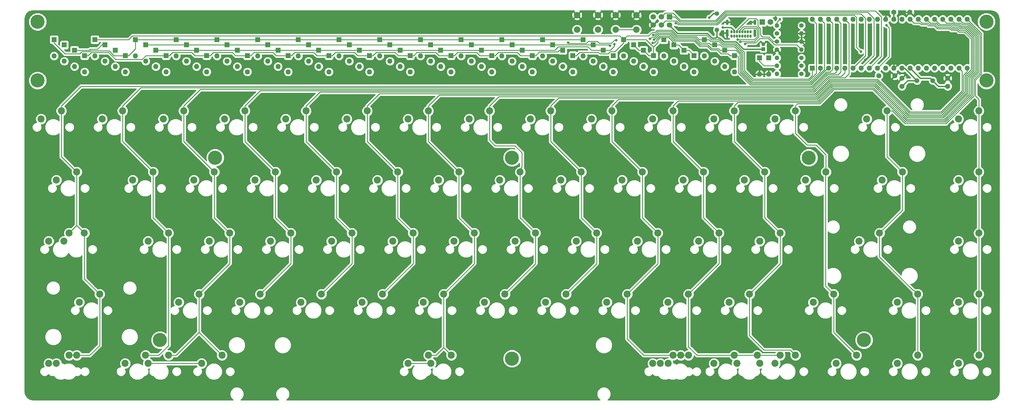
<source format=gbr>
G04 #@! TF.GenerationSoftware,KiCad,Pcbnew,(5.0.0)*
G04 #@! TF.CreationDate,2019-07-31T16:14:09-04:00*
G04 #@! TF.ProjectId,discipline-pcb,6469736369706C696E652D7063622E6B,rev?*
G04 #@! TF.SameCoordinates,Original*
G04 #@! TF.FileFunction,Copper,L2,Bot,Signal*
G04 #@! TF.FilePolarity,Positive*
%FSLAX46Y46*%
G04 Gerber Fmt 4.6, Leading zero omitted, Abs format (unit mm)*
G04 Created by KiCad (PCBNEW (5.0.0)) date 07/31/19 16:14:09*
%MOMM*%
%LPD*%
G01*
G04 APERTURE LIST*
G04 #@! TA.AperFunction,ComponentPad*
%ADD10R,1.700000X1.700000*%
G04 #@! TD*
G04 #@! TA.AperFunction,ComponentPad*
%ADD11C,1.700000*%
G04 #@! TD*
G04 #@! TA.AperFunction,ComponentPad*
%ADD12C,1.400000*%
G04 #@! TD*
G04 #@! TA.AperFunction,ComponentPad*
%ADD13O,0.650000X1.000000*%
G04 #@! TD*
G04 #@! TA.AperFunction,ComponentPad*
%ADD14O,0.900000X2.400000*%
G04 #@! TD*
G04 #@! TA.AperFunction,ComponentPad*
%ADD15O,0.900000X1.700000*%
G04 #@! TD*
G04 #@! TA.AperFunction,ComponentPad*
%ADD16O,1.600000X1.600000*%
G04 #@! TD*
G04 #@! TA.AperFunction,ComponentPad*
%ADD17R,1.600000X1.600000*%
G04 #@! TD*
G04 #@! TA.AperFunction,ComponentPad*
%ADD18C,2.000000*%
G04 #@! TD*
G04 #@! TA.AperFunction,ComponentPad*
%ADD19C,1.600000*%
G04 #@! TD*
G04 #@! TA.AperFunction,ComponentPad*
%ADD20O,1.400000X1.400000*%
G04 #@! TD*
G04 #@! TA.AperFunction,ComponentPad*
%ADD21C,2.200000*%
G04 #@! TD*
G04 #@! TA.AperFunction,ComponentPad*
%ADD22C,4.400000*%
G04 #@! TD*
G04 #@! TA.AperFunction,ComponentPad*
%ADD23C,1.500000*%
G04 #@! TD*
G04 #@! TA.AperFunction,ComponentPad*
%ADD24R,1.200000X1.200000*%
G04 #@! TD*
G04 #@! TA.AperFunction,ComponentPad*
%ADD25C,1.200000*%
G04 #@! TD*
G04 #@! TA.AperFunction,ComponentPad*
%ADD26C,1.800000*%
G04 #@! TD*
G04 #@! TA.AperFunction,ComponentPad*
%ADD27R,1.800000X1.800000*%
G04 #@! TD*
G04 #@! TA.AperFunction,ViaPad*
%ADD28C,0.800000*%
G04 #@! TD*
G04 #@! TA.AperFunction,Conductor*
%ADD29C,0.400000*%
G04 #@! TD*
G04 #@! TA.AperFunction,Conductor*
%ADD30C,0.250000*%
G04 #@! TD*
G04 #@! TA.AperFunction,Conductor*
%ADD31C,0.254000*%
G04 #@! TD*
G04 APERTURE END LIST*
D10*
G04 #@! TO.P,J1,1*
G04 #@! TO.N,MISO*
X262070364Y-55598500D03*
D11*
G04 #@! TO.P,J1,2*
G04 #@! TO.N,+5V*
X262070364Y-58138500D03*
G04 #@! TO.P,J1,3*
G04 #@! TO.N,SCK*
X259530364Y-55598500D03*
G04 #@! TO.P,J1,4*
G04 #@! TO.N,MOSI*
X259530364Y-58138500D03*
G04 #@! TO.P,J1,5*
G04 #@! TO.N,reset*
X256990364Y-55598500D03*
G04 #@! TO.P,J1,6*
G04 #@! TO.N,GND*
X256990364Y-58138500D03*
G04 #@! TD*
D12*
G04 #@! TO.P,F1,2*
G04 #@! TO.N,VCC*
X276824148Y-54598468D03*
G04 #@! TO.P,F1,1*
G04 #@! TO.N,+5V*
X276824148Y-59698468D03*
G04 #@! TD*
D13*
G04 #@! TO.P,USB1,A5*
G04 #@! TO.N,Net-(R1-Pad2)*
X285600002Y-61638652D03*
G04 #@! TO.P,USB1,A1*
G04 #@! TO.N,GND*
X287300002Y-61638652D03*
G04 #@! TO.P,USB1,A4*
G04 #@! TO.N,VCC*
X286450002Y-61638652D03*
G04 #@! TO.P,USB1,A6*
G04 #@! TO.N,Net-(D70-Pad1)*
X284750002Y-61638652D03*
G04 #@! TO.P,USB1,A7*
G04 #@! TO.N,Net-(D69-Pad1)*
X283900002Y-61638652D03*
G04 #@! TO.P,USB1,A8*
G04 #@! TO.N,Net-(USB1-PadA8)*
X283050002Y-61638652D03*
G04 #@! TO.P,USB1,A9*
G04 #@! TO.N,VCC*
X282200002Y-61638652D03*
G04 #@! TO.P,USB1,A12*
G04 #@! TO.N,GND*
X281350002Y-61638652D03*
G04 #@! TO.P,USB1,B12*
X287300002Y-60313652D03*
G04 #@! TO.P,USB1,B9*
G04 #@! TO.N,VCC*
X286445002Y-60313652D03*
G04 #@! TO.P,USB1,B8*
G04 #@! TO.N,Net-(USB1-PadB8)*
X285595002Y-60313652D03*
G04 #@! TO.P,USB1,B7*
G04 #@! TO.N,Net-(D69-Pad1)*
X284745002Y-60313652D03*
G04 #@! TO.P,USB1,B6*
G04 #@! TO.N,Net-(D70-Pad1)*
X283895002Y-60313652D03*
G04 #@! TO.P,USB1,B5*
G04 #@! TO.N,Net-(R2-Pad1)*
X283045002Y-60313652D03*
G04 #@! TO.P,USB1,B4*
G04 #@! TO.N,VCC*
X282195002Y-60313652D03*
G04 #@! TO.P,USB1,B1*
G04 #@! TO.N,GND*
X281345002Y-60313652D03*
D14*
G04 #@! TO.P,USB1,S1*
X288650002Y-60658652D03*
X280000002Y-60658652D03*
D15*
X288650002Y-57278652D03*
X280000002Y-57278652D03*
G04 #@! TD*
D16*
G04 #@! TO.P,D1,2*
G04 #@! TO.N,Net-(D1-Pad2)*
X70376818Y-67803242D03*
D17*
G04 #@! TO.P,D1,1*
G04 #@! TO.N,row0*
X70376818Y-62723242D03*
G04 #@! TD*
D16*
G04 #@! TO.P,D45,2*
G04 #@! TO.N,Net-(D45-Pad2)*
X79885207Y-72763829D03*
D17*
G04 #@! TO.P,D45,1*
G04 #@! TO.N,row3*
X79885207Y-67683829D03*
G04 #@! TD*
D16*
G04 #@! TO.P,D2,2*
G04 #@! TO.N,Net-(D2-Pad2)*
X92563059Y-72763829D03*
D17*
G04 #@! TO.P,D2,1*
G04 #@! TO.N,row0*
X92563059Y-67683829D03*
G04 #@! TD*
D16*
G04 #@! TO.P,D3,2*
G04 #@! TO.N,Net-(D3-Pad2)*
X95732522Y-67803242D03*
D17*
G04 #@! TO.P,D3,1*
G04 #@! TO.N,row0*
X95732522Y-62723242D03*
G04 #@! TD*
D16*
G04 #@! TO.P,D4,2*
G04 #@! TO.N,Net-(D4-Pad2)*
X108410374Y-67803242D03*
D17*
G04 #@! TO.P,D4,1*
G04 #@! TO.N,row0*
X108410374Y-62723242D03*
G04 #@! TD*
D16*
G04 #@! TO.P,D5,2*
G04 #@! TO.N,Net-(D5-Pad2)*
X121088226Y-67803242D03*
D17*
G04 #@! TO.P,D5,1*
G04 #@! TO.N,row0*
X121088226Y-62723242D03*
G04 #@! TD*
D16*
G04 #@! TO.P,D6,2*
G04 #@! TO.N,Net-(D6-Pad2)*
X133766078Y-67803242D03*
D17*
G04 #@! TO.P,D6,1*
G04 #@! TO.N,row0*
X133766078Y-62723242D03*
G04 #@! TD*
D16*
G04 #@! TO.P,D7,2*
G04 #@! TO.N,Net-(D7-Pad2)*
X146443930Y-67803242D03*
D17*
G04 #@! TO.P,D7,1*
G04 #@! TO.N,row0*
X146443930Y-62723242D03*
G04 #@! TD*
D16*
G04 #@! TO.P,D8,2*
G04 #@! TO.N,Net-(D8-Pad2)*
X159121782Y-67803242D03*
D17*
G04 #@! TO.P,D8,1*
G04 #@! TO.N,row0*
X159121782Y-62723242D03*
G04 #@! TD*
D16*
G04 #@! TO.P,D9,2*
G04 #@! TO.N,Net-(D9-Pad2)*
X171799634Y-67803242D03*
D17*
G04 #@! TO.P,D9,1*
G04 #@! TO.N,row0*
X171799634Y-62723242D03*
G04 #@! TD*
D16*
G04 #@! TO.P,D10,2*
G04 #@! TO.N,Net-(D10-Pad2)*
X184477486Y-67803242D03*
D17*
G04 #@! TO.P,D10,1*
G04 #@! TO.N,row0*
X184477486Y-62723242D03*
G04 #@! TD*
D16*
G04 #@! TO.P,D11,2*
G04 #@! TO.N,Net-(D11-Pad2)*
X197155338Y-67803242D03*
D17*
G04 #@! TO.P,D11,1*
G04 #@! TO.N,row0*
X197155338Y-62723242D03*
G04 #@! TD*
D16*
G04 #@! TO.P,D12,2*
G04 #@! TO.N,Net-(D12-Pad2)*
X209833190Y-67803242D03*
D17*
G04 #@! TO.P,D12,1*
G04 #@! TO.N,row0*
X209833190Y-62723242D03*
G04 #@! TD*
D16*
G04 #@! TO.P,D13,2*
G04 #@! TO.N,Net-(D13-Pad2)*
X222511042Y-67803242D03*
D17*
G04 #@! TO.P,D13,1*
G04 #@! TO.N,row0*
X222511042Y-62723242D03*
G04 #@! TD*
D16*
G04 #@! TO.P,D14,2*
G04 #@! TO.N,Net-(D14-Pad2)*
X235118910Y-67803242D03*
D17*
G04 #@! TO.P,D14,1*
G04 #@! TO.N,row0*
X235118910Y-62723242D03*
G04 #@! TD*
D16*
G04 #@! TO.P,D15,2*
G04 #@! TO.N,Net-(D15-Pad2)*
X282318463Y-72763829D03*
D17*
G04 #@! TO.P,D15,1*
G04 #@! TO.N,row0*
X282318463Y-67683829D03*
G04 #@! TD*
D16*
G04 #@! TO.P,D16,2*
G04 #@! TO.N,Net-(D16-Pad2)*
X73546281Y-69456771D03*
D17*
G04 #@! TO.P,D16,1*
G04 #@! TO.N,row1*
X73546281Y-64376771D03*
G04 #@! TD*
D16*
G04 #@! TO.P,D17,2*
G04 #@! TO.N,Net-(D17-Pad2)*
X89393596Y-71110300D03*
D17*
G04 #@! TO.P,D17,1*
G04 #@! TO.N,row1*
X89393596Y-66030300D03*
G04 #@! TD*
D16*
G04 #@! TO.P,D18,2*
G04 #@! TO.N,Net-(D18-Pad2)*
X98901985Y-69456771D03*
D17*
G04 #@! TO.P,D18,1*
G04 #@! TO.N,row1*
X98901985Y-64376771D03*
G04 #@! TD*
D16*
G04 #@! TO.P,D19,2*
G04 #@! TO.N,Net-(D19-Pad2)*
X111579837Y-69456771D03*
D17*
G04 #@! TO.P,D19,1*
G04 #@! TO.N,row1*
X111579837Y-64376771D03*
G04 #@! TD*
D16*
G04 #@! TO.P,D20,2*
G04 #@! TO.N,Net-(D20-Pad2)*
X124257689Y-69456771D03*
D17*
G04 #@! TO.P,D20,1*
G04 #@! TO.N,row1*
X124257689Y-64376771D03*
G04 #@! TD*
D16*
G04 #@! TO.P,D21,2*
G04 #@! TO.N,Net-(D21-Pad2)*
X136935541Y-69456771D03*
D17*
G04 #@! TO.P,D21,1*
G04 #@! TO.N,row1*
X136935541Y-64376771D03*
G04 #@! TD*
D16*
G04 #@! TO.P,D22,2*
G04 #@! TO.N,Net-(D22-Pad2)*
X149613393Y-69456771D03*
D17*
G04 #@! TO.P,D22,1*
G04 #@! TO.N,row1*
X149613393Y-64376771D03*
G04 #@! TD*
D16*
G04 #@! TO.P,D23,2*
G04 #@! TO.N,Net-(D23-Pad2)*
X162291245Y-69456771D03*
D17*
G04 #@! TO.P,D23,1*
G04 #@! TO.N,row1*
X162291245Y-64376771D03*
G04 #@! TD*
D16*
G04 #@! TO.P,D24,2*
G04 #@! TO.N,Net-(D24-Pad2)*
X174969097Y-69456771D03*
D17*
G04 #@! TO.P,D24,1*
G04 #@! TO.N,row1*
X174969097Y-64376771D03*
G04 #@! TD*
D16*
G04 #@! TO.P,D25,2*
G04 #@! TO.N,Net-(D25-Pad2)*
X187646949Y-69456771D03*
D17*
G04 #@! TO.P,D25,1*
G04 #@! TO.N,row1*
X187646949Y-64376771D03*
G04 #@! TD*
D16*
G04 #@! TO.P,D26,2*
G04 #@! TO.N,Net-(D26-Pad2)*
X200324801Y-69456771D03*
D17*
G04 #@! TO.P,D26,1*
G04 #@! TO.N,row1*
X200324801Y-64376771D03*
G04 #@! TD*
D16*
G04 #@! TO.P,D27,2*
G04 #@! TO.N,Net-(D27-Pad2)*
X213002653Y-69456771D03*
D17*
G04 #@! TO.P,D27,1*
G04 #@! TO.N,row1*
X213002653Y-64376771D03*
G04 #@! TD*
D16*
G04 #@! TO.P,D28,2*
G04 #@! TO.N,Net-(D28-Pad2)*
X225663009Y-69456771D03*
D17*
G04 #@! TO.P,D28,1*
G04 #@! TO.N,row1*
X225663009Y-64376771D03*
G04 #@! TD*
D16*
G04 #@! TO.P,D29,2*
G04 #@! TO.N,Net-(D29-Pad2)*
X238269683Y-69456771D03*
D17*
G04 #@! TO.P,D29,1*
G04 #@! TO.N,row1*
X238269683Y-64376771D03*
G04 #@! TD*
D16*
G04 #@! TO.P,D30,2*
G04 #@! TO.N,Net-(D30-Pad2)*
X279229739Y-71110300D03*
D17*
G04 #@! TO.P,D30,1*
G04 #@! TO.N,row1*
X279229739Y-66030300D03*
G04 #@! TD*
D16*
G04 #@! TO.P,D31,2*
G04 #@! TO.N,Net-(D31-Pad2)*
X76715744Y-71110300D03*
D17*
G04 #@! TO.P,D31,1*
G04 #@! TO.N,row2*
X76715744Y-66030300D03*
G04 #@! TD*
D16*
G04 #@! TO.P,D32,2*
G04 #@! TO.N,Net-(D32-Pad2)*
X86224133Y-69456771D03*
D17*
G04 #@! TO.P,D32,1*
G04 #@! TO.N,row2*
X86224133Y-64376771D03*
G04 #@! TD*
D16*
G04 #@! TO.P,D33,2*
G04 #@! TO.N,Net-(D33-Pad2)*
X102071448Y-71110300D03*
D17*
G04 #@! TO.P,D33,1*
G04 #@! TO.N,row2*
X102071448Y-66030300D03*
G04 #@! TD*
D16*
G04 #@! TO.P,D34,2*
G04 #@! TO.N,Net-(D34-Pad2)*
X114749300Y-71110300D03*
D17*
G04 #@! TO.P,D34,1*
G04 #@! TO.N,row2*
X114749300Y-66030300D03*
G04 #@! TD*
D16*
G04 #@! TO.P,D35,2*
G04 #@! TO.N,Net-(D35-Pad2)*
X127427152Y-71110300D03*
D17*
G04 #@! TO.P,D35,1*
G04 #@! TO.N,row2*
X127427152Y-66030300D03*
G04 #@! TD*
D16*
G04 #@! TO.P,D36,2*
G04 #@! TO.N,Net-(D36-Pad2)*
X140105004Y-71110300D03*
D17*
G04 #@! TO.P,D36,1*
G04 #@! TO.N,row2*
X140105004Y-66030300D03*
G04 #@! TD*
D16*
G04 #@! TO.P,D37,2*
G04 #@! TO.N,Net-(D37-Pad2)*
X152782856Y-71110300D03*
D17*
G04 #@! TO.P,D37,1*
G04 #@! TO.N,row2*
X152782856Y-66030300D03*
G04 #@! TD*
D16*
G04 #@! TO.P,D38,2*
G04 #@! TO.N,Net-(D38-Pad2)*
X165460708Y-71110300D03*
D17*
G04 #@! TO.P,D38,1*
G04 #@! TO.N,row2*
X165460708Y-66030300D03*
G04 #@! TD*
D16*
G04 #@! TO.P,D39,2*
G04 #@! TO.N,Net-(D39-Pad2)*
X178138560Y-71110300D03*
D17*
G04 #@! TO.P,D39,1*
G04 #@! TO.N,row2*
X178138560Y-66030300D03*
G04 #@! TD*
D16*
G04 #@! TO.P,D40,2*
G04 #@! TO.N,Net-(D40-Pad2)*
X190816412Y-71110300D03*
D17*
G04 #@! TO.P,D40,1*
G04 #@! TO.N,row2*
X190816412Y-66030300D03*
G04 #@! TD*
D16*
G04 #@! TO.P,D41,2*
G04 #@! TO.N,Net-(D41-Pad2)*
X203494264Y-71110300D03*
D17*
G04 #@! TO.P,D41,1*
G04 #@! TO.N,row2*
X203494264Y-66030300D03*
G04 #@! TD*
D16*
G04 #@! TO.P,D42,2*
G04 #@! TO.N,Net-(D42-Pad2)*
X216172116Y-71110300D03*
D17*
G04 #@! TO.P,D42,1*
G04 #@! TO.N,row2*
X216172116Y-66030300D03*
G04 #@! TD*
D16*
G04 #@! TO.P,D43,2*
G04 #@! TO.N,Net-(D43-Pad2)*
X241420456Y-71110300D03*
D17*
G04 #@! TO.P,D43,1*
G04 #@! TO.N,row2*
X241420456Y-66030300D03*
G04 #@! TD*
D16*
G04 #@! TO.P,D44,2*
G04 #@! TO.N,Net-(D44-Pad2)*
X276141015Y-69456771D03*
D17*
G04 #@! TO.P,D44,1*
G04 #@! TO.N,row2*
X276141015Y-64376771D03*
G04 #@! TD*
D16*
G04 #@! TO.P,D46,2*
G04 #@! TO.N,Net-(D46-Pad2)*
X105240911Y-72763829D03*
D17*
G04 #@! TO.P,D46,1*
G04 #@! TO.N,row3*
X105240911Y-67683829D03*
G04 #@! TD*
D16*
G04 #@! TO.P,D47,2*
G04 #@! TO.N,Net-(D47-Pad2)*
X117918763Y-72763829D03*
D17*
G04 #@! TO.P,D47,1*
G04 #@! TO.N,row3*
X117918763Y-67683829D03*
G04 #@! TD*
D16*
G04 #@! TO.P,D48,2*
G04 #@! TO.N,Net-(D48-Pad2)*
X130596615Y-72763829D03*
D17*
G04 #@! TO.P,D48,1*
G04 #@! TO.N,row3*
X130596615Y-67683829D03*
G04 #@! TD*
D16*
G04 #@! TO.P,D49,2*
G04 #@! TO.N,Net-(D49-Pad2)*
X143274467Y-72763829D03*
D17*
G04 #@! TO.P,D49,1*
G04 #@! TO.N,row3*
X143274467Y-67683829D03*
G04 #@! TD*
D16*
G04 #@! TO.P,D50,2*
G04 #@! TO.N,Net-(D50-Pad2)*
X155952319Y-72763829D03*
D17*
G04 #@! TO.P,D50,1*
G04 #@! TO.N,row3*
X155952319Y-67683829D03*
G04 #@! TD*
D16*
G04 #@! TO.P,D51,2*
G04 #@! TO.N,Net-(D51-Pad2)*
X168630171Y-72763829D03*
D17*
G04 #@! TO.P,D51,1*
G04 #@! TO.N,row3*
X168630171Y-67683829D03*
G04 #@! TD*
D16*
G04 #@! TO.P,D52,2*
G04 #@! TO.N,Net-(D52-Pad2)*
X181308023Y-72763829D03*
D17*
G04 #@! TO.P,D52,1*
G04 #@! TO.N,row3*
X181308023Y-67683829D03*
G04 #@! TD*
D16*
G04 #@! TO.P,D53,2*
G04 #@! TO.N,Net-(D53-Pad2)*
X193985875Y-72763829D03*
D17*
G04 #@! TO.P,D53,1*
G04 #@! TO.N,row3*
X193985875Y-67683829D03*
G04 #@! TD*
D16*
G04 #@! TO.P,D54,2*
G04 #@! TO.N,Net-(D54-Pad2)*
X206663727Y-72763829D03*
D17*
G04 #@! TO.P,D54,1*
G04 #@! TO.N,row3*
X206663727Y-67683829D03*
G04 #@! TD*
D16*
G04 #@! TO.P,D55,2*
G04 #@! TO.N,Net-(D55-Pad2)*
X219341579Y-72763829D03*
D17*
G04 #@! TO.P,D55,1*
G04 #@! TO.N,row3*
X219341579Y-67683829D03*
G04 #@! TD*
D16*
G04 #@! TO.P,D56,2*
G04 #@! TO.N,Net-(D56-Pad2)*
X228814976Y-71110300D03*
D17*
G04 #@! TO.P,D56,1*
G04 #@! TO.N,row3*
X228814976Y-66030300D03*
G04 #@! TD*
D16*
G04 #@! TO.P,D57,2*
G04 #@! TO.N,Net-(D57-Pad2)*
X244571229Y-72763829D03*
D17*
G04 #@! TO.P,D57,1*
G04 #@! TO.N,row3*
X244571229Y-67683829D03*
G04 #@! TD*
D16*
G04 #@! TO.P,D58,2*
G04 #@! TO.N,Net-(D58-Pad2)*
X272866140Y-67803242D03*
D17*
G04 #@! TO.P,D58,1*
G04 #@! TO.N,row3*
X272866140Y-62723242D03*
G04 #@! TD*
D16*
G04 #@! TO.P,D59,2*
G04 #@! TO.N,Net-(D59-Pad2)*
X266564592Y-71110300D03*
D17*
G04 #@! TO.P,D59,1*
G04 #@! TO.N,row4*
X266564592Y-66030300D03*
G04 #@! TD*
D16*
G04 #@! TO.P,D60,2*
G04 #@! TO.N,Net-(D60-Pad2)*
X83054670Y-67803242D03*
D17*
G04 #@! TO.P,D60,1*
G04 #@! TO.N,row4*
X83054670Y-62723242D03*
G04 #@! TD*
D16*
G04 #@! TO.P,D61,2*
G04 #@! TO.N,Net-(D61-Pad2)*
X263413818Y-69456771D03*
D17*
G04 #@! TO.P,D61,1*
G04 #@! TO.N,row4*
X263413818Y-64376771D03*
G04 #@! TD*
D16*
G04 #@! TO.P,D62,2*
G04 #@! TO.N,Net-(D62-Pad2)*
X260263045Y-67803242D03*
D17*
G04 #@! TO.P,D62,1*
G04 #@! TO.N,row4*
X260263045Y-62723242D03*
G04 #@! TD*
D16*
G04 #@! TO.P,D63,2*
G04 #@! TO.N,Net-(D63-Pad2)*
X257112272Y-72763829D03*
D17*
G04 #@! TO.P,D63,1*
G04 #@! TO.N,row4*
X257112272Y-67683829D03*
G04 #@! TD*
D16*
G04 #@! TO.P,D64,2*
G04 #@! TO.N,Net-(D64-Pad2)*
X231966943Y-72763829D03*
D17*
G04 #@! TO.P,D64,1*
G04 #@! TO.N,row4*
X231966943Y-67683829D03*
G04 #@! TD*
D16*
G04 #@! TO.P,D65,2*
G04 #@! TO.N,Net-(D65-Pad2)*
X250872775Y-69456771D03*
D17*
G04 #@! TO.P,D65,1*
G04 #@! TO.N,row4*
X250872775Y-64376771D03*
G04 #@! TD*
D16*
G04 #@! TO.P,D66,2*
G04 #@! TO.N,Net-(D66-Pad2)*
X247722002Y-67803242D03*
D17*
G04 #@! TO.P,D66,1*
G04 #@! TO.N,row4*
X247722002Y-62723242D03*
G04 #@! TD*
D16*
G04 #@! TO.P,D67,2*
G04 #@! TO.N,Net-(D67-Pad2)*
X269715366Y-72763829D03*
D17*
G04 #@! TO.P,D67,1*
G04 #@! TO.N,row4*
X269715366Y-67683829D03*
G04 #@! TD*
D16*
G04 #@! TO.P,D68,2*
G04 #@! TO.N,Net-(D68-Pad2)*
X253961499Y-71110300D03*
D17*
G04 #@! TO.P,D68,1*
G04 #@! TO.N,row4*
X253961499Y-66030300D03*
G04 #@! TD*
D16*
G04 #@! TO.P,D69,2*
G04 #@! TO.N,GND*
X292951516Y-73489826D03*
D17*
G04 #@! TO.P,D69,1*
G04 #@! TO.N,Net-(D69-Pad1)*
X292951516Y-68409826D03*
G04 #@! TD*
D16*
G04 #@! TO.P,D70,2*
G04 #@! TO.N,GND*
X290081844Y-73489826D03*
D17*
G04 #@! TO.P,D70,1*
G04 #@! TO.N,Net-(D70-Pad1)*
X290081844Y-68409826D03*
G04 #@! TD*
D18*
G04 #@! TO.P,BOOT1,2*
G04 #@! TO.N,boot*
X245262266Y-59583704D03*
G04 #@! TO.P,BOOT1,1*
G04 #@! TO.N,GND*
X245262266Y-55083704D03*
G04 #@! TO.P,BOOT1,2*
G04 #@! TO.N,boot*
X251762266Y-59583704D03*
G04 #@! TO.P,BOOT1,1*
G04 #@! TO.N,GND*
X251762266Y-55083704D03*
G04 #@! TD*
D19*
G04 #@! TO.P,C4,2*
G04 #@! TO.N,GND*
X336902064Y-54173808D03*
G04 #@! TO.P,C4,1*
G04 #@! TO.N,+5V*
X331902064Y-54173808D03*
G04 #@! TD*
G04 #@! TO.P,C5,2*
G04 #@! TO.N,GND*
X332247596Y-73964046D03*
G04 #@! TO.P,C5,1*
G04 #@! TO.N,+5V*
X327247596Y-73964046D03*
G04 #@! TD*
D17*
G04 #@! TO.P,U1,1*
G04 #@! TO.N,row4*
X306529964Y-71636812D03*
D16*
G04 #@! TO.P,U1,21*
G04 #@! TO.N,col14*
X354789964Y-56396812D03*
G04 #@! TO.P,U1,2*
G04 #@! TO.N,row2*
X309069964Y-71636812D03*
G04 #@! TO.P,U1,22*
G04 #@! TO.N,col13*
X352249964Y-56396812D03*
G04 #@! TO.P,U1,3*
G04 #@! TO.N,row0*
X311609964Y-71636812D03*
G04 #@! TO.P,U1,23*
G04 #@! TO.N,col12*
X349709964Y-56396812D03*
G04 #@! TO.P,U1,4*
G04 #@! TO.N,col1*
X314149964Y-71636812D03*
G04 #@! TO.P,U1,24*
G04 #@! TO.N,col11*
X347169964Y-56396812D03*
G04 #@! TO.P,U1,5*
G04 #@! TO.N,col3*
X316689964Y-71636812D03*
G04 #@! TO.P,U1,25*
G04 #@! TO.N,col10*
X344629964Y-56396812D03*
G04 #@! TO.P,U1,6*
G04 #@! TO.N,MOSI*
X319229964Y-71636812D03*
G04 #@! TO.P,U1,26*
G04 #@! TO.N,col9*
X342089964Y-56396812D03*
G04 #@! TO.P,U1,7*
G04 #@! TO.N,MISO*
X321769964Y-71636812D03*
G04 #@! TO.P,U1,27*
G04 #@! TO.N,col8*
X339549964Y-56396812D03*
G04 #@! TO.P,U1,8*
G04 #@! TO.N,SCK*
X324309964Y-71636812D03*
G04 #@! TO.P,U1,28*
G04 #@! TO.N,col7*
X337009964Y-56396812D03*
G04 #@! TO.P,U1,9*
G04 #@! TO.N,reset*
X326849964Y-71636812D03*
G04 #@! TO.P,U1,29*
G04 #@! TO.N,Net-(U1-Pad29)*
X334469964Y-56396812D03*
G04 #@! TO.P,U1,10*
G04 #@! TO.N,+5V*
X329389964Y-71636812D03*
G04 #@! TO.P,U1,30*
X331929964Y-56396812D03*
G04 #@! TO.P,U1,11*
G04 #@! TO.N,GND*
X331929964Y-71636812D03*
G04 #@! TO.P,U1,31*
X329389964Y-56396812D03*
G04 #@! TO.P,U1,12*
G04 #@! TO.N,Net-(C2-Pad1)*
X334469964Y-71636812D03*
G04 #@! TO.P,U1,32*
G04 #@! TO.N,Net-(U1-Pad32)*
X326849964Y-56396812D03*
G04 #@! TO.P,U1,13*
G04 #@! TO.N,Net-(C1-Pad1)*
X337009964Y-71636812D03*
G04 #@! TO.P,U1,33*
G04 #@! TO.N,Net-(U1-Pad33)*
X324309964Y-56396812D03*
G04 #@! TO.P,U1,14*
G04 #@! TO.N,Net-(U1-Pad14)*
X339549964Y-71636812D03*
G04 #@! TO.P,U1,34*
G04 #@! TO.N,Net-(U1-Pad34)*
X321769964Y-56396812D03*
G04 #@! TO.P,U1,15*
G04 #@! TO.N,boot_led*
X342089964Y-71636812D03*
G04 #@! TO.P,U1,35*
G04 #@! TO.N,Net-(U1-Pad35)*
X319229964Y-56396812D03*
G04 #@! TO.P,U1,16*
G04 #@! TO.N,D+*
X344629964Y-71636812D03*
G04 #@! TO.P,U1,36*
G04 #@! TO.N,col4*
X316689964Y-56396812D03*
G04 #@! TO.P,U1,17*
G04 #@! TO.N,D-*
X347169964Y-71636812D03*
G04 #@! TO.P,U1,37*
G04 #@! TO.N,col2*
X314149964Y-56396812D03*
G04 #@! TO.P,U1,18*
G04 #@! TO.N,boot*
X349709964Y-71636812D03*
G04 #@! TO.P,U1,38*
G04 #@! TO.N,col0*
X311609964Y-56396812D03*
G04 #@! TO.P,U1,19*
G04 #@! TO.N,col5*
X352249964Y-71636812D03*
G04 #@! TO.P,U1,39*
G04 #@! TO.N,row1*
X309069964Y-56396812D03*
G04 #@! TO.P,U1,20*
G04 #@! TO.N,col6*
X354789964Y-71636812D03*
G04 #@! TO.P,U1,40*
G04 #@! TO.N,row3*
X306529964Y-56396812D03*
G04 #@! TD*
D12*
G04 #@! TO.P,R4,1*
G04 #@! TO.N,D+*
X303152850Y-70893147D03*
D20*
G04 #@! TO.P,R4,2*
G04 #@! TO.N,Net-(D70-Pad1)*
X295532850Y-70893147D03*
G04 #@! TD*
G04 #@! TO.P,R3,2*
G04 #@! TO.N,Net-(D69-Pad1)*
X295532850Y-68399682D03*
D12*
G04 #@! TO.P,R3,1*
G04 #@! TO.N,D-*
X303152850Y-68399682D03*
G04 #@! TD*
G04 #@! TO.P,R5,1*
G04 #@! TO.N,+5V*
X303152850Y-73386612D03*
D20*
G04 #@! TO.P,R5,2*
G04 #@! TO.N,Net-(D69-Pad1)*
X295532850Y-73386612D03*
G04 #@! TD*
G04 #@! TO.P,R1,2*
G04 #@! TO.N,Net-(R1-Pad2)*
X303152850Y-65827841D03*
D12*
G04 #@! TO.P,R1,1*
G04 #@! TO.N,GND*
X295532850Y-65827841D03*
G04 #@! TD*
D20*
G04 #@! TO.P,R2,2*
G04 #@! TO.N,GND*
X303152850Y-63308129D03*
D12*
G04 #@! TO.P,R2,1*
G04 #@! TO.N,Net-(R2-Pad1)*
X295532850Y-63308129D03*
G04 #@! TD*
D21*
G04 #@! TO.P,SW64,2*
G04 #@! TO.N,Net-(D64-Pad2)*
X275892740Y-163681380D03*
G04 #@! TO.P,SW64,1*
G04 #@! TO.N,col10*
X282242740Y-161141380D03*
G04 #@! TD*
G04 #@! TO.P,SW63,2*
G04 #@! TO.N,Net-(D63-Pad2)*
X256837418Y-163681380D03*
G04 #@! TO.P,SW63,1*
G04 #@! TO.N,col9*
X263187418Y-161141380D03*
G04 #@! TD*
G04 #@! TO.P,SW61,2*
G04 #@! TO.N,Net-(D61-Pad2)*
X99669565Y-163677449D03*
G04 #@! TO.P,SW61,1*
G04 #@! TO.N,col2*
X106019565Y-161137449D03*
G04 #@! TD*
G04 #@! TO.P,SW59,2*
G04 #@! TO.N,Net-(D59-Pad2)*
X71070234Y-163677449D03*
G04 #@! TO.P,SW59,1*
G04 #@! TO.N,col0*
X77420234Y-161137449D03*
G04 #@! TD*
G04 #@! TO.P,SW31,2*
G04 #@! TO.N,Net-(D31-Pad2)*
X68689084Y-125581380D03*
G04 #@! TO.P,SW31,1*
G04 #@! TO.N,col0*
X75039084Y-123041380D03*
G04 #@! TD*
G04 #@! TO.P,SW64,2*
G04 #@! TO.N,Net-(D64-Pad2)*
X283049422Y-163681380D03*
G04 #@! TO.P,SW64,1*
G04 #@! TO.N,col10*
X289399422Y-161141380D03*
G04 #@! TD*
G04 #@! TO.P,SW63,2*
G04 #@! TO.N,Net-(D63-Pad2)*
X259217146Y-163681380D03*
G04 #@! TO.P,SW63,1*
G04 #@! TO.N,col9*
X265567146Y-161141380D03*
G04 #@! TD*
D22*
G04 #@! TO.P,REF\002A\002A,1*
G04 #@! TO.N,N/C*
X212989879Y-162205740D03*
G04 #@! TD*
D21*
G04 #@! TO.P,SW62,2*
G04 #@! TO.N,Net-(D62-Pad2)*
X180634107Y-163689270D03*
G04 #@! TO.P,SW62,1*
G04 #@! TO.N,col6*
X186984107Y-161149270D03*
G04 #@! TD*
G04 #@! TO.P,SW63,2*
G04 #@! TO.N,Net-(D63-Pad2)*
X261610470Y-163681380D03*
G04 #@! TO.P,SW63,1*
G04 #@! TO.N,col9*
X267960470Y-161141380D03*
G04 #@! TD*
G04 #@! TO.P,SW64,2*
G04 #@! TO.N,Net-(D64-Pad2)*
X290166662Y-163681380D03*
G04 #@! TO.P,SW64,1*
G04 #@! TO.N,col10*
X296516662Y-161141380D03*
G04 #@! TD*
D22*
G04 #@! TO.P,REF\002A\002A,1*
G04 #@! TO.N,N/C*
X212989879Y-99550624D03*
G04 #@! TD*
G04 #@! TO.P,REF\002A\002A,1*
G04 #@! TO.N,N/C*
X305448502Y-99550624D03*
G04 #@! TD*
G04 #@! TO.P,REF\002A\002A,1*
G04 #@! TO.N,N/C*
X120531257Y-99550624D03*
G04 #@! TD*
G04 #@! TO.P,REF\002A\002A,1*
G04 #@! TO.N,N/C*
X322637337Y-156394590D03*
G04 #@! TD*
G04 #@! TO.P,REF\002A\002A,1*
G04 #@! TO.N,N/C*
X103342422Y-156394590D03*
G04 #@! TD*
G04 #@! TO.P,REF\002A\002A,1*
G04 #@! TO.N,N/C*
X360747255Y-75468873D03*
G04 #@! TD*
G04 #@! TO.P,REF\002A\002A,1*
G04 #@! TO.N,N/C*
X360747255Y-57147160D03*
G04 #@! TD*
G04 #@! TO.P,REF\002A\002A,1*
G04 #@! TO.N,N/C*
X65232504Y-57147160D03*
G04 #@! TD*
D21*
G04 #@! TO.P,SW13,1*
G04 #@! TO.N,col12*
X301257784Y-84941380D03*
G04 #@! TO.P,SW13,2*
G04 #@! TO.N,Net-(D13-Pad2)*
X294907784Y-87481380D03*
G04 #@! TD*
G04 #@! TO.P,SW19,1*
G04 #@! TO.N,col3*
X139332784Y-103991380D03*
G04 #@! TO.P,SW19,2*
G04 #@! TO.N,Net-(D19-Pad2)*
X132982784Y-106531380D03*
G04 #@! TD*
G04 #@! TO.P,SW1,1*
G04 #@! TO.N,col0*
X72657784Y-84941380D03*
G04 #@! TO.P,SW1,2*
G04 #@! TO.N,Net-(D1-Pad2)*
X66307784Y-87481380D03*
G04 #@! TD*
G04 #@! TO.P,SW2,1*
G04 #@! TO.N,col1*
X91707784Y-84941380D03*
G04 #@! TO.P,SW2,2*
G04 #@! TO.N,Net-(D2-Pad2)*
X85357784Y-87481380D03*
G04 #@! TD*
G04 #@! TO.P,SW3,1*
G04 #@! TO.N,col2*
X110757784Y-84941380D03*
G04 #@! TO.P,SW3,2*
G04 #@! TO.N,Net-(D3-Pad2)*
X104407784Y-87481380D03*
G04 #@! TD*
G04 #@! TO.P,SW4,1*
G04 #@! TO.N,col3*
X129807784Y-84941380D03*
G04 #@! TO.P,SW4,2*
G04 #@! TO.N,Net-(D4-Pad2)*
X123457784Y-87481380D03*
G04 #@! TD*
G04 #@! TO.P,SW5,1*
G04 #@! TO.N,col4*
X148857784Y-84941380D03*
G04 #@! TO.P,SW5,2*
G04 #@! TO.N,Net-(D5-Pad2)*
X142507784Y-87481380D03*
G04 #@! TD*
G04 #@! TO.P,SW6,2*
G04 #@! TO.N,Net-(D6-Pad2)*
X161557784Y-87481380D03*
G04 #@! TO.P,SW6,1*
G04 #@! TO.N,col5*
X167907784Y-84941380D03*
G04 #@! TD*
G04 #@! TO.P,SW7,2*
G04 #@! TO.N,Net-(D7-Pad2)*
X180607784Y-87481380D03*
G04 #@! TO.P,SW7,1*
G04 #@! TO.N,col6*
X186957784Y-84941380D03*
G04 #@! TD*
G04 #@! TO.P,SW8,2*
G04 #@! TO.N,Net-(D8-Pad2)*
X199657784Y-87481380D03*
G04 #@! TO.P,SW8,1*
G04 #@! TO.N,col7*
X206007784Y-84941380D03*
G04 #@! TD*
G04 #@! TO.P,SW9,2*
G04 #@! TO.N,Net-(D9-Pad2)*
X218707784Y-87481380D03*
G04 #@! TO.P,SW9,1*
G04 #@! TO.N,col8*
X225057784Y-84941380D03*
G04 #@! TD*
G04 #@! TO.P,SW10,1*
G04 #@! TO.N,col9*
X244107784Y-84941380D03*
G04 #@! TO.P,SW10,2*
G04 #@! TO.N,Net-(D10-Pad2)*
X237757784Y-87481380D03*
G04 #@! TD*
G04 #@! TO.P,SW11,2*
G04 #@! TO.N,Net-(D11-Pad2)*
X256807784Y-87481380D03*
G04 #@! TO.P,SW11,1*
G04 #@! TO.N,col10*
X263157784Y-84941380D03*
G04 #@! TD*
G04 #@! TO.P,SW12,2*
G04 #@! TO.N,Net-(D12-Pad2)*
X275857784Y-87481380D03*
G04 #@! TO.P,SW12,1*
G04 #@! TO.N,col11*
X282207784Y-84941380D03*
G04 #@! TD*
G04 #@! TO.P,SW15,1*
G04 #@! TO.N,col14*
X358407784Y-84941380D03*
G04 #@! TO.P,SW15,2*
G04 #@! TO.N,Net-(D15-Pad2)*
X352057784Y-87481380D03*
G04 #@! TD*
G04 #@! TO.P,SW17,1*
G04 #@! TO.N,col1*
X101232784Y-103991380D03*
G04 #@! TO.P,SW17,2*
G04 #@! TO.N,Net-(D17-Pad2)*
X94882784Y-106531380D03*
G04 #@! TD*
G04 #@! TO.P,SW18,2*
G04 #@! TO.N,Net-(D18-Pad2)*
X113932784Y-106531380D03*
G04 #@! TO.P,SW18,1*
G04 #@! TO.N,col2*
X120282784Y-103991380D03*
G04 #@! TD*
G04 #@! TO.P,SW20,2*
G04 #@! TO.N,Net-(D20-Pad2)*
X152032784Y-106531380D03*
G04 #@! TO.P,SW20,1*
G04 #@! TO.N,col4*
X158382784Y-103991380D03*
G04 #@! TD*
G04 #@! TO.P,SW21,2*
G04 #@! TO.N,Net-(D21-Pad2)*
X171082784Y-106531380D03*
G04 #@! TO.P,SW21,1*
G04 #@! TO.N,col5*
X177432784Y-103991380D03*
G04 #@! TD*
G04 #@! TO.P,SW22,1*
G04 #@! TO.N,col6*
X196482784Y-103991380D03*
G04 #@! TO.P,SW22,2*
G04 #@! TO.N,Net-(D22-Pad2)*
X190132784Y-106531380D03*
G04 #@! TD*
G04 #@! TO.P,SW23,1*
G04 #@! TO.N,col7*
X215532784Y-103991380D03*
G04 #@! TO.P,SW23,2*
G04 #@! TO.N,Net-(D23-Pad2)*
X209182784Y-106531380D03*
G04 #@! TD*
G04 #@! TO.P,SW24,1*
G04 #@! TO.N,col8*
X234582784Y-103991380D03*
G04 #@! TO.P,SW24,2*
G04 #@! TO.N,Net-(D24-Pad2)*
X228232784Y-106531380D03*
G04 #@! TD*
G04 #@! TO.P,SW25,1*
G04 #@! TO.N,col9*
X253632784Y-103991380D03*
G04 #@! TO.P,SW25,2*
G04 #@! TO.N,Net-(D25-Pad2)*
X247282784Y-106531380D03*
G04 #@! TD*
G04 #@! TO.P,SW26,1*
G04 #@! TO.N,col10*
X272682784Y-103991380D03*
G04 #@! TO.P,SW26,2*
G04 #@! TO.N,Net-(D26-Pad2)*
X266332784Y-106531380D03*
G04 #@! TD*
G04 #@! TO.P,SW27,1*
G04 #@! TO.N,col11*
X291732784Y-103991380D03*
G04 #@! TO.P,SW27,2*
G04 #@! TO.N,Net-(D27-Pad2)*
X285382784Y-106531380D03*
G04 #@! TD*
G04 #@! TO.P,SW28,2*
G04 #@! TO.N,Net-(D28-Pad2)*
X304432784Y-106531380D03*
G04 #@! TO.P,SW28,1*
G04 #@! TO.N,col12*
X310782784Y-103991380D03*
G04 #@! TD*
G04 #@! TO.P,SW30,2*
G04 #@! TO.N,Net-(D30-Pad2)*
X352057784Y-106531380D03*
G04 #@! TO.P,SW30,1*
G04 #@! TO.N,col14*
X358407784Y-103991380D03*
G04 #@! TD*
G04 #@! TO.P,SW32,2*
G04 #@! TO.N,Net-(D32-Pad2)*
X99645284Y-125581380D03*
G04 #@! TO.P,SW32,1*
G04 #@! TO.N,col1*
X105995284Y-123041380D03*
G04 #@! TD*
G04 #@! TO.P,SW33,2*
G04 #@! TO.N,Net-(D33-Pad2)*
X118695284Y-125581380D03*
G04 #@! TO.P,SW33,1*
G04 #@! TO.N,col2*
X125045284Y-123041380D03*
G04 #@! TD*
G04 #@! TO.P,SW34,2*
G04 #@! TO.N,Net-(D34-Pad2)*
X137745284Y-125581380D03*
G04 #@! TO.P,SW34,1*
G04 #@! TO.N,col3*
X144095284Y-123041380D03*
G04 #@! TD*
G04 #@! TO.P,SW35,2*
G04 #@! TO.N,Net-(D35-Pad2)*
X156794784Y-125581380D03*
G04 #@! TO.P,SW35,1*
G04 #@! TO.N,col4*
X163144784Y-123041380D03*
G04 #@! TD*
G04 #@! TO.P,SW36,2*
G04 #@! TO.N,Net-(D36-Pad2)*
X175844784Y-125581380D03*
G04 #@! TO.P,SW36,1*
G04 #@! TO.N,col5*
X182194784Y-123041380D03*
G04 #@! TD*
G04 #@! TO.P,SW37,1*
G04 #@! TO.N,col6*
X201244784Y-123041380D03*
G04 #@! TO.P,SW37,2*
G04 #@! TO.N,Net-(D37-Pad2)*
X194894784Y-125581380D03*
G04 #@! TD*
G04 #@! TO.P,SW38,2*
G04 #@! TO.N,Net-(D38-Pad2)*
X213944784Y-125581380D03*
G04 #@! TO.P,SW38,1*
G04 #@! TO.N,col7*
X220294784Y-123041380D03*
G04 #@! TD*
G04 #@! TO.P,SW39,1*
G04 #@! TO.N,col8*
X239344784Y-123041380D03*
G04 #@! TO.P,SW39,2*
G04 #@! TO.N,Net-(D39-Pad2)*
X232994784Y-125581380D03*
G04 #@! TD*
G04 #@! TO.P,SW40,1*
G04 #@! TO.N,col9*
X258394784Y-123041380D03*
G04 #@! TO.P,SW40,2*
G04 #@! TO.N,Net-(D40-Pad2)*
X252044784Y-125581380D03*
G04 #@! TD*
G04 #@! TO.P,SW41,2*
G04 #@! TO.N,Net-(D41-Pad2)*
X271094784Y-125581380D03*
G04 #@! TO.P,SW41,1*
G04 #@! TO.N,col10*
X277444784Y-123041380D03*
G04 #@! TD*
G04 #@! TO.P,SW42,2*
G04 #@! TO.N,Net-(D42-Pad2)*
X290144784Y-125581380D03*
G04 #@! TO.P,SW42,1*
G04 #@! TO.N,col11*
X296494784Y-123041380D03*
G04 #@! TD*
G04 #@! TO.P,SW44,2*
G04 #@! TO.N,Net-(D44-Pad2)*
X352057784Y-125581380D03*
G04 #@! TO.P,SW44,1*
G04 #@! TO.N,col14*
X358407784Y-123041380D03*
G04 #@! TD*
G04 #@! TO.P,SW46,1*
G04 #@! TO.N,col2*
X115520284Y-142091380D03*
G04 #@! TO.P,SW46,2*
G04 #@! TO.N,Net-(D46-Pad2)*
X109170284Y-144631380D03*
G04 #@! TD*
G04 #@! TO.P,SW47,2*
G04 #@! TO.N,Net-(D47-Pad2)*
X128220284Y-144631380D03*
G04 #@! TO.P,SW47,1*
G04 #@! TO.N,col3*
X134570284Y-142091380D03*
G04 #@! TD*
G04 #@! TO.P,SW48,1*
G04 #@! TO.N,col4*
X153620284Y-142091380D03*
G04 #@! TO.P,SW48,2*
G04 #@! TO.N,Net-(D48-Pad2)*
X147270284Y-144631380D03*
G04 #@! TD*
G04 #@! TO.P,SW49,1*
G04 #@! TO.N,col5*
X172670784Y-142091380D03*
G04 #@! TO.P,SW49,2*
G04 #@! TO.N,Net-(D49-Pad2)*
X166320784Y-144631380D03*
G04 #@! TD*
G04 #@! TO.P,SW50,1*
G04 #@! TO.N,col6*
X191720784Y-142091380D03*
G04 #@! TO.P,SW50,2*
G04 #@! TO.N,Net-(D50-Pad2)*
X185370784Y-144631380D03*
G04 #@! TD*
G04 #@! TO.P,SW51,1*
G04 #@! TO.N,col7*
X210770784Y-142091380D03*
G04 #@! TO.P,SW51,2*
G04 #@! TO.N,Net-(D51-Pad2)*
X204420784Y-144631380D03*
G04 #@! TD*
G04 #@! TO.P,SW52,2*
G04 #@! TO.N,Net-(D52-Pad2)*
X223470784Y-144631380D03*
G04 #@! TO.P,SW52,1*
G04 #@! TO.N,col8*
X229820784Y-142091380D03*
G04 #@! TD*
G04 #@! TO.P,SW53,2*
G04 #@! TO.N,Net-(D53-Pad2)*
X242520784Y-144631380D03*
G04 #@! TO.P,SW53,1*
G04 #@! TO.N,col9*
X248870784Y-142091380D03*
G04 #@! TD*
G04 #@! TO.P,SW54,2*
G04 #@! TO.N,Net-(D54-Pad2)*
X261570784Y-144631380D03*
G04 #@! TO.P,SW54,1*
G04 #@! TO.N,col10*
X267920784Y-142091380D03*
G04 #@! TD*
G04 #@! TO.P,SW55,2*
G04 #@! TO.N,Net-(D55-Pad2)*
X280620784Y-144631380D03*
G04 #@! TO.P,SW55,1*
G04 #@! TO.N,col11*
X286970784Y-142091380D03*
G04 #@! TD*
G04 #@! TO.P,SW57,2*
G04 #@! TO.N,Net-(D57-Pad2)*
X333007784Y-144631380D03*
G04 #@! TO.P,SW57,1*
G04 #@! TO.N,col13*
X339357784Y-142091380D03*
G04 #@! TD*
G04 #@! TO.P,SW58,2*
G04 #@! TO.N,Net-(D58-Pad2)*
X352057784Y-144631380D03*
G04 #@! TO.P,SW58,1*
G04 #@! TO.N,col14*
X358407784Y-142091380D03*
G04 #@! TD*
G04 #@! TO.P,SW62,1*
G04 #@! TO.N,col6*
X194101784Y-161141380D03*
G04 #@! TO.P,SW62,2*
G04 #@! TO.N,Net-(D62-Pad2)*
X187751784Y-163681380D03*
G04 #@! TD*
G04 #@! TO.P,SW65,1*
G04 #@! TO.N,col12*
X320307784Y-161141380D03*
G04 #@! TO.P,SW65,2*
G04 #@! TO.N,Net-(D65-Pad2)*
X313957784Y-163681380D03*
G04 #@! TD*
G04 #@! TO.P,SW66,1*
G04 #@! TO.N,col13*
X339357784Y-161141380D03*
G04 #@! TO.P,SW66,2*
G04 #@! TO.N,Net-(D66-Pad2)*
X333007784Y-163681380D03*
G04 #@! TD*
G04 #@! TO.P,SW67,1*
G04 #@! TO.N,col14*
X358407784Y-161141380D03*
G04 #@! TO.P,SW67,2*
G04 #@! TO.N,Net-(D67-Pad2)*
X352057784Y-163681380D03*
G04 #@! TD*
G04 #@! TO.P,SW14,1*
G04 #@! TO.N,col13*
X329832784Y-84941380D03*
G04 #@! TO.P,SW14,2*
G04 #@! TO.N,Net-(D14-Pad2)*
X323482784Y-87481380D03*
G04 #@! TD*
G04 #@! TO.P,SW16,1*
G04 #@! TO.N,col0*
X77420284Y-103991380D03*
G04 #@! TO.P,SW16,2*
G04 #@! TO.N,Net-(D16-Pad2)*
X71070284Y-106531380D03*
G04 #@! TD*
G04 #@! TO.P,SW29,2*
G04 #@! TO.N,Net-(D29-Pad2)*
X328244784Y-106531380D03*
G04 #@! TO.P,SW29,1*
G04 #@! TO.N,col13*
X334594784Y-103991380D03*
G04 #@! TD*
G04 #@! TO.P,SW31,2*
G04 #@! TO.N,Net-(D31-Pad2)*
X73451584Y-125581380D03*
G04 #@! TO.P,SW31,1*
G04 #@! TO.N,col0*
X79801584Y-123041380D03*
G04 #@! TD*
G04 #@! TO.P,SW43,1*
G04 #@! TO.N,col13*
X327451784Y-123041380D03*
G04 #@! TO.P,SW43,2*
G04 #@! TO.N,Net-(D43-Pad2)*
X321101784Y-125581380D03*
G04 #@! TD*
G04 #@! TO.P,SW45,2*
G04 #@! TO.N,Net-(D45-Pad2)*
X78213984Y-144631380D03*
G04 #@! TO.P,SW45,1*
G04 #@! TO.N,col0*
X84563984Y-142091380D03*
G04 #@! TD*
G04 #@! TO.P,SW56,1*
G04 #@! TO.N,col12*
X313163784Y-142091380D03*
G04 #@! TO.P,SW56,2*
G04 #@! TO.N,Net-(D56-Pad2)*
X306813784Y-144631380D03*
G04 #@! TD*
G04 #@! TO.P,SW59,1*
G04 #@! TO.N,col0*
X75038984Y-161141380D03*
G04 #@! TO.P,SW59,2*
G04 #@! TO.N,Net-(D59-Pad2)*
X68688984Y-163681380D03*
G04 #@! TD*
G04 #@! TO.P,SW60,2*
G04 #@! TO.N,Net-(D60-Pad2)*
X92501584Y-163681380D03*
G04 #@! TO.P,SW60,1*
G04 #@! TO.N,col1*
X98851584Y-161141380D03*
G04 #@! TD*
G04 #@! TO.P,SW61,1*
G04 #@! TO.N,col2*
X122663984Y-161141380D03*
G04 #@! TO.P,SW61,2*
G04 #@! TO.N,Net-(D61-Pad2)*
X116313984Y-163681380D03*
G04 #@! TD*
D22*
G04 #@! TO.P,REF\002A\002A,1*
G04 #@! TO.N,N/C*
X65232504Y-75468873D03*
G04 #@! TD*
D21*
G04 #@! TO.P,SW68,1*
G04 #@! TO.N,col11*
X301298062Y-161141380D03*
G04 #@! TO.P,SW68,2*
G04 #@! TO.N,Net-(D68-Pad2)*
X294948062Y-163681380D03*
G04 #@! TD*
D19*
G04 #@! TO.P,C1,1*
G04 #@! TO.N,Net-(C1-Pad1)*
X348682646Y-77253670D03*
G04 #@! TO.P,C1,2*
G04 #@! TO.N,GND*
X348682646Y-74753670D03*
G04 #@! TD*
G04 #@! TO.P,C2,2*
G04 #@! TO.N,GND*
X334456772Y-74753670D03*
G04 #@! TO.P,C2,1*
G04 #@! TO.N,Net-(C2-Pad1)*
X334456772Y-77253670D03*
G04 #@! TD*
D23*
G04 #@! TO.P,Y1,1*
G04 #@! TO.N,Net-(C1-Pad1)*
X344028178Y-75503870D03*
G04 #@! TO.P,Y1,2*
G04 #@! TO.N,Net-(C2-Pad1)*
X339148178Y-75503870D03*
G04 #@! TD*
D24*
G04 #@! TO.P,C3,1*
G04 #@! TO.N,+5V*
X291254210Y-65652496D03*
D25*
G04 #@! TO.P,C3,2*
G04 #@! TO.N,GND*
X291254210Y-64152496D03*
G04 #@! TD*
D18*
G04 #@! TO.P,RESET1,1*
G04 #@! TO.N,GND*
X239762266Y-55083704D03*
G04 #@! TO.P,RESET1,2*
G04 #@! TO.N,reset*
X239762266Y-59583704D03*
G04 #@! TO.P,RESET1,1*
G04 #@! TO.N,GND*
X233262266Y-55083704D03*
G04 #@! TO.P,RESET1,2*
G04 #@! TO.N,reset*
X233262266Y-59583704D03*
G04 #@! TD*
D26*
G04 #@! TO.P,LED1,2*
G04 #@! TO.N,+5V*
X293444250Y-57218460D03*
D27*
G04 #@! TO.P,LED1,1*
G04 #@! TO.N,Net-(LED1-Pad1)*
X290904250Y-57218460D03*
G04 #@! TD*
D20*
G04 #@! TO.P,R6,2*
G04 #@! TO.N,GND*
X303152850Y-60814664D03*
D12*
G04 #@! TO.P,R6,1*
G04 #@! TO.N,Net-(LED1-Pad1)*
X295532850Y-60814664D03*
G04 #@! TD*
G04 #@! TO.P,R7,1*
G04 #@! TO.N,+5V*
X303152850Y-58320834D03*
D20*
G04 #@! TO.P,R7,2*
G04 #@! TO.N,reset*
X295532850Y-58320834D03*
G04 #@! TD*
D28*
G04 #@! TO.N,GND*
X324062960Y-142906166D03*
X134052178Y-173090216D03*
X261385124Y-116781652D03*
X281945274Y-117219102D03*
X111672236Y-119423850D03*
X331219642Y-87927450D03*
X323765494Y-83237986D03*
X340108626Y-164761168D03*
X290204330Y-168330760D03*
X296486112Y-168470744D03*
X283380110Y-168243270D03*
X256730656Y-168453246D03*
X349347570Y-89087536D03*
X310292034Y-84200376D03*
X64375142Y-81715660D03*
X305375096Y-73596588D03*
X283590086Y-57278652D03*
X256048234Y-65687492D03*
X241822360Y-60735558D03*
X323065574Y-73491600D03*
X219214944Y-173370184D03*
X269814020Y-59579555D03*
X269079118Y-55485101D03*
X293015926Y-60629415D03*
X324406740Y-66508631D03*
X323041922Y-68952036D03*
X324406740Y-61364317D03*
X326716432Y-66508631D03*
X329236096Y-66508631D03*
X321852079Y-61364317D03*
X319297420Y-61364317D03*
X316742761Y-61364317D03*
X314188102Y-61364317D03*
X311633443Y-61364317D03*
X309078784Y-61364317D03*
X295115646Y-55747566D03*
G04 #@! TO.N,VCC*
X278626442Y-58880770D03*
X274426922Y-55853616D03*
G04 #@! TO.N,row0*
X256857000Y-63715359D03*
G04 #@! TO.N,row1*
X257237692Y-62720424D03*
X243502168Y-64575212D03*
G04 #@! TO.N,row2*
X244849514Y-64182664D03*
X255979321Y-62494715D03*
G04 #@! TO.N,row3*
X256975628Y-61260498D03*
X245496940Y-62887812D03*
X230501154Y-63640226D03*
G04 #@! TO.N,Net-(R1-Pad2)*
X285602150Y-64045335D03*
G04 #@! TO.N,reset*
X329662320Y-58250842D03*
X296427971Y-56418460D03*
G04 #@! TO.N,Net-(D69-Pad1)*
X283311370Y-62720946D03*
G04 #@! TO.N,Net-(D70-Pad1)*
X284043485Y-63445956D03*
G04 #@! TO.N,boot*
X321648236Y-66439906D03*
X264025821Y-57598790D03*
G04 #@! TD*
D29*
G04 #@! TO.N,GND*
X332729963Y-70836813D02*
X331929964Y-71636812D01*
X333269963Y-70296813D02*
X332729963Y-70836813D01*
X333269963Y-55305909D02*
X333269963Y-70296813D01*
X336902064Y-54173808D02*
X334402064Y-54173808D01*
X334402064Y-54173808D02*
X333269963Y-55305909D01*
X303852849Y-64008128D02*
X303152850Y-63308129D01*
X304252851Y-64408130D02*
X303852849Y-64008128D01*
X304252851Y-66355842D02*
X304252851Y-64408130D01*
X303680851Y-66927842D02*
X304252851Y-66355842D01*
X296632851Y-66927842D02*
X303680851Y-66927842D01*
X295532850Y-65827841D02*
X296632851Y-66927842D01*
X303152850Y-63308129D02*
X303152850Y-60814664D01*
X324354247Y-66508631D02*
X324354247Y-67639711D01*
X324354247Y-67639711D02*
X323041922Y-68952036D01*
G04 #@! TO.N,VCC*
X282195002Y-60313652D02*
X282195002Y-59854033D01*
X282195002Y-59854033D02*
X281221739Y-58880770D01*
X275682070Y-54598468D02*
X274426922Y-55853616D01*
X276824148Y-54598468D02*
X275682070Y-54598468D01*
X281221739Y-58880770D02*
X278626442Y-58880770D01*
D30*
G04 #@! TO.N,row0*
X283084209Y-67683829D02*
X283502596Y-68102216D01*
X282318463Y-67683829D02*
X283084209Y-67683829D01*
X283502596Y-68102216D02*
X283502596Y-73071648D01*
X283502596Y-73071648D02*
X287247168Y-76816220D01*
X306197502Y-76816220D02*
X305550076Y-76816220D01*
X311376910Y-71636812D02*
X306197502Y-76816220D01*
X287247168Y-76816220D02*
X305550076Y-76816220D01*
X73758877Y-67155301D02*
X78305573Y-67155301D01*
X70376818Y-62723242D02*
X70376818Y-63773242D01*
X78305573Y-67155301D02*
X78980563Y-66480311D01*
X88985378Y-67683829D02*
X91513059Y-67683829D01*
X78980563Y-66480311D02*
X81502314Y-66480311D01*
X91513059Y-67683829D02*
X92563059Y-67683829D01*
X81502314Y-66480311D02*
X81754395Y-66228230D01*
X88307467Y-66988421D02*
X88307467Y-67005918D01*
X81754395Y-66228230D02*
X87547277Y-66228230D01*
X88307467Y-67005918D02*
X88985378Y-67683829D01*
X70376818Y-63773242D02*
X73758877Y-67155301D01*
X87547277Y-66228230D02*
X88307467Y-66988421D01*
X95732522Y-63773242D02*
X95732522Y-62723242D01*
X95732522Y-65564366D02*
X95732522Y-63773242D01*
X93613059Y-67683829D02*
X95732522Y-65564366D01*
X92563059Y-67683829D02*
X93613059Y-67683829D01*
X95732522Y-62723242D02*
X108410374Y-62723242D01*
X109460374Y-62723242D02*
X121088226Y-62723242D01*
X108410374Y-62723242D02*
X109460374Y-62723242D01*
X122138226Y-62723242D02*
X133766078Y-62723242D01*
X121088226Y-62723242D02*
X122138226Y-62723242D01*
X134816078Y-62723242D02*
X146443930Y-62723242D01*
X133766078Y-62723242D02*
X134816078Y-62723242D01*
X147493930Y-62723242D02*
X159121782Y-62723242D01*
X146443930Y-62723242D02*
X147493930Y-62723242D01*
X160171782Y-62723242D02*
X171799634Y-62723242D01*
X159121782Y-62723242D02*
X160171782Y-62723242D01*
X172849634Y-62723242D02*
X184477486Y-62723242D01*
X171799634Y-62723242D02*
X172849634Y-62723242D01*
X185527486Y-62723242D02*
X197155338Y-62723242D01*
X184477486Y-62723242D02*
X185527486Y-62723242D01*
X198205338Y-62723242D02*
X209833190Y-62723242D01*
X197155338Y-62723242D02*
X198205338Y-62723242D01*
X210883190Y-62723242D02*
X222511042Y-62723242D01*
X209833190Y-62723242D02*
X210883190Y-62723242D01*
X223561042Y-62723242D02*
X235118910Y-62723242D01*
X222511042Y-62723242D02*
X223561042Y-62723242D01*
X257317697Y-63715359D02*
X256857000Y-63715359D01*
X257963100Y-63069956D02*
X257317697Y-63715359D01*
X257963100Y-62631426D02*
X257963100Y-63069956D01*
X259001566Y-61592960D02*
X257963100Y-62631426D01*
X262008569Y-61592960D02*
X259001566Y-61592960D01*
X263578452Y-63162843D02*
X262008569Y-61592960D01*
X269847917Y-63162843D02*
X263578452Y-63162843D01*
X282318463Y-67683829D02*
X280914457Y-67683829D01*
X280914457Y-67683829D02*
X280387952Y-67157324D01*
X280387952Y-67157324D02*
X278171761Y-67157324D01*
X278171761Y-67157324D02*
X277506837Y-66492400D01*
X277506837Y-66492400D02*
X277500782Y-66492400D01*
X277500782Y-66492400D02*
X276993340Y-65984958D01*
X276993340Y-65984958D02*
X275033564Y-65984958D01*
X273914994Y-64866388D02*
X271551462Y-64866388D01*
X275033564Y-65984958D02*
X273914994Y-64866388D01*
X271551462Y-64866388D02*
X269847917Y-63162843D01*
G04 #@! TO.N,row1*
X73631384Y-63815427D02*
X73631384Y-63972906D01*
X99951985Y-64376771D02*
X111579837Y-64376771D01*
X98901985Y-64376771D02*
X99951985Y-64376771D01*
X111579837Y-64376771D02*
X124257689Y-64376771D01*
X125307689Y-64376771D02*
X136935541Y-64376771D01*
X124257689Y-64376771D02*
X125307689Y-64376771D01*
X137985541Y-64376771D02*
X149613393Y-64376771D01*
X136935541Y-64376771D02*
X137985541Y-64376771D01*
X150663393Y-64376771D02*
X162291245Y-64376771D01*
X149613393Y-64376771D02*
X150663393Y-64376771D01*
X163341245Y-64376771D02*
X174969097Y-64376771D01*
X162291245Y-64376771D02*
X163341245Y-64376771D01*
X176019097Y-64376771D02*
X187646949Y-64376771D01*
X174969097Y-64376771D02*
X176019097Y-64376771D01*
X188696949Y-64376771D02*
X200324801Y-64376771D01*
X187646949Y-64376771D02*
X188696949Y-64376771D01*
X201374801Y-64376771D02*
X213002653Y-64376771D01*
X200324801Y-64376771D02*
X201374801Y-64376771D01*
X214052653Y-64376771D02*
X225663009Y-64376771D01*
X213002653Y-64376771D02*
X214052653Y-64376771D01*
X226713009Y-64376771D02*
X238269683Y-64376771D01*
X225663009Y-64376771D02*
X226713009Y-64376771D01*
X238269683Y-64376771D02*
X243303727Y-64376771D01*
X243303727Y-64376771D02*
X243502168Y-64575212D01*
X257637691Y-62320425D02*
X257237692Y-62720424D01*
X262190032Y-61138012D02*
X258820104Y-61138012D01*
X270034317Y-62712832D02*
X263764852Y-62712832D01*
X279229739Y-66030300D02*
X277791096Y-66030300D01*
X277791096Y-66030300D02*
X277290806Y-65530010D01*
X263764852Y-62712832D02*
X262190032Y-61138012D01*
X277290806Y-65530010D02*
X275226042Y-65530010D01*
X275226042Y-65530010D02*
X274036178Y-64340146D01*
X258820104Y-61138012D02*
X257637691Y-62320425D01*
X274036178Y-64340146D02*
X271661631Y-64340146D01*
X271661631Y-64340146D02*
X270034317Y-62712832D01*
X310362026Y-57688874D02*
X309069964Y-56396812D01*
X282792115Y-66030300D02*
X283957544Y-67195729D01*
X279229739Y-66030300D02*
X282792115Y-66030300D01*
X310362026Y-72004270D02*
X310362026Y-57688874D01*
X283957544Y-72879170D02*
X287439646Y-76361272D01*
X283957544Y-67195729D02*
X283957544Y-72879170D01*
X287439646Y-76361272D02*
X306005024Y-76361272D01*
X306005024Y-76361272D02*
X310362026Y-72004270D01*
G04 #@! TO.N,row2*
X276748368Y-64025399D02*
X275855970Y-64025399D01*
X275855970Y-64025399D02*
X276293203Y-64025399D01*
X302277950Y-75906324D02*
X302452930Y-75906324D01*
X304605184Y-75906324D02*
X305812546Y-75906324D01*
X302277950Y-75906324D02*
X304605184Y-75906324D01*
X304605184Y-75906324D02*
X304920148Y-75906324D01*
X309069964Y-72648906D02*
X309069964Y-72634198D01*
X305812546Y-75906324D02*
X309069964Y-72648906D01*
X309069964Y-71636812D02*
X309069964Y-72634198D01*
X83888534Y-65662370D02*
X81675322Y-65662370D01*
X77765744Y-66030300D02*
X76715744Y-66030300D01*
X81675322Y-65662370D02*
X81307392Y-66030300D01*
X81307392Y-66030300D02*
X77765744Y-66030300D01*
X85174133Y-64376771D02*
X83888534Y-65662370D01*
X86224133Y-64376771D02*
X85174133Y-64376771D01*
X103121448Y-66030300D02*
X114749300Y-66030300D01*
X102071448Y-66030300D02*
X103121448Y-66030300D01*
X115799300Y-66030300D02*
X127427152Y-66030300D01*
X114749300Y-66030300D02*
X115799300Y-66030300D01*
X128477152Y-66030300D02*
X140105004Y-66030300D01*
X127427152Y-66030300D02*
X128477152Y-66030300D01*
X141155004Y-66030300D02*
X152782856Y-66030300D01*
X140105004Y-66030300D02*
X141155004Y-66030300D01*
X153832856Y-66030300D02*
X165460708Y-66030300D01*
X152782856Y-66030300D02*
X153832856Y-66030300D01*
X166510708Y-66030300D02*
X178138560Y-66030300D01*
X165460708Y-66030300D02*
X166510708Y-66030300D01*
X179188560Y-66030300D02*
X190816412Y-66030300D01*
X178138560Y-66030300D02*
X179188560Y-66030300D01*
X191866412Y-66030300D02*
X203494264Y-66030300D01*
X190816412Y-66030300D02*
X191866412Y-66030300D01*
X204544264Y-66030300D02*
X216172116Y-66030300D01*
X203494264Y-66030300D02*
X204544264Y-66030300D01*
X216172116Y-66030300D02*
X226326284Y-66030300D01*
X240370456Y-66030300D02*
X241420456Y-66030300D01*
X237738210Y-66030300D02*
X240370456Y-66030300D01*
X236613209Y-64905299D02*
X237738210Y-66030300D01*
X227451285Y-64905299D02*
X236613209Y-64905299D01*
X226326284Y-66030300D02*
X227451285Y-64905299D01*
X244849514Y-64748349D02*
X243567563Y-66030300D01*
X244849514Y-64182664D02*
X244849514Y-64748349D01*
X242470456Y-66030300D02*
X241420456Y-66030300D01*
X243567563Y-66030300D02*
X242470456Y-66030300D01*
X256484308Y-61989728D02*
X256379320Y-62094716D01*
X256379320Y-62094716D02*
X255979321Y-62494715D01*
X257313776Y-61989728D02*
X256484308Y-61989728D01*
X258620440Y-60683064D02*
X257313776Y-61989728D01*
X262382510Y-60683064D02*
X258620440Y-60683064D01*
X263957330Y-62257884D02*
X262382510Y-60683064D01*
X274893580Y-64376771D02*
X274893580Y-64375142D01*
X276141015Y-64376771D02*
X274893580Y-64376771D01*
X274893580Y-64375142D02*
X274386138Y-63867700D01*
X274386138Y-63867700D02*
X271825596Y-63867700D01*
X271825596Y-63867700D02*
X270215780Y-62257884D01*
X270215780Y-62257884D02*
X263957330Y-62257884D01*
X278428176Y-64900082D02*
X282298308Y-64900082D01*
X284412492Y-72686692D02*
X287632124Y-75906324D01*
X284412492Y-67014266D02*
X284412492Y-72686692D01*
X287632124Y-75906324D02*
X302277950Y-75906324D01*
X282298308Y-64900082D02*
X284412492Y-67014266D01*
X277904865Y-64376771D02*
X278428176Y-64900082D01*
X276141015Y-64376771D02*
X277904865Y-64376771D01*
G04 #@! TO.N,row3*
X302015480Y-75451376D02*
X302260452Y-75451376D01*
X104190911Y-67683829D02*
X105240911Y-67683829D01*
X97765511Y-68928243D02*
X99009925Y-67683829D01*
X89593382Y-68928243D02*
X97765511Y-68928243D01*
X79885207Y-67683829D02*
X80935207Y-67683829D01*
X99009925Y-67683829D02*
X104190911Y-67683829D01*
X80935207Y-67683829D02*
X81940795Y-66678241D01*
X81940795Y-66678241D02*
X87360879Y-66678241D01*
X87360879Y-66678241D02*
X87857457Y-67174819D01*
X87857457Y-67174819D02*
X87857458Y-67192319D01*
X87857458Y-67192319D02*
X89593382Y-68928243D01*
X116868763Y-67683829D02*
X117918763Y-67683829D01*
X114217827Y-67683829D02*
X116868763Y-67683829D01*
X113212239Y-66678241D02*
X114217827Y-67683829D01*
X107296499Y-66678241D02*
X113212239Y-66678241D01*
X106290911Y-67683829D02*
X107296499Y-66678241D01*
X105240911Y-67683829D02*
X106290911Y-67683829D01*
X129546615Y-67683829D02*
X130596615Y-67683829D01*
X126895679Y-67683829D02*
X129546615Y-67683829D01*
X125890091Y-66678241D02*
X126895679Y-67683829D01*
X119974351Y-66678241D02*
X125890091Y-66678241D01*
X118968763Y-67683829D02*
X119974351Y-66678241D01*
X117918763Y-67683829D02*
X118968763Y-67683829D01*
X142224467Y-67683829D02*
X143274467Y-67683829D01*
X139573531Y-67683829D02*
X142224467Y-67683829D01*
X138567943Y-66678241D02*
X139573531Y-67683829D01*
X132652203Y-66678241D02*
X138567943Y-66678241D01*
X131646615Y-67683829D02*
X132652203Y-66678241D01*
X130596615Y-67683829D02*
X131646615Y-67683829D01*
X154902319Y-67683829D02*
X155952319Y-67683829D01*
X152251383Y-67683829D02*
X154902319Y-67683829D01*
X151245795Y-66678241D02*
X152251383Y-67683829D01*
X145330055Y-66678241D02*
X151245795Y-66678241D01*
X144324467Y-67683829D02*
X145330055Y-66678241D01*
X143274467Y-67683829D02*
X144324467Y-67683829D01*
X167580171Y-67683829D02*
X168630171Y-67683829D01*
X164929235Y-67683829D02*
X167580171Y-67683829D01*
X163923647Y-66678241D02*
X164929235Y-67683829D01*
X158007907Y-66678241D02*
X163923647Y-66678241D01*
X157002319Y-67683829D02*
X158007907Y-66678241D01*
X155952319Y-67683829D02*
X157002319Y-67683829D01*
X180258023Y-67683829D02*
X181308023Y-67683829D01*
X177607087Y-67683829D02*
X180258023Y-67683829D01*
X176601499Y-66678241D02*
X177607087Y-67683829D01*
X170685759Y-66678241D02*
X176601499Y-66678241D01*
X169680171Y-67683829D02*
X170685759Y-66678241D01*
X168630171Y-67683829D02*
X169680171Y-67683829D01*
X192935875Y-67683829D02*
X193985875Y-67683829D01*
X190284939Y-67683829D02*
X192935875Y-67683829D01*
X189279351Y-66678241D02*
X190284939Y-67683829D01*
X183363611Y-66678241D02*
X189279351Y-66678241D01*
X182358023Y-67683829D02*
X183363611Y-66678241D01*
X181308023Y-67683829D02*
X182358023Y-67683829D01*
X205613727Y-67683829D02*
X206663727Y-67683829D01*
X202962791Y-67683829D02*
X205613727Y-67683829D01*
X201957203Y-66678241D02*
X202962791Y-67683829D01*
X196041463Y-66678241D02*
X201957203Y-66678241D01*
X195035875Y-67683829D02*
X196041463Y-66678241D01*
X193985875Y-67683829D02*
X195035875Y-67683829D01*
X218291579Y-67683829D02*
X219341579Y-67683829D01*
X215640643Y-67683829D02*
X218291579Y-67683829D01*
X214635055Y-66678241D02*
X215640643Y-67683829D01*
X208719315Y-66678241D02*
X214635055Y-66678241D01*
X207713727Y-67683829D02*
X208719315Y-66678241D01*
X206663727Y-67683829D02*
X207713727Y-67683829D01*
X227764976Y-66030300D02*
X228814976Y-66030300D01*
X227236448Y-66558828D02*
X227764976Y-66030300D01*
X221516580Y-66558828D02*
X227236448Y-66558828D01*
X220391579Y-67683829D02*
X221516580Y-66558828D01*
X219341579Y-67683829D02*
X220391579Y-67683829D01*
X271334398Y-62723242D02*
X272866140Y-62723242D01*
X257395580Y-61260498D02*
X258427962Y-60228116D01*
X258427962Y-60228116D02*
X262574988Y-60228116D01*
X262574988Y-60228116D02*
X264149808Y-61802936D01*
X264149808Y-61802936D02*
X270414092Y-61802936D01*
X256975628Y-61260498D02*
X257395580Y-61260498D01*
X270414092Y-61802936D02*
X271334398Y-62723242D01*
X245496940Y-62887812D02*
X244931255Y-62887812D01*
X244931255Y-62887812D02*
X243968865Y-63850202D01*
X243968865Y-63850202D02*
X240107556Y-63850202D01*
X236775384Y-63251770D02*
X236124458Y-63902696D01*
X240107556Y-63850202D02*
X239509124Y-63251770D01*
X239509124Y-63251770D02*
X236775384Y-63251770D01*
X236124458Y-63902696D02*
X230763624Y-63902696D01*
X230763624Y-63902696D02*
X230501154Y-63640226D01*
X284867440Y-66832803D02*
X284867440Y-72494214D01*
X287824602Y-75451376D02*
X302015480Y-75451376D01*
X284867440Y-72494214D02*
X287824602Y-75451376D01*
X282479771Y-64445134D02*
X284867440Y-66832803D01*
X278620654Y-64445134D02*
X282479771Y-64445134D01*
X277395794Y-63220274D02*
X278620654Y-64445134D01*
X274876082Y-63220274D02*
X277395794Y-63220274D01*
X274379050Y-62723242D02*
X274876082Y-63220274D01*
X272866140Y-62723242D02*
X274379050Y-62723242D01*
X307824816Y-57691664D02*
X306529964Y-56396812D01*
X307824816Y-73246628D02*
X307824816Y-57691664D01*
X305620068Y-75451376D02*
X307824816Y-73246628D01*
X302015480Y-75451376D02*
X305620068Y-75451376D01*
G04 #@! TO.N,row4*
X256062272Y-67683829D02*
X257112272Y-67683829D01*
X275261038Y-62765326D02*
X275680990Y-62765326D01*
X247722002Y-62723242D02*
X247726274Y-62723242D01*
X231966943Y-67683829D02*
X233016943Y-67683829D01*
X233016943Y-67683829D02*
X234022531Y-66678241D01*
X234022531Y-66678241D02*
X239883395Y-66678241D01*
X245014933Y-66480311D02*
X247722002Y-63773242D01*
X247722002Y-63773242D02*
X247722002Y-62723242D01*
X243589745Y-66480311D02*
X245014933Y-66480311D01*
X240360455Y-67155301D02*
X242914755Y-67155301D01*
X242914755Y-67155301D02*
X243589745Y-66480311D01*
X239883395Y-66678241D02*
X240360455Y-67155301D01*
X93621388Y-62723242D02*
X94769168Y-61575462D01*
X83054670Y-62723242D02*
X93621388Y-62723242D01*
X247722002Y-62723242D02*
X247712098Y-62723242D01*
X246564318Y-61575462D02*
X246301848Y-61575462D01*
X247712098Y-62723242D02*
X246564318Y-61575462D01*
X94769168Y-61575462D02*
X246301848Y-61575462D01*
X253961499Y-66030300D02*
X253961499Y-66032979D01*
X255612349Y-67683829D02*
X256062272Y-67683829D01*
X253961499Y-66032979D02*
X255612349Y-67683829D01*
X252911499Y-66030300D02*
X253961499Y-66030300D01*
X252523984Y-66030300D02*
X252911499Y-66030300D01*
X250872775Y-64379091D02*
X252523984Y-66030300D01*
X250872775Y-64376771D02*
X250872775Y-64379091D01*
X243589745Y-66480311D02*
X243759229Y-66480311D01*
X247722002Y-62692518D02*
X247722002Y-62723242D01*
X248839058Y-61575462D02*
X247722002Y-62692518D01*
X255562718Y-61575462D02*
X248839058Y-61575462D01*
X256612598Y-60525582D02*
X255562718Y-61575462D01*
X275680990Y-62765326D02*
X275093226Y-62765326D01*
X275093226Y-62765326D02*
X273675888Y-61347988D01*
X257483070Y-60525582D02*
X256612598Y-60525582D01*
X273675888Y-61347988D02*
X264342286Y-61347988D01*
X264342286Y-61347988D02*
X262767466Y-59773168D01*
X262767466Y-59773168D02*
X258235484Y-59773168D01*
X258235484Y-59773168D02*
X257483070Y-60525582D01*
X305427590Y-74996428D02*
X288017080Y-74996428D01*
X277588272Y-62765326D02*
X275680990Y-62765326D01*
X278813132Y-63990186D02*
X277588272Y-62765326D01*
X282661234Y-63990186D02*
X278813132Y-63990186D01*
X285322388Y-66651340D02*
X282661234Y-63990186D01*
X285322388Y-72301736D02*
X285322388Y-66651340D01*
X288017080Y-74996428D02*
X285322388Y-72301736D01*
X306529964Y-73894054D02*
X305427590Y-74996428D01*
X306529964Y-71636812D02*
X306529964Y-73894054D01*
X257112272Y-67683829D02*
X257112272Y-65563757D01*
X250269246Y-62723242D02*
X247722002Y-62723242D01*
X254795448Y-62723242D02*
X250269246Y-62723242D01*
X257112272Y-65040066D02*
X254795448Y-62723242D01*
X257112272Y-65563757D02*
X257112272Y-65040066D01*
X260943317Y-62042970D02*
X260263045Y-62723242D01*
X261778835Y-62042970D02*
X260943317Y-62042970D01*
X263413818Y-64376771D02*
X263413818Y-63677953D01*
X263413818Y-63677953D02*
X261778835Y-62042970D01*
X259582773Y-62042970D02*
X260263045Y-62723242D01*
X259187966Y-62042970D02*
X259582773Y-62042970D01*
X258413110Y-62817826D02*
X259187966Y-62042970D01*
X258413110Y-63683938D02*
X258413110Y-62817826D01*
X257112272Y-65563757D02*
X257112272Y-64984776D01*
X257112272Y-64984776D02*
X258413110Y-63683938D01*
X266564592Y-66030300D02*
X266553560Y-66030300D01*
X264900031Y-64376771D02*
X263413818Y-64376771D01*
X266553560Y-66030300D02*
X264900031Y-64376771D01*
X269715366Y-67683829D02*
X269715366Y-67617316D01*
X268128350Y-66030300D02*
X266564592Y-66030300D01*
X269715366Y-67617316D02*
X268128350Y-66030300D01*
G04 #@! TO.N,Net-(D61-Pad2)*
X99673496Y-163681380D02*
X99669565Y-163677449D01*
X116313984Y-163681380D02*
X99673496Y-163681380D01*
G04 #@! TO.N,Net-(D62-Pad2)*
X180641997Y-163681380D02*
X180634107Y-163689270D01*
X187751784Y-163681380D02*
X180641997Y-163681380D01*
G04 #@! TO.N,col0*
X72657784Y-99228880D02*
X77420284Y-103991380D01*
X72657784Y-84941380D02*
X72657784Y-99228880D01*
X77420284Y-120660080D02*
X79801584Y-123041380D01*
X77420284Y-103991380D02*
X77420284Y-120660080D01*
X79801584Y-137328980D02*
X84563984Y-142091380D01*
X79801584Y-123041380D02*
X79801584Y-137328980D01*
X75042915Y-161137449D02*
X75038984Y-161141380D01*
X77420234Y-161137449D02*
X75042915Y-161137449D01*
X84563984Y-151426244D02*
X84563984Y-158026306D01*
X84563984Y-142091380D02*
X84563984Y-151426244D01*
X84563984Y-151426244D02*
X84563984Y-151616380D01*
X81452841Y-161137449D02*
X77420234Y-161137449D01*
X84563984Y-158026306D02*
X81452841Y-161137449D01*
X76152832Y-121927532D02*
X77420284Y-120660080D01*
X76148694Y-121927532D02*
X76152832Y-121927532D01*
X75048695Y-123027531D02*
X76148694Y-121927532D01*
X312881738Y-57668586D02*
X311609964Y-56396812D01*
X72657784Y-84941380D02*
X72657784Y-83385746D01*
X72657784Y-83385746D02*
X78772362Y-77271168D01*
X78772362Y-77271168D02*
X306389980Y-77271168D01*
X306389980Y-77271168D02*
X310899335Y-72761813D01*
X310899335Y-72761813D02*
X312089199Y-72761813D01*
X312881738Y-71969274D02*
X312881738Y-57668586D01*
X312089199Y-72761813D02*
X312881738Y-71969274D01*
G04 #@! TO.N,col1*
X91707784Y-94466380D02*
X101232784Y-103991380D01*
X91707784Y-84941380D02*
X91707784Y-94466380D01*
X101232784Y-118278880D02*
X105995284Y-123041380D01*
X101232784Y-103991380D02*
X101232784Y-118278880D01*
X105995284Y-123041380D02*
X105995284Y-158117136D01*
X102971040Y-161141380D02*
X98851584Y-161141380D01*
X105995284Y-158117136D02*
X102971040Y-161141380D01*
X91707784Y-84941380D02*
X91707784Y-83385746D01*
X91707784Y-83385746D02*
X97367414Y-77726116D01*
X97367414Y-77726116D02*
X302960372Y-77726116D01*
X302960372Y-77726116D02*
X303222842Y-77726116D01*
X314170605Y-71657453D02*
X314149964Y-71636812D01*
X314170605Y-72597819D02*
X314170605Y-71657453D01*
X313556600Y-73211824D02*
X314170605Y-72597819D01*
X311085734Y-73211824D02*
X313556600Y-73211824D01*
X302960372Y-77726116D02*
X306571442Y-77726116D01*
X306571442Y-77726116D02*
X311085734Y-73211824D01*
G04 #@! TO.N,col2*
X110757784Y-94466380D02*
X120282784Y-103991380D01*
X110757784Y-84941380D02*
X110757784Y-94466380D01*
X120282784Y-118278880D02*
X125045284Y-123041380D01*
X120282784Y-103991380D02*
X120282784Y-118278880D01*
X125045284Y-132566380D02*
X115520284Y-142091380D01*
X125045284Y-123041380D02*
X125045284Y-132566380D01*
X115520284Y-153997680D02*
X122663984Y-161141380D01*
X115520284Y-142091380D02*
X115520284Y-153997680D01*
X115520284Y-153997680D02*
X115506516Y-153997680D01*
X108366747Y-161137449D02*
X108032652Y-161137449D01*
X115506516Y-153997680D02*
X108366747Y-161137449D01*
X108224271Y-161137449D02*
X108032652Y-161137449D01*
X108032652Y-161137449D02*
X106019565Y-161137449D01*
X315418948Y-57665796D02*
X314149964Y-56396812D01*
X110757784Y-84941380D02*
X110757784Y-83385746D01*
X315418948Y-72819280D02*
X315418948Y-57665796D01*
X110757784Y-83385746D02*
X115962466Y-78181064D01*
X115962466Y-78181064D02*
X306752904Y-78181064D01*
X306752904Y-78181064D02*
X311267388Y-73666580D01*
X311267388Y-73666580D02*
X314571648Y-73666580D01*
X314571648Y-73666580D02*
X315418948Y-72819280D01*
G04 #@! TO.N,col3*
X129807784Y-94466380D02*
X139332784Y-103991380D01*
X129807784Y-84941380D02*
X129807784Y-94466380D01*
X139332784Y-118278880D02*
X144095284Y-123041380D01*
X139332784Y-103991380D02*
X139332784Y-118278880D01*
X144095284Y-132566380D02*
X134570284Y-142091380D01*
X144095284Y-123041380D02*
X144095284Y-132566380D01*
X316689964Y-73017458D02*
X316689964Y-71636812D01*
X316690269Y-73017763D02*
X316689964Y-73017458D01*
X129807784Y-84941380D02*
X129807784Y-83385746D01*
X129807784Y-83385746D02*
X134557518Y-78636012D01*
X134557518Y-78636012D02*
X307002410Y-78636012D01*
X307002410Y-78636012D02*
X311499396Y-74139026D01*
X311499396Y-74139026D02*
X315569006Y-74139026D01*
X315569006Y-74139026D02*
X316690269Y-73017763D01*
G04 #@! TO.N,col4*
X148857784Y-94466380D02*
X158382784Y-103991380D01*
X148857784Y-84941380D02*
X148857784Y-94466380D01*
X158382784Y-118279380D02*
X163144784Y-123041380D01*
X158382784Y-103991380D02*
X158382784Y-118279380D01*
X163144784Y-132566880D02*
X153620284Y-142091380D01*
X163144784Y-123041380D02*
X163144784Y-132566880D01*
X317956158Y-57663006D02*
X316689964Y-56396812D01*
X317956158Y-73379157D02*
X317956158Y-57663006D01*
X148857784Y-84941380D02*
X148857784Y-83385746D01*
X148857784Y-83385746D02*
X153152570Y-79090960D01*
X153152570Y-79090960D02*
X307229884Y-79090960D01*
X307229884Y-79090960D02*
X311726870Y-74593974D01*
X311726870Y-74593974D02*
X316741341Y-74593974D01*
X316741341Y-74593974D02*
X317956158Y-73379157D01*
G04 #@! TO.N,col5*
X167907784Y-94466380D02*
X177432784Y-103991380D01*
X167907784Y-84941380D02*
X167907784Y-94466380D01*
X177432784Y-118279380D02*
X182194784Y-123041380D01*
X177432784Y-103991380D02*
X177432784Y-118279380D01*
X182194784Y-132567380D02*
X172670784Y-142091380D01*
X182194784Y-123041380D02*
X182194784Y-132567380D01*
X353144636Y-72531484D02*
X352249964Y-71636812D01*
X353144636Y-78723502D02*
X353144636Y-72531484D01*
X337028978Y-85232758D02*
X346635380Y-85232758D01*
X167907784Y-84941380D02*
X167907784Y-83385746D01*
X167907784Y-83385746D02*
X171747622Y-79545908D01*
X171747622Y-79545908D02*
X307439860Y-79545908D01*
X346635380Y-85232758D02*
X353144636Y-78723502D01*
X307439860Y-79545908D02*
X311936846Y-75048922D01*
X311936846Y-75048922D02*
X326845142Y-75048922D01*
X326845142Y-75048922D02*
X337028978Y-85232758D01*
G04 #@! TO.N,col6*
X186957784Y-94466380D02*
X196482784Y-103991380D01*
X186957784Y-84941380D02*
X186957784Y-94466380D01*
X196482784Y-118279380D02*
X201244784Y-123041380D01*
X196482784Y-103991380D02*
X196482784Y-118279380D01*
X201244784Y-132567380D02*
X191720784Y-142091380D01*
X201244784Y-123041380D02*
X201244784Y-132567380D01*
X191720784Y-158760380D02*
X194101784Y-161141380D01*
X191720784Y-142091380D02*
X191720784Y-158760380D01*
X189331894Y-161149270D02*
X191720784Y-158760380D01*
X186984107Y-161149270D02*
X189331894Y-161149270D01*
X186957784Y-84941380D02*
X186957784Y-83385746D01*
X186957784Y-83385746D02*
X190342674Y-80000856D01*
X190342674Y-80000856D02*
X304045248Y-80000856D01*
X304045248Y-80000856D02*
X304185232Y-80000856D01*
X353599584Y-74261512D02*
X353599584Y-74034038D01*
X353599584Y-73824062D02*
X353599584Y-74261512D01*
X354789964Y-71636812D02*
X354789964Y-72633682D01*
X354789964Y-72633682D02*
X353599584Y-73824062D01*
X307632338Y-80000856D02*
X304045248Y-80000856D01*
X353599584Y-74261512D02*
X353599584Y-78915980D01*
X353599584Y-78915980D02*
X346827858Y-85687706D01*
X346827858Y-85687706D02*
X336836500Y-85687706D01*
X336836500Y-85687706D02*
X326652664Y-75503870D01*
X326652664Y-75503870D02*
X312129324Y-75503870D01*
X312129324Y-75503870D02*
X307632338Y-80000856D01*
G04 #@! TO.N,col7*
X215532784Y-118279380D02*
X220294784Y-123041380D01*
X215532784Y-103991380D02*
X215532784Y-118279380D01*
X220294784Y-132567380D02*
X210770784Y-142091380D01*
X220294784Y-123041380D02*
X220294784Y-132567380D01*
X206007784Y-94086746D02*
X206007784Y-84941380D01*
X215532784Y-103088298D02*
X216100300Y-102520782D01*
X215532784Y-103991380D02*
X215532784Y-103088298D01*
X216100300Y-102520782D02*
X216100300Y-97988800D01*
X216100300Y-97988800D02*
X213913050Y-95801550D01*
X213913050Y-95801550D02*
X207722588Y-95801550D01*
X207722588Y-95801550D02*
X206007784Y-94086746D01*
X338146576Y-57533424D02*
X337009964Y-56396812D01*
X340447170Y-57982337D02*
X339998257Y-57533424D01*
X342284426Y-57982338D02*
X340447170Y-57982337D01*
X344624184Y-58432348D02*
X342734436Y-58432348D01*
X345516565Y-59324729D02*
X344624184Y-58432348D01*
X349296061Y-59324729D02*
X345516565Y-59324729D01*
X356014308Y-62368466D02*
X353960299Y-60314457D01*
X312321802Y-75958818D02*
X326460186Y-75958818D01*
X307807318Y-80473302D02*
X312321802Y-75958818D01*
X206007784Y-84941380D02*
X206007784Y-83385746D01*
X339998257Y-57533424D02*
X338146576Y-57533424D01*
X208920228Y-80473302D02*
X307807318Y-80473302D01*
X342734436Y-58432348D02*
X342284426Y-57982338D01*
X354072030Y-74016540D02*
X356014308Y-72074262D01*
X336644022Y-86142654D02*
X347020336Y-86142654D01*
X351583325Y-59774738D02*
X349746070Y-59774738D01*
X354072030Y-79090960D02*
X354072030Y-74016540D01*
X347020336Y-86142654D02*
X354072030Y-79090960D01*
X326460186Y-75958818D02*
X336644022Y-86142654D01*
X356014308Y-72074262D02*
X356014308Y-62368466D01*
X206007784Y-83385746D02*
X208920228Y-80473302D01*
X353960299Y-60314457D02*
X352123044Y-60314457D01*
X352123044Y-60314457D02*
X351583325Y-59774738D01*
X349746070Y-59774738D02*
X349296061Y-59324729D01*
G04 #@! TO.N,col8*
X225057784Y-94466380D02*
X234582784Y-103991380D01*
X225057784Y-84941380D02*
X225057784Y-94466380D01*
X234582784Y-118279380D02*
X239344784Y-123041380D01*
X234582784Y-103991380D02*
X234582784Y-118279380D01*
X239344784Y-132567380D02*
X229820784Y-142091380D01*
X239344784Y-123041380D02*
X239344784Y-132567380D01*
X225057784Y-84941380D02*
X225057784Y-83385746D01*
X225057784Y-83385746D02*
X227515280Y-80928250D01*
X227515280Y-80928250D02*
X304325216Y-80928250D01*
X304325216Y-80928250D02*
X304552690Y-80928250D01*
X339549964Y-56396812D02*
X339549964Y-57044754D01*
X326267708Y-76413766D02*
X312514280Y-76413766D01*
X347212814Y-86597602D02*
X336451544Y-86597602D01*
X354526978Y-79283438D02*
X347212814Y-86597602D01*
X342966835Y-57982338D02*
X344856583Y-57982338D01*
X352350094Y-59819593D02*
X354147844Y-59819593D01*
X342516825Y-57532328D02*
X342966835Y-57982338D01*
X307999796Y-80928250D02*
X304325216Y-80928250D01*
X344856583Y-57982338D02*
X345748964Y-58874719D01*
X356464319Y-62136068D02*
X356464319Y-72260662D01*
X340673948Y-57532328D02*
X342516825Y-57532328D01*
X339549964Y-56396812D02*
X339549964Y-56408344D01*
X336451544Y-86597602D02*
X326267708Y-76413766D01*
X339549964Y-56408344D02*
X340673948Y-57532328D01*
X351815725Y-59324729D02*
X352310588Y-59819592D01*
X356464319Y-72260662D02*
X354526978Y-74198003D01*
X312514280Y-76413766D02*
X307999796Y-80928250D01*
X349528460Y-58874719D02*
X349978470Y-59324729D01*
X345748964Y-58874719D02*
X349528460Y-58874719D01*
X354526978Y-74198003D02*
X354526978Y-79283438D01*
X349978470Y-59324729D02*
X351815725Y-59324729D01*
X352310588Y-59819592D02*
X352350094Y-59819593D01*
X354147844Y-59819593D02*
X356464319Y-62136068D01*
G04 #@! TO.N,col9*
X258394784Y-132567380D02*
X258394784Y-123041380D01*
X248870784Y-142091380D02*
X258394784Y-132567380D01*
X244107784Y-94466380D02*
X253632784Y-103991380D01*
X244107784Y-84941380D02*
X244107784Y-94466380D01*
X248870784Y-142091380D02*
X248870784Y-156008898D01*
X254003266Y-161141380D02*
X263187418Y-161141380D01*
X248870784Y-156008898D02*
X254003266Y-161141380D01*
X263187418Y-161141380D02*
X265567146Y-161141380D01*
X265567146Y-161141380D02*
X267960470Y-161141380D01*
X253632784Y-118279380D02*
X258394784Y-123041380D01*
X253632784Y-103991380D02*
X253632784Y-118279380D01*
X345981363Y-58424709D02*
X345088982Y-57532328D01*
X349760859Y-58424709D02*
X345981363Y-58424709D01*
X345088982Y-57532328D02*
X343225480Y-57532328D01*
X308192274Y-81383198D02*
X312706758Y-76868714D01*
X352536494Y-59369583D02*
X352041630Y-58874719D01*
X312706758Y-76868714D02*
X326057732Y-76868714D01*
X354981926Y-74379466D02*
X356914330Y-72447062D01*
X244107784Y-83385746D02*
X246110332Y-81383198D01*
X343225480Y-57532328D02*
X342089964Y-56396812D01*
X244107784Y-84941380D02*
X244107784Y-83385746D01*
X336241568Y-87052550D02*
X347405292Y-87052550D01*
X347405292Y-87052550D02*
X354981926Y-79475916D01*
X354981926Y-79475916D02*
X354981926Y-74379466D01*
X356914330Y-61903670D02*
X354380243Y-59369583D01*
X352041630Y-58874719D02*
X350210869Y-58874719D01*
X356914330Y-72447062D02*
X356914330Y-61903670D01*
X326057732Y-76868714D02*
X336241568Y-87052550D01*
X354380243Y-59369583D02*
X352536494Y-59369583D01*
X246110332Y-81383198D02*
X308192274Y-81383198D01*
X350210869Y-58874719D02*
X349760859Y-58424709D01*
G04 #@! TO.N,col10*
X263157784Y-94466380D02*
X272682784Y-103991380D01*
X263157784Y-84941380D02*
X263157784Y-94466380D01*
X272682784Y-118279380D02*
X277444784Y-123041380D01*
X272682784Y-103991380D02*
X272682784Y-118279380D01*
X277444784Y-132567380D02*
X267920784Y-142091380D01*
X277444784Y-123041380D02*
X277444784Y-132567380D01*
X267960470Y-142131066D02*
X267920784Y-142091380D01*
X283798374Y-161141380D02*
X289399422Y-161141380D01*
X282242740Y-161141380D02*
X283798374Y-161141380D01*
X290955056Y-161141380D02*
X296516662Y-161141380D01*
X289399422Y-161141380D02*
X290955056Y-161141380D01*
X270608868Y-161141380D02*
X282242740Y-161141380D01*
X267920784Y-158453296D02*
X270608868Y-161141380D01*
X267920784Y-142091380D02*
X267920784Y-158453296D01*
X263157784Y-84941380D02*
X263157784Y-83385746D01*
X263157784Y-83385746D02*
X264705384Y-81838146D01*
X264705384Y-81838146D02*
X304640180Y-81838146D01*
X304640180Y-81838146D02*
X304937646Y-81838146D01*
X312899236Y-77323662D02*
X308384752Y-81838146D01*
X325865254Y-77323662D02*
X312899236Y-77323662D01*
X336049090Y-87507498D02*
X325865254Y-77323662D01*
X347632766Y-87507498D02*
X336049090Y-87507498D01*
X308384752Y-81838146D02*
X304640180Y-81838146D01*
X357379152Y-72669194D02*
X355454372Y-74593974D01*
X355454372Y-74593974D02*
X355454372Y-79685892D01*
X355454372Y-79685892D02*
X347632766Y-87507498D01*
X357379152Y-67086054D02*
X357379152Y-72669194D01*
X357379152Y-61686083D02*
X357379152Y-67086054D01*
X354597854Y-58904785D02*
X357379152Y-61686083D01*
X344629964Y-56396812D02*
X346204975Y-57971823D01*
X346204975Y-57971823D02*
X349983888Y-57971823D01*
X349983888Y-57971823D02*
X350436774Y-58424709D01*
X350436774Y-58424709D02*
X352228030Y-58424709D01*
X352228030Y-58424709D02*
X352708106Y-58904785D01*
X352708106Y-58904785D02*
X354597854Y-58904785D01*
G04 #@! TO.N,col11*
X282207784Y-94466380D02*
X291732784Y-103991380D01*
X282207784Y-84941380D02*
X282207784Y-94466380D01*
X291732784Y-118279380D02*
X296494784Y-123041380D01*
X291732784Y-103991380D02*
X291732784Y-118279380D01*
X296494784Y-132567380D02*
X286970784Y-142091380D01*
X296494784Y-123041380D02*
X296494784Y-132567380D01*
X286970784Y-142091380D02*
X286970784Y-155018366D01*
X286970784Y-155018366D02*
X291411692Y-159459274D01*
X299615956Y-159459274D02*
X301298062Y-161141380D01*
X291411692Y-159459274D02*
X299615956Y-159459274D01*
X348294965Y-57521813D02*
X347169964Y-56396812D01*
X352457553Y-57971823D02*
X350620298Y-57971823D01*
X313074216Y-77796108D02*
X325690274Y-77796108D01*
X357834100Y-61458622D02*
X354830253Y-58454775D01*
X325690274Y-77796108D02*
X335856612Y-87962446D01*
X308577230Y-82293094D02*
X313074216Y-77796108D01*
X283300436Y-82293094D02*
X308577230Y-82293094D01*
X335856612Y-87962446D02*
X347825244Y-87962446D01*
X282207784Y-83385746D02*
X283300436Y-82293094D01*
X355926818Y-79860872D02*
X355926818Y-74768954D01*
X350170288Y-57521813D02*
X348294965Y-57521813D01*
X282207784Y-84941380D02*
X282207784Y-83385746D01*
X355926818Y-74768954D02*
X357834100Y-72861672D01*
X357834100Y-72861672D02*
X357834100Y-61458622D01*
X347825244Y-87962446D02*
X355926818Y-79860872D01*
X354830253Y-58454775D02*
X352940505Y-58454775D01*
X352940505Y-58454775D02*
X352457553Y-57971823D01*
X350620298Y-57971823D02*
X350170288Y-57521813D01*
G04 #@! TO.N,col12*
X313163784Y-153997380D02*
X320307784Y-161141380D01*
X313163784Y-142091380D02*
X313163784Y-153997380D01*
X310782784Y-105074925D02*
X310782784Y-103991380D01*
X310686783Y-105170926D02*
X310782784Y-105074925D01*
X310686783Y-139614379D02*
X310686783Y-105170926D01*
X313163784Y-142091380D02*
X310686783Y-139614379D01*
X301257784Y-83385746D02*
X301895488Y-82748042D01*
X301257784Y-84941380D02*
X301257784Y-83385746D01*
X301895488Y-82748042D02*
X305130124Y-82748042D01*
X305130124Y-82748042D02*
X305322602Y-82748042D01*
X310782784Y-101422905D02*
X310782784Y-103991380D01*
X310782784Y-98654530D02*
X310782784Y-101422905D01*
X307684832Y-95556578D02*
X310782784Y-98654530D01*
X304916457Y-95556578D02*
X307684832Y-95556578D01*
X301257784Y-84941380D02*
X301257784Y-91897905D01*
X301257784Y-91897905D02*
X304916457Y-95556578D01*
X353172904Y-58004765D02*
X352689952Y-57521813D01*
X358289048Y-73054150D02*
X358289048Y-61231161D01*
X356381766Y-74961432D02*
X358289048Y-73054150D01*
X356381766Y-80053350D02*
X356381766Y-74961432D01*
X308769708Y-82748042D02*
X313266694Y-78251056D01*
X355062652Y-58004765D02*
X353172904Y-58004765D01*
X305130124Y-82748042D02*
X308769708Y-82748042D01*
X352689952Y-57521813D02*
X350834965Y-57521813D01*
X313266694Y-78251056D02*
X325480298Y-78251056D01*
X358289048Y-61231161D02*
X355062652Y-58004765D01*
X325480298Y-78251056D02*
X335646636Y-88417394D01*
X350834965Y-57521813D02*
X349709964Y-56396812D01*
X335646636Y-88417394D02*
X348017722Y-88417394D01*
X348017722Y-88417394D02*
X356381766Y-80053350D01*
G04 #@! TO.N,col13*
X329832784Y-99229380D02*
X334594784Y-103991380D01*
X329832784Y-84941380D02*
X329832784Y-99229380D01*
X334594784Y-115898380D02*
X327451784Y-123041380D01*
X334594784Y-103991380D02*
X334594784Y-115898380D01*
X338257785Y-140991381D02*
X339357784Y-142091380D01*
X338000783Y-140991381D02*
X338257785Y-140991381D01*
X327451784Y-130442382D02*
X338000783Y-140991381D01*
X327451784Y-123041380D02*
X327451784Y-130442382D01*
X339357784Y-153124998D02*
X339357784Y-161141380D01*
X339357784Y-142091380D02*
X339357784Y-153124998D01*
X353385480Y-57532328D02*
X352249964Y-56396812D01*
X355272624Y-57532328D02*
X353385480Y-57532328D01*
X358743996Y-73246628D02*
X358743996Y-61003700D01*
X331523196Y-84941380D02*
X335454158Y-88872342D01*
X329832784Y-84941380D02*
X331523196Y-84941380D01*
X358743996Y-61003700D02*
X355272624Y-57532328D01*
X335454158Y-88872342D02*
X348210200Y-88872342D01*
X348210200Y-88872342D02*
X356854212Y-80228330D01*
X356854212Y-80228330D02*
X356854212Y-75136412D01*
X356854212Y-75136412D02*
X358743996Y-73246628D01*
G04 #@! TO.N,col14*
X358407784Y-86497014D02*
X358407784Y-103991380D01*
X358407784Y-84941380D02*
X358407784Y-86497014D01*
X358407784Y-105547014D02*
X358407784Y-123041380D01*
X358407784Y-103991380D02*
X358407784Y-105547014D01*
X358407784Y-124597014D02*
X358407784Y-142091380D01*
X358407784Y-123041380D02*
X358407784Y-124597014D01*
X358407784Y-143647014D02*
X358407784Y-161141380D01*
X358407784Y-142091380D02*
X358407784Y-143647014D01*
X358407784Y-83385746D02*
X358411534Y-83381996D01*
X358407784Y-84941380D02*
X358407784Y-83385746D01*
X358411534Y-81332079D02*
X357307785Y-80228330D01*
X358411534Y-83381996D02*
X358411534Y-81332079D01*
X357307785Y-80228330D02*
X357307785Y-75330265D01*
X359198944Y-73439106D02*
X359041462Y-73596588D01*
X357307785Y-75330265D02*
X359041462Y-73596588D01*
X359198944Y-60805792D02*
X354789964Y-56396812D01*
X359198944Y-66508631D02*
X359198944Y-60805792D01*
X359198944Y-66508631D02*
X359198944Y-73439106D01*
G04 #@! TO.N,Net-(R1-Pad2)*
X285602150Y-63792246D02*
X285602150Y-64045335D01*
X285614186Y-63780210D02*
X285602150Y-63792246D01*
X301694334Y-64333130D02*
X303189045Y-65827841D01*
X294816786Y-64333130D02*
X301694334Y-64333130D01*
X285669693Y-64045335D02*
X285934818Y-63780210D01*
X285934818Y-63780210D02*
X288717000Y-63780210D01*
X288717000Y-63780210D02*
X290134338Y-62362872D01*
X285602150Y-64045335D02*
X285669693Y-64045335D01*
X290134338Y-62362872D02*
X292846528Y-62362872D01*
X292846528Y-62362872D02*
X294816786Y-64333130D01*
G04 #@! TO.N,Net-(R2-Pad1)*
X283045002Y-60313652D02*
X283045002Y-59854033D01*
X288577016Y-56103642D02*
X288222002Y-56103642D01*
X288402036Y-56103642D02*
X288577016Y-56103642D01*
X288402036Y-56103642D02*
X288047022Y-56103642D01*
X286795393Y-56103642D02*
X288402036Y-56103642D01*
X283045002Y-59854033D02*
X286795393Y-56103642D01*
X288971021Y-56103642D02*
X288577016Y-56103642D01*
X289613393Y-56746014D02*
X288971021Y-56103642D01*
X289613393Y-58503194D02*
X289613393Y-56746014D01*
X290325031Y-59228945D02*
X290325030Y-59214831D01*
X295639037Y-63308129D02*
X294439211Y-63308129D01*
X290325030Y-59214831D02*
X289613393Y-58503194D01*
X294439211Y-63308129D02*
X293039006Y-61907924D01*
X293039006Y-61907924D02*
X291044234Y-61907924D01*
X291044234Y-61907924D02*
X290379310Y-61243000D01*
X290379310Y-61243000D02*
X290379310Y-59283224D01*
X290379310Y-59283224D02*
X290325031Y-59228945D01*
G04 #@! TO.N,reset*
X326849964Y-71636812D02*
X330467228Y-68019548D01*
X330467228Y-68019548D02*
X330467228Y-59055750D01*
X330467228Y-59055750D02*
X329662320Y-58250842D01*
X295532850Y-57313581D02*
X296427971Y-56418460D01*
X295532850Y-58320834D02*
X295532850Y-57313581D01*
D29*
G04 #@! TO.N,+5V*
X331902064Y-56368912D02*
X331929964Y-56396812D01*
X262070364Y-58138500D02*
X262070364Y-58345031D01*
X331929964Y-54201708D02*
X331902064Y-54173808D01*
X331929964Y-56396812D02*
X331929964Y-54201708D01*
X276824148Y-59698468D02*
X276824148Y-61258726D01*
X285066021Y-65652496D02*
X291254210Y-65652496D01*
X277769627Y-62204205D02*
X278995672Y-63430250D01*
X278995672Y-63430250D02*
X282843775Y-63430250D01*
X282843775Y-63430250D02*
X285066021Y-65652496D01*
X276824148Y-59698468D02*
X276824148Y-61521796D01*
X262070364Y-58333590D02*
X262070364Y-58138500D01*
X276824148Y-61808195D02*
X276428138Y-62204205D01*
X276824148Y-61521796D02*
X276824148Y-61808195D01*
X275274581Y-62204205D02*
X273857270Y-60786894D01*
X273857270Y-60786894D02*
X264523668Y-60786894D01*
X276428138Y-62204205D02*
X275274581Y-62204205D01*
X264523668Y-60786894D02*
X262070364Y-58333590D01*
X276824148Y-61707834D02*
X277320519Y-62204205D01*
X276824148Y-61521796D02*
X276824148Y-61707834D01*
X277320519Y-62204205D02*
X277769627Y-62204205D01*
X276824148Y-59698468D02*
X276824148Y-60180912D01*
G04 #@! TO.N,Net-(C1-Pad1)*
X337809963Y-72436811D02*
X337009964Y-71636812D01*
X340127023Y-74753871D02*
X337809963Y-72436811D01*
X343278179Y-74753871D02*
X340127023Y-74753871D01*
X344028178Y-75503870D02*
X343278179Y-74753871D01*
X345777978Y-77253670D02*
X348682646Y-77253670D01*
X344028178Y-75503870D02*
X345777978Y-77253670D01*
G04 #@! TO.N,Net-(C2-Pad1)*
X336206572Y-75503870D02*
X334456772Y-77253670D01*
X339148178Y-75503870D02*
X336206572Y-75503870D01*
X335281120Y-71636812D02*
X334469964Y-71636812D01*
X339148178Y-75503870D02*
X335281120Y-71636812D01*
D30*
G04 #@! TO.N,Net-(D69-Pad1)*
X295505208Y-68427324D02*
X295532850Y-68399682D01*
X285465393Y-59133642D02*
X284745002Y-59854033D01*
X288971021Y-59133642D02*
X285465393Y-59133642D01*
X283311370Y-62720946D02*
X288428918Y-62720946D01*
X288966202Y-62183662D02*
X288971021Y-62183662D01*
X288971021Y-62183662D02*
X289425012Y-61729671D01*
X288428918Y-62720946D02*
X288966202Y-62183662D01*
X289425012Y-61729671D02*
X289425012Y-59587633D01*
X284745002Y-59854033D02*
X284745002Y-60313652D01*
X289425012Y-59587633D02*
X288971021Y-59133642D01*
G04 #@! TO.N,Net-(D70-Pad1)*
X294542901Y-70893147D02*
X295532850Y-70893147D01*
X291515165Y-70893147D02*
X294542901Y-70893147D01*
X290081844Y-69459826D02*
X291515165Y-70893147D01*
X290081844Y-68409826D02*
X290081844Y-69459826D01*
X283895002Y-59854033D02*
X283895002Y-60313652D01*
X285065404Y-58683631D02*
X283895002Y-59854033D01*
X289157420Y-58683631D02*
X285065404Y-58683631D01*
X284344292Y-63445956D02*
X284469923Y-63320325D01*
X284469923Y-63320325D02*
X288476965Y-63320325D01*
X284043485Y-63445956D02*
X284344292Y-63445956D01*
X288476965Y-63320325D02*
X289875021Y-61922269D01*
X289875021Y-61922269D02*
X289875021Y-59401232D01*
X289875021Y-59401232D02*
X289157420Y-58683631D01*
G04 #@! TO.N,MOSI*
X279782139Y-54663752D02*
X276824977Y-57620914D01*
X319229964Y-71636812D02*
X323153064Y-67713712D01*
X323153064Y-67713712D02*
X323153064Y-56114910D01*
X323153064Y-56114910D02*
X321701906Y-54663752D01*
X321701906Y-54663752D02*
X279782139Y-54663752D01*
X276721758Y-57615976D02*
X265068312Y-57615976D01*
X276824977Y-57620914D02*
X276726696Y-57620914D01*
X276726696Y-57620914D02*
X276721758Y-57615976D01*
X265068312Y-57615976D02*
X264302255Y-56849919D01*
X260818945Y-56849919D02*
X259530364Y-58138500D01*
X264302255Y-56849919D02*
X260818945Y-56849919D01*
G04 #@! TO.N,SCK*
X279436713Y-53736358D02*
X276462053Y-56711018D01*
X324309964Y-71636812D02*
X328000010Y-67946766D01*
X328000010Y-67946766D02*
X328000010Y-55573648D01*
X328000010Y-55573648D02*
X326162720Y-53736358D01*
X326162720Y-53736358D02*
X279436713Y-53736358D01*
X260380363Y-54748501D02*
X259530364Y-55598500D01*
X260705365Y-54423499D02*
X260380363Y-54748501D01*
X263180365Y-54423499D02*
X260705365Y-54423499D01*
X265467884Y-56711018D02*
X263180365Y-54423499D01*
X276462053Y-56711018D02*
X265467884Y-56711018D01*
G04 #@! TO.N,MISO*
X279600677Y-54208804D02*
X276643515Y-57165966D01*
X321769964Y-71636812D02*
X325707772Y-67699004D01*
X325707772Y-67699004D02*
X325707772Y-56129618D01*
X325707772Y-56129618D02*
X323786958Y-54208804D01*
X323786958Y-54208804D02*
X279600677Y-54208804D01*
X276643515Y-57165966D02*
X265286422Y-57165966D01*
X263718956Y-55598500D02*
X264669706Y-56549250D01*
X262070364Y-55598500D02*
X263718956Y-55598500D01*
X265286422Y-57165966D02*
X264669706Y-56549250D01*
X264669706Y-56549250D02*
X264497938Y-56377482D01*
G04 #@! TO.N,boot*
X252539674Y-59583704D02*
X251762266Y-59583704D01*
X320354965Y-65146635D02*
X320354965Y-55856811D01*
X321648236Y-66439906D02*
X320354965Y-65146635D01*
X320354965Y-55856811D02*
X319616854Y-55118700D01*
X319616854Y-55118700D02*
X279963601Y-55118700D01*
X279963601Y-55118700D02*
X277006439Y-58075862D01*
X246676479Y-59583704D02*
X251762266Y-59583704D01*
X245262266Y-59583704D02*
X246676479Y-59583704D01*
X265352115Y-58075862D02*
X265071046Y-58075862D01*
X277006439Y-58075862D02*
X265352115Y-58075862D01*
X264891788Y-58075862D02*
X264505733Y-57689807D01*
X265352115Y-58075862D02*
X264891788Y-58075862D01*
X264116838Y-57689807D02*
X264025821Y-57598790D01*
X264505733Y-57689807D02*
X264116838Y-57689807D01*
G04 #@! TD*
D31*
G04 #@! TO.N,GND*
G36*
X232388002Y-53664317D02*
X232289339Y-53931172D01*
X233262266Y-54904099D01*
X234235193Y-53931172D01*
X234136530Y-53664317D01*
X234104399Y-53652380D01*
X238916821Y-53652380D01*
X238888002Y-53664317D01*
X238789339Y-53931172D01*
X239762266Y-54904099D01*
X240735193Y-53931172D01*
X240636530Y-53664317D01*
X240604399Y-53652380D01*
X244416821Y-53652380D01*
X244388002Y-53664317D01*
X244289339Y-53931172D01*
X245262266Y-54904099D01*
X246235193Y-53931172D01*
X246136530Y-53664317D01*
X246104399Y-53652380D01*
X250916821Y-53652380D01*
X250888002Y-53664317D01*
X250789339Y-53931172D01*
X251762266Y-54904099D01*
X252735193Y-53931172D01*
X252636530Y-53664317D01*
X252604399Y-53652380D01*
X260686416Y-53652380D01*
X260630517Y-53663499D01*
X260630513Y-53663499D01*
X260408828Y-53707595D01*
X260157436Y-53875570D01*
X260115034Y-53939029D01*
X259906935Y-54147128D01*
X259825749Y-54113500D01*
X259234979Y-54113500D01*
X258689179Y-54339578D01*
X258271442Y-54757315D01*
X258260364Y-54784060D01*
X258249286Y-54757315D01*
X257831549Y-54339578D01*
X257285749Y-54113500D01*
X256694979Y-54113500D01*
X256149179Y-54339578D01*
X255731442Y-54757315D01*
X255505364Y-55303115D01*
X255505364Y-55893885D01*
X255731442Y-56439685D01*
X256149179Y-56857422D01*
X256195611Y-56876655D01*
X256126011Y-57094542D01*
X256990364Y-57958895D01*
X257854717Y-57094542D01*
X257785117Y-56876655D01*
X257831549Y-56857422D01*
X258249286Y-56439685D01*
X258260364Y-56412940D01*
X258271442Y-56439685D01*
X258689179Y-56857422D01*
X258715924Y-56868500D01*
X258689179Y-56879578D01*
X258271442Y-57297315D01*
X258252209Y-57343747D01*
X258034322Y-57274147D01*
X257169969Y-58138500D01*
X257184112Y-58152643D01*
X257004507Y-58332248D01*
X256990364Y-58318105D01*
X256126011Y-59182458D01*
X256206284Y-59433759D01*
X256761643Y-59635218D01*
X257323781Y-59610069D01*
X257168269Y-59765582D01*
X256687446Y-59765582D01*
X256612598Y-59750694D01*
X256537750Y-59765582D01*
X256537746Y-59765582D01*
X256316061Y-59809678D01*
X256064669Y-59977653D01*
X256022269Y-60041109D01*
X255247917Y-60815462D01*
X252842747Y-60815462D01*
X253148352Y-60509857D01*
X253397266Y-59908926D01*
X253397266Y-59258482D01*
X253148352Y-58657551D01*
X252688419Y-58197618D01*
X252087488Y-57948704D01*
X251437044Y-57948704D01*
X250836113Y-58197618D01*
X250376180Y-58657551D01*
X250307357Y-58823704D01*
X246717175Y-58823704D01*
X246648352Y-58657551D01*
X246188419Y-58197618D01*
X245587488Y-57948704D01*
X244937044Y-57948704D01*
X244336113Y-58197618D01*
X243876180Y-58657551D01*
X243627266Y-59258482D01*
X243627266Y-59908926D01*
X243876180Y-60509857D01*
X244181785Y-60815462D01*
X240842747Y-60815462D01*
X241148352Y-60509857D01*
X241397266Y-59908926D01*
X241397266Y-59258482D01*
X241148352Y-58657551D01*
X240688419Y-58197618D01*
X240087488Y-57948704D01*
X239437044Y-57948704D01*
X238836113Y-58197618D01*
X238376180Y-58657551D01*
X238127266Y-59258482D01*
X238127266Y-59908926D01*
X238376180Y-60509857D01*
X238681785Y-60815462D01*
X234342747Y-60815462D01*
X234648352Y-60509857D01*
X234897266Y-59908926D01*
X234897266Y-59258482D01*
X234648352Y-58657551D01*
X234188419Y-58197618D01*
X233587488Y-57948704D01*
X232937044Y-57948704D01*
X232336113Y-58197618D01*
X231876180Y-58657551D01*
X231627266Y-59258482D01*
X231627266Y-59908926D01*
X231876180Y-60509857D01*
X232181785Y-60815462D01*
X94844014Y-60815462D01*
X94769167Y-60800574D01*
X94694320Y-60815462D01*
X94694316Y-60815462D01*
X94472631Y-60859558D01*
X94221239Y-61027533D01*
X94178839Y-61090989D01*
X93306587Y-61963242D01*
X84502110Y-61963242D01*
X84502110Y-61923242D01*
X84452827Y-61675477D01*
X84312479Y-61465433D01*
X84102435Y-61325085D01*
X83854670Y-61275802D01*
X82254670Y-61275802D01*
X82006905Y-61325085D01*
X81796861Y-61465433D01*
X81656513Y-61675477D01*
X81607230Y-61923242D01*
X81607230Y-63523242D01*
X81656513Y-63771007D01*
X81796861Y-63981051D01*
X82006905Y-64121399D01*
X82254670Y-64170682D01*
X83854670Y-64170682D01*
X84102435Y-64121399D01*
X84312479Y-63981051D01*
X84452827Y-63771007D01*
X84502110Y-63523242D01*
X84502110Y-63483242D01*
X84795297Y-63483242D01*
X84776693Y-63576771D01*
X84776693Y-63728288D01*
X84626204Y-63828842D01*
X84583804Y-63892298D01*
X83573733Y-64902370D01*
X81750170Y-64902370D01*
X81675322Y-64887482D01*
X81600474Y-64902370D01*
X81600470Y-64902370D01*
X81378785Y-64946466D01*
X81127393Y-65114441D01*
X81084991Y-65177900D01*
X80992591Y-65270300D01*
X78163184Y-65270300D01*
X78163184Y-65230300D01*
X78113901Y-64982535D01*
X77973553Y-64772491D01*
X77763509Y-64632143D01*
X77515744Y-64582860D01*
X75915744Y-64582860D01*
X75667979Y-64632143D01*
X75457935Y-64772491D01*
X75317587Y-64982535D01*
X75268304Y-65230300D01*
X75268304Y-66395301D01*
X74073679Y-66395301D01*
X73502589Y-65824211D01*
X74346281Y-65824211D01*
X74594046Y-65774928D01*
X74804090Y-65634580D01*
X74944438Y-65424536D01*
X74993721Y-65176771D01*
X74993721Y-63576771D01*
X74944438Y-63329006D01*
X74804090Y-63118962D01*
X74594046Y-62978614D01*
X74346281Y-62929331D01*
X72746281Y-62929331D01*
X72498516Y-62978614D01*
X72288472Y-63118962D01*
X72148124Y-63329006D01*
X72098841Y-63576771D01*
X72098841Y-64420464D01*
X71644561Y-63966184D01*
X71774975Y-63771007D01*
X71824258Y-63523242D01*
X71824258Y-61923242D01*
X71774975Y-61675477D01*
X71634627Y-61465433D01*
X71424583Y-61325085D01*
X71176818Y-61275802D01*
X69576818Y-61275802D01*
X69329053Y-61325085D01*
X69119009Y-61465433D01*
X68978661Y-61675477D01*
X68929378Y-61923242D01*
X68929378Y-63523242D01*
X68978661Y-63771007D01*
X69119009Y-63981051D01*
X69329053Y-64121399D01*
X69576818Y-64170682D01*
X69728336Y-64170682D01*
X69761854Y-64220844D01*
X69828890Y-64321171D01*
X69892346Y-64363571D01*
X73168548Y-67639774D01*
X73210948Y-67703230D01*
X73274404Y-67745630D01*
X73462339Y-67871205D01*
X73500477Y-67878791D01*
X73684025Y-67915301D01*
X73684029Y-67915301D01*
X73758877Y-67930189D01*
X73833725Y-67915301D01*
X78230726Y-67915301D01*
X78305573Y-67930189D01*
X78380420Y-67915301D01*
X78380425Y-67915301D01*
X78437767Y-67903895D01*
X78437767Y-68483829D01*
X78487050Y-68731594D01*
X78627398Y-68941638D01*
X78837442Y-69081986D01*
X79085207Y-69131269D01*
X80685207Y-69131269D01*
X80932972Y-69081986D01*
X81143016Y-68941638D01*
X81283364Y-68731594D01*
X81332647Y-68483829D01*
X81332647Y-68332312D01*
X81483136Y-68231758D01*
X81525538Y-68168299D01*
X81641171Y-68052667D01*
X81702930Y-68363151D01*
X82020093Y-68837819D01*
X82494761Y-69154982D01*
X82913337Y-69238242D01*
X83196003Y-69238242D01*
X83614579Y-69154982D01*
X84089247Y-68837819D01*
X84406410Y-68363151D01*
X84517783Y-67803242D01*
X84445180Y-67438241D01*
X87046077Y-67438241D01*
X87231895Y-67624060D01*
X87267129Y-67676791D01*
X87267145Y-67676807D01*
X87309561Y-67740279D01*
X87373001Y-67782663D01*
X89003053Y-69412716D01*
X89045453Y-69476172D01*
X89296845Y-69644147D01*
X89453461Y-69675300D01*
X89252263Y-69675300D01*
X88833687Y-69758560D01*
X88359019Y-70075723D01*
X88041856Y-70550391D01*
X87930483Y-71110300D01*
X88041856Y-71670209D01*
X88359019Y-72144877D01*
X88833687Y-72462040D01*
X89252263Y-72545300D01*
X89534929Y-72545300D01*
X89953505Y-72462040D01*
X90428173Y-72144877D01*
X90745336Y-71670209D01*
X90856709Y-71110300D01*
X100608335Y-71110300D01*
X100719708Y-71670209D01*
X101036871Y-72144877D01*
X101511539Y-72462040D01*
X101930115Y-72545300D01*
X102212781Y-72545300D01*
X102631357Y-72462040D01*
X103106025Y-72144877D01*
X103423188Y-71670209D01*
X103534561Y-71110300D01*
X113286187Y-71110300D01*
X113397560Y-71670209D01*
X113714723Y-72144877D01*
X114189391Y-72462040D01*
X114607967Y-72545300D01*
X114890633Y-72545300D01*
X115309209Y-72462040D01*
X115783877Y-72144877D01*
X116101040Y-71670209D01*
X116212413Y-71110300D01*
X125964039Y-71110300D01*
X126075412Y-71670209D01*
X126392575Y-72144877D01*
X126867243Y-72462040D01*
X127285819Y-72545300D01*
X127568485Y-72545300D01*
X127987061Y-72462040D01*
X128461729Y-72144877D01*
X128778892Y-71670209D01*
X128890265Y-71110300D01*
X138641891Y-71110300D01*
X138753264Y-71670209D01*
X139070427Y-72144877D01*
X139545095Y-72462040D01*
X139963671Y-72545300D01*
X140246337Y-72545300D01*
X140664913Y-72462040D01*
X141139581Y-72144877D01*
X141456744Y-71670209D01*
X141568117Y-71110300D01*
X151319743Y-71110300D01*
X151431116Y-71670209D01*
X151748279Y-72144877D01*
X152222947Y-72462040D01*
X152641523Y-72545300D01*
X152924189Y-72545300D01*
X153342765Y-72462040D01*
X153817433Y-72144877D01*
X154134596Y-71670209D01*
X154245969Y-71110300D01*
X163997595Y-71110300D01*
X164108968Y-71670209D01*
X164426131Y-72144877D01*
X164900799Y-72462040D01*
X165319375Y-72545300D01*
X165602041Y-72545300D01*
X166020617Y-72462040D01*
X166495285Y-72144877D01*
X166812448Y-71670209D01*
X166923821Y-71110300D01*
X176675447Y-71110300D01*
X176786820Y-71670209D01*
X177103983Y-72144877D01*
X177578651Y-72462040D01*
X177997227Y-72545300D01*
X178279893Y-72545300D01*
X178698469Y-72462040D01*
X179173137Y-72144877D01*
X179490300Y-71670209D01*
X179601673Y-71110300D01*
X189353299Y-71110300D01*
X189464672Y-71670209D01*
X189781835Y-72144877D01*
X190256503Y-72462040D01*
X190675079Y-72545300D01*
X190957745Y-72545300D01*
X191376321Y-72462040D01*
X191850989Y-72144877D01*
X192168152Y-71670209D01*
X192279525Y-71110300D01*
X202031151Y-71110300D01*
X202142524Y-71670209D01*
X202459687Y-72144877D01*
X202934355Y-72462040D01*
X203352931Y-72545300D01*
X203635597Y-72545300D01*
X204054173Y-72462040D01*
X204528841Y-72144877D01*
X204846004Y-71670209D01*
X204957377Y-71110300D01*
X214709003Y-71110300D01*
X214820376Y-71670209D01*
X215137539Y-72144877D01*
X215612207Y-72462040D01*
X216030783Y-72545300D01*
X216313449Y-72545300D01*
X216732025Y-72462040D01*
X217206693Y-72144877D01*
X217523856Y-71670209D01*
X217635229Y-71110300D01*
X227351863Y-71110300D01*
X227463236Y-71670209D01*
X227780399Y-72144877D01*
X228255067Y-72462040D01*
X228673643Y-72545300D01*
X228956309Y-72545300D01*
X229374885Y-72462040D01*
X229849553Y-72144877D01*
X230166716Y-71670209D01*
X230278089Y-71110300D01*
X239957343Y-71110300D01*
X240068716Y-71670209D01*
X240385879Y-72144877D01*
X240860547Y-72462040D01*
X241279123Y-72545300D01*
X241561789Y-72545300D01*
X241980365Y-72462040D01*
X242455033Y-72144877D01*
X242772196Y-71670209D01*
X242883569Y-71110300D01*
X252498386Y-71110300D01*
X252609759Y-71670209D01*
X252926922Y-72144877D01*
X253401590Y-72462040D01*
X253820166Y-72545300D01*
X254102832Y-72545300D01*
X254521408Y-72462040D01*
X254996076Y-72144877D01*
X255313239Y-71670209D01*
X255424612Y-71110300D01*
X265101479Y-71110300D01*
X265212852Y-71670209D01*
X265530015Y-72144877D01*
X266004683Y-72462040D01*
X266423259Y-72545300D01*
X266705925Y-72545300D01*
X267124501Y-72462040D01*
X267599169Y-72144877D01*
X267916332Y-71670209D01*
X268027705Y-71110300D01*
X277766626Y-71110300D01*
X277877999Y-71670209D01*
X278195162Y-72144877D01*
X278669830Y-72462040D01*
X279088406Y-72545300D01*
X279371072Y-72545300D01*
X279789648Y-72462040D01*
X280264316Y-72144877D01*
X280581479Y-71670209D01*
X280692852Y-71110300D01*
X280581479Y-70550391D01*
X280264316Y-70075723D01*
X279789648Y-69758560D01*
X279371072Y-69675300D01*
X279088406Y-69675300D01*
X278669830Y-69758560D01*
X278195162Y-70075723D01*
X277877999Y-70550391D01*
X277766626Y-71110300D01*
X268027705Y-71110300D01*
X267916332Y-70550391D01*
X267599169Y-70075723D01*
X267124501Y-69758560D01*
X266705925Y-69675300D01*
X266423259Y-69675300D01*
X266004683Y-69758560D01*
X265530015Y-70075723D01*
X265212852Y-70550391D01*
X265101479Y-71110300D01*
X255424612Y-71110300D01*
X255313239Y-70550391D01*
X254996076Y-70075723D01*
X254521408Y-69758560D01*
X254102832Y-69675300D01*
X253820166Y-69675300D01*
X253401590Y-69758560D01*
X252926922Y-70075723D01*
X252609759Y-70550391D01*
X252498386Y-71110300D01*
X242883569Y-71110300D01*
X242772196Y-70550391D01*
X242455033Y-70075723D01*
X241980365Y-69758560D01*
X241561789Y-69675300D01*
X241279123Y-69675300D01*
X240860547Y-69758560D01*
X240385879Y-70075723D01*
X240068716Y-70550391D01*
X239957343Y-71110300D01*
X230278089Y-71110300D01*
X230166716Y-70550391D01*
X229849553Y-70075723D01*
X229374885Y-69758560D01*
X228956309Y-69675300D01*
X228673643Y-69675300D01*
X228255067Y-69758560D01*
X227780399Y-70075723D01*
X227463236Y-70550391D01*
X227351863Y-71110300D01*
X217635229Y-71110300D01*
X217523856Y-70550391D01*
X217206693Y-70075723D01*
X216732025Y-69758560D01*
X216313449Y-69675300D01*
X216030783Y-69675300D01*
X215612207Y-69758560D01*
X215137539Y-70075723D01*
X214820376Y-70550391D01*
X214709003Y-71110300D01*
X204957377Y-71110300D01*
X204846004Y-70550391D01*
X204528841Y-70075723D01*
X204054173Y-69758560D01*
X203635597Y-69675300D01*
X203352931Y-69675300D01*
X202934355Y-69758560D01*
X202459687Y-70075723D01*
X202142524Y-70550391D01*
X202031151Y-71110300D01*
X192279525Y-71110300D01*
X192168152Y-70550391D01*
X191850989Y-70075723D01*
X191376321Y-69758560D01*
X190957745Y-69675300D01*
X190675079Y-69675300D01*
X190256503Y-69758560D01*
X189781835Y-70075723D01*
X189464672Y-70550391D01*
X189353299Y-71110300D01*
X179601673Y-71110300D01*
X179490300Y-70550391D01*
X179173137Y-70075723D01*
X178698469Y-69758560D01*
X178279893Y-69675300D01*
X177997227Y-69675300D01*
X177578651Y-69758560D01*
X177103983Y-70075723D01*
X176786820Y-70550391D01*
X176675447Y-71110300D01*
X166923821Y-71110300D01*
X166812448Y-70550391D01*
X166495285Y-70075723D01*
X166020617Y-69758560D01*
X165602041Y-69675300D01*
X165319375Y-69675300D01*
X164900799Y-69758560D01*
X164426131Y-70075723D01*
X164108968Y-70550391D01*
X163997595Y-71110300D01*
X154245969Y-71110300D01*
X154134596Y-70550391D01*
X153817433Y-70075723D01*
X153342765Y-69758560D01*
X152924189Y-69675300D01*
X152641523Y-69675300D01*
X152222947Y-69758560D01*
X151748279Y-70075723D01*
X151431116Y-70550391D01*
X151319743Y-71110300D01*
X141568117Y-71110300D01*
X141456744Y-70550391D01*
X141139581Y-70075723D01*
X140664913Y-69758560D01*
X140246337Y-69675300D01*
X139963671Y-69675300D01*
X139545095Y-69758560D01*
X139070427Y-70075723D01*
X138753264Y-70550391D01*
X138641891Y-71110300D01*
X128890265Y-71110300D01*
X128778892Y-70550391D01*
X128461729Y-70075723D01*
X127987061Y-69758560D01*
X127568485Y-69675300D01*
X127285819Y-69675300D01*
X126867243Y-69758560D01*
X126392575Y-70075723D01*
X126075412Y-70550391D01*
X125964039Y-71110300D01*
X116212413Y-71110300D01*
X116101040Y-70550391D01*
X115783877Y-70075723D01*
X115309209Y-69758560D01*
X114890633Y-69675300D01*
X114607967Y-69675300D01*
X114189391Y-69758560D01*
X113714723Y-70075723D01*
X113397560Y-70550391D01*
X113286187Y-71110300D01*
X103534561Y-71110300D01*
X103423188Y-70550391D01*
X103106025Y-70075723D01*
X102631357Y-69758560D01*
X102212781Y-69675300D01*
X101930115Y-69675300D01*
X101511539Y-69758560D01*
X101036871Y-70075723D01*
X100719708Y-70550391D01*
X100608335Y-71110300D01*
X90856709Y-71110300D01*
X90745336Y-70550391D01*
X90428173Y-70075723D01*
X89953505Y-69758560D01*
X89634113Y-69695029D01*
X89668228Y-69688243D01*
X97484915Y-69688243D01*
X97550245Y-70016680D01*
X97867408Y-70491348D01*
X98342076Y-70808511D01*
X98760652Y-70891771D01*
X99043318Y-70891771D01*
X99461894Y-70808511D01*
X99936562Y-70491348D01*
X100253725Y-70016680D01*
X100365098Y-69456771D01*
X110116724Y-69456771D01*
X110228097Y-70016680D01*
X110545260Y-70491348D01*
X111019928Y-70808511D01*
X111438504Y-70891771D01*
X111721170Y-70891771D01*
X112139746Y-70808511D01*
X112614414Y-70491348D01*
X112931577Y-70016680D01*
X113042950Y-69456771D01*
X122794576Y-69456771D01*
X122905949Y-70016680D01*
X123223112Y-70491348D01*
X123697780Y-70808511D01*
X124116356Y-70891771D01*
X124399022Y-70891771D01*
X124817598Y-70808511D01*
X125292266Y-70491348D01*
X125609429Y-70016680D01*
X125720802Y-69456771D01*
X135472428Y-69456771D01*
X135583801Y-70016680D01*
X135900964Y-70491348D01*
X136375632Y-70808511D01*
X136794208Y-70891771D01*
X137076874Y-70891771D01*
X137495450Y-70808511D01*
X137970118Y-70491348D01*
X138287281Y-70016680D01*
X138398654Y-69456771D01*
X148150280Y-69456771D01*
X148261653Y-70016680D01*
X148578816Y-70491348D01*
X149053484Y-70808511D01*
X149472060Y-70891771D01*
X149754726Y-70891771D01*
X150173302Y-70808511D01*
X150647970Y-70491348D01*
X150965133Y-70016680D01*
X151076506Y-69456771D01*
X160828132Y-69456771D01*
X160939505Y-70016680D01*
X161256668Y-70491348D01*
X161731336Y-70808511D01*
X162149912Y-70891771D01*
X162432578Y-70891771D01*
X162851154Y-70808511D01*
X163325822Y-70491348D01*
X163642985Y-70016680D01*
X163754358Y-69456771D01*
X173505984Y-69456771D01*
X173617357Y-70016680D01*
X173934520Y-70491348D01*
X174409188Y-70808511D01*
X174827764Y-70891771D01*
X175110430Y-70891771D01*
X175529006Y-70808511D01*
X176003674Y-70491348D01*
X176320837Y-70016680D01*
X176432210Y-69456771D01*
X186183836Y-69456771D01*
X186295209Y-70016680D01*
X186612372Y-70491348D01*
X187087040Y-70808511D01*
X187505616Y-70891771D01*
X187788282Y-70891771D01*
X188206858Y-70808511D01*
X188681526Y-70491348D01*
X188998689Y-70016680D01*
X189110062Y-69456771D01*
X198861688Y-69456771D01*
X198973061Y-70016680D01*
X199290224Y-70491348D01*
X199764892Y-70808511D01*
X200183468Y-70891771D01*
X200466134Y-70891771D01*
X200884710Y-70808511D01*
X201359378Y-70491348D01*
X201676541Y-70016680D01*
X201787914Y-69456771D01*
X211539540Y-69456771D01*
X211650913Y-70016680D01*
X211968076Y-70491348D01*
X212442744Y-70808511D01*
X212861320Y-70891771D01*
X213143986Y-70891771D01*
X213562562Y-70808511D01*
X214037230Y-70491348D01*
X214354393Y-70016680D01*
X214465766Y-69456771D01*
X224199896Y-69456771D01*
X224311269Y-70016680D01*
X224628432Y-70491348D01*
X225103100Y-70808511D01*
X225521676Y-70891771D01*
X225804342Y-70891771D01*
X226222918Y-70808511D01*
X226697586Y-70491348D01*
X227014749Y-70016680D01*
X227126122Y-69456771D01*
X236806570Y-69456771D01*
X236917943Y-70016680D01*
X237235106Y-70491348D01*
X237709774Y-70808511D01*
X238128350Y-70891771D01*
X238411016Y-70891771D01*
X238829592Y-70808511D01*
X239304260Y-70491348D01*
X239621423Y-70016680D01*
X239732796Y-69456771D01*
X249409662Y-69456771D01*
X249521035Y-70016680D01*
X249838198Y-70491348D01*
X250312866Y-70808511D01*
X250731442Y-70891771D01*
X251014108Y-70891771D01*
X251432684Y-70808511D01*
X251907352Y-70491348D01*
X252224515Y-70016680D01*
X252335888Y-69456771D01*
X261950705Y-69456771D01*
X262062078Y-70016680D01*
X262379241Y-70491348D01*
X262853909Y-70808511D01*
X263272485Y-70891771D01*
X263555151Y-70891771D01*
X263973727Y-70808511D01*
X264448395Y-70491348D01*
X264765558Y-70016680D01*
X264876931Y-69456771D01*
X274677902Y-69456771D01*
X274789275Y-70016680D01*
X275106438Y-70491348D01*
X275581106Y-70808511D01*
X275999682Y-70891771D01*
X276282348Y-70891771D01*
X276700924Y-70808511D01*
X277175592Y-70491348D01*
X277492755Y-70016680D01*
X277604128Y-69456771D01*
X277492755Y-68896862D01*
X277175592Y-68422194D01*
X276700924Y-68105031D01*
X276282348Y-68021771D01*
X275999682Y-68021771D01*
X275581106Y-68105031D01*
X275106438Y-68422194D01*
X274789275Y-68896862D01*
X274677902Y-69456771D01*
X264876931Y-69456771D01*
X264765558Y-68896862D01*
X264448395Y-68422194D01*
X263973727Y-68105031D01*
X263555151Y-68021771D01*
X263272485Y-68021771D01*
X262853909Y-68105031D01*
X262379241Y-68422194D01*
X262062078Y-68896862D01*
X261950705Y-69456771D01*
X252335888Y-69456771D01*
X252224515Y-68896862D01*
X251907352Y-68422194D01*
X251432684Y-68105031D01*
X251014108Y-68021771D01*
X250731442Y-68021771D01*
X250312866Y-68105031D01*
X249838198Y-68422194D01*
X249521035Y-68896862D01*
X249409662Y-69456771D01*
X239732796Y-69456771D01*
X239621423Y-68896862D01*
X239304260Y-68422194D01*
X238829592Y-68105031D01*
X238411016Y-68021771D01*
X238128350Y-68021771D01*
X237709774Y-68105031D01*
X237235106Y-68422194D01*
X236917943Y-68896862D01*
X236806570Y-69456771D01*
X227126122Y-69456771D01*
X227014749Y-68896862D01*
X226697586Y-68422194D01*
X226222918Y-68105031D01*
X225804342Y-68021771D01*
X225521676Y-68021771D01*
X225103100Y-68105031D01*
X224628432Y-68422194D01*
X224311269Y-68896862D01*
X224199896Y-69456771D01*
X214465766Y-69456771D01*
X214354393Y-68896862D01*
X214037230Y-68422194D01*
X213562562Y-68105031D01*
X213143986Y-68021771D01*
X212861320Y-68021771D01*
X212442744Y-68105031D01*
X211968076Y-68422194D01*
X211650913Y-68896862D01*
X211539540Y-69456771D01*
X201787914Y-69456771D01*
X201676541Y-68896862D01*
X201359378Y-68422194D01*
X200884710Y-68105031D01*
X200466134Y-68021771D01*
X200183468Y-68021771D01*
X199764892Y-68105031D01*
X199290224Y-68422194D01*
X198973061Y-68896862D01*
X198861688Y-69456771D01*
X189110062Y-69456771D01*
X188998689Y-68896862D01*
X188681526Y-68422194D01*
X188206858Y-68105031D01*
X187788282Y-68021771D01*
X187505616Y-68021771D01*
X187087040Y-68105031D01*
X186612372Y-68422194D01*
X186295209Y-68896862D01*
X186183836Y-69456771D01*
X176432210Y-69456771D01*
X176320837Y-68896862D01*
X176003674Y-68422194D01*
X175529006Y-68105031D01*
X175110430Y-68021771D01*
X174827764Y-68021771D01*
X174409188Y-68105031D01*
X173934520Y-68422194D01*
X173617357Y-68896862D01*
X173505984Y-69456771D01*
X163754358Y-69456771D01*
X163642985Y-68896862D01*
X163325822Y-68422194D01*
X162851154Y-68105031D01*
X162432578Y-68021771D01*
X162149912Y-68021771D01*
X161731336Y-68105031D01*
X161256668Y-68422194D01*
X160939505Y-68896862D01*
X160828132Y-69456771D01*
X151076506Y-69456771D01*
X150965133Y-68896862D01*
X150647970Y-68422194D01*
X150173302Y-68105031D01*
X149754726Y-68021771D01*
X149472060Y-68021771D01*
X149053484Y-68105031D01*
X148578816Y-68422194D01*
X148261653Y-68896862D01*
X148150280Y-69456771D01*
X138398654Y-69456771D01*
X138287281Y-68896862D01*
X137970118Y-68422194D01*
X137495450Y-68105031D01*
X137076874Y-68021771D01*
X136794208Y-68021771D01*
X136375632Y-68105031D01*
X135900964Y-68422194D01*
X135583801Y-68896862D01*
X135472428Y-69456771D01*
X125720802Y-69456771D01*
X125609429Y-68896862D01*
X125292266Y-68422194D01*
X124817598Y-68105031D01*
X124399022Y-68021771D01*
X124116356Y-68021771D01*
X123697780Y-68105031D01*
X123223112Y-68422194D01*
X122905949Y-68896862D01*
X122794576Y-69456771D01*
X113042950Y-69456771D01*
X112931577Y-68896862D01*
X112614414Y-68422194D01*
X112139746Y-68105031D01*
X111721170Y-68021771D01*
X111438504Y-68021771D01*
X111019928Y-68105031D01*
X110545260Y-68422194D01*
X110228097Y-68896862D01*
X110116724Y-69456771D01*
X100365098Y-69456771D01*
X100253725Y-68896862D01*
X99951018Y-68443829D01*
X103793471Y-68443829D01*
X103793471Y-68483829D01*
X103842754Y-68731594D01*
X103983102Y-68941638D01*
X104193146Y-69081986D01*
X104440911Y-69131269D01*
X106040911Y-69131269D01*
X106288676Y-69081986D01*
X106498720Y-68941638D01*
X106639068Y-68731594D01*
X106688351Y-68483829D01*
X106688351Y-68332312D01*
X106838840Y-68231758D01*
X106881242Y-68168299D01*
X106996875Y-68052667D01*
X107058634Y-68363151D01*
X107375797Y-68837819D01*
X107850465Y-69154982D01*
X108269041Y-69238242D01*
X108551707Y-69238242D01*
X108970283Y-69154982D01*
X109444951Y-68837819D01*
X109762114Y-68363151D01*
X109873487Y-67803242D01*
X109800884Y-67438241D01*
X112897438Y-67438241D01*
X113627497Y-68168301D01*
X113669898Y-68231758D01*
X113921290Y-68399733D01*
X114142975Y-68443829D01*
X114142979Y-68443829D01*
X114217826Y-68458717D01*
X114292673Y-68443829D01*
X116471323Y-68443829D01*
X116471323Y-68483829D01*
X116520606Y-68731594D01*
X116660954Y-68941638D01*
X116870998Y-69081986D01*
X117118763Y-69131269D01*
X118718763Y-69131269D01*
X118966528Y-69081986D01*
X119176572Y-68941638D01*
X119316920Y-68731594D01*
X119366203Y-68483829D01*
X119366203Y-68332312D01*
X119516692Y-68231758D01*
X119559094Y-68168299D01*
X119674727Y-68052667D01*
X119736486Y-68363151D01*
X120053649Y-68837819D01*
X120528317Y-69154982D01*
X120946893Y-69238242D01*
X121229559Y-69238242D01*
X121648135Y-69154982D01*
X122122803Y-68837819D01*
X122439966Y-68363151D01*
X122551339Y-67803242D01*
X122478736Y-67438241D01*
X125575290Y-67438241D01*
X126305349Y-68168301D01*
X126347750Y-68231758D01*
X126599142Y-68399733D01*
X126820827Y-68443829D01*
X126820831Y-68443829D01*
X126895678Y-68458717D01*
X126970525Y-68443829D01*
X129149175Y-68443829D01*
X129149175Y-68483829D01*
X129198458Y-68731594D01*
X129338806Y-68941638D01*
X129548850Y-69081986D01*
X129796615Y-69131269D01*
X131396615Y-69131269D01*
X131644380Y-69081986D01*
X131854424Y-68941638D01*
X131994772Y-68731594D01*
X132044055Y-68483829D01*
X132044055Y-68332312D01*
X132194544Y-68231758D01*
X132236946Y-68168299D01*
X132352579Y-68052667D01*
X132414338Y-68363151D01*
X132731501Y-68837819D01*
X133206169Y-69154982D01*
X133624745Y-69238242D01*
X133907411Y-69238242D01*
X134325987Y-69154982D01*
X134800655Y-68837819D01*
X135117818Y-68363151D01*
X135229191Y-67803242D01*
X135156588Y-67438241D01*
X138253142Y-67438241D01*
X138983201Y-68168301D01*
X139025602Y-68231758D01*
X139276994Y-68399733D01*
X139498679Y-68443829D01*
X139498683Y-68443829D01*
X139573530Y-68458717D01*
X139648377Y-68443829D01*
X141827027Y-68443829D01*
X141827027Y-68483829D01*
X141876310Y-68731594D01*
X142016658Y-68941638D01*
X142226702Y-69081986D01*
X142474467Y-69131269D01*
X144074467Y-69131269D01*
X144322232Y-69081986D01*
X144532276Y-68941638D01*
X144672624Y-68731594D01*
X144721907Y-68483829D01*
X144721907Y-68332312D01*
X144872396Y-68231758D01*
X144914798Y-68168299D01*
X145030431Y-68052667D01*
X145092190Y-68363151D01*
X145409353Y-68837819D01*
X145884021Y-69154982D01*
X146302597Y-69238242D01*
X146585263Y-69238242D01*
X147003839Y-69154982D01*
X147478507Y-68837819D01*
X147795670Y-68363151D01*
X147907043Y-67803242D01*
X147834440Y-67438241D01*
X150930994Y-67438241D01*
X151661053Y-68168301D01*
X151703454Y-68231758D01*
X151954846Y-68399733D01*
X152176531Y-68443829D01*
X152176535Y-68443829D01*
X152251382Y-68458717D01*
X152326229Y-68443829D01*
X154504879Y-68443829D01*
X154504879Y-68483829D01*
X154554162Y-68731594D01*
X154694510Y-68941638D01*
X154904554Y-69081986D01*
X155152319Y-69131269D01*
X156752319Y-69131269D01*
X157000084Y-69081986D01*
X157210128Y-68941638D01*
X157350476Y-68731594D01*
X157399759Y-68483829D01*
X157399759Y-68332312D01*
X157550248Y-68231758D01*
X157592650Y-68168299D01*
X157708283Y-68052667D01*
X157770042Y-68363151D01*
X158087205Y-68837819D01*
X158561873Y-69154982D01*
X158980449Y-69238242D01*
X159263115Y-69238242D01*
X159681691Y-69154982D01*
X160156359Y-68837819D01*
X160473522Y-68363151D01*
X160584895Y-67803242D01*
X160512292Y-67438241D01*
X163608846Y-67438241D01*
X164338905Y-68168301D01*
X164381306Y-68231758D01*
X164632698Y-68399733D01*
X164854383Y-68443829D01*
X164854387Y-68443829D01*
X164929234Y-68458717D01*
X165004081Y-68443829D01*
X167182731Y-68443829D01*
X167182731Y-68483829D01*
X167232014Y-68731594D01*
X167372362Y-68941638D01*
X167582406Y-69081986D01*
X167830171Y-69131269D01*
X169430171Y-69131269D01*
X169677936Y-69081986D01*
X169887980Y-68941638D01*
X170028328Y-68731594D01*
X170077611Y-68483829D01*
X170077611Y-68332312D01*
X170228100Y-68231758D01*
X170270502Y-68168299D01*
X170386135Y-68052667D01*
X170447894Y-68363151D01*
X170765057Y-68837819D01*
X171239725Y-69154982D01*
X171658301Y-69238242D01*
X171940967Y-69238242D01*
X172359543Y-69154982D01*
X172834211Y-68837819D01*
X173151374Y-68363151D01*
X173262747Y-67803242D01*
X173190144Y-67438241D01*
X176286698Y-67438241D01*
X177016757Y-68168301D01*
X177059158Y-68231758D01*
X177310550Y-68399733D01*
X177532235Y-68443829D01*
X177532239Y-68443829D01*
X177607086Y-68458717D01*
X177681933Y-68443829D01*
X179860583Y-68443829D01*
X179860583Y-68483829D01*
X179909866Y-68731594D01*
X180050214Y-68941638D01*
X180260258Y-69081986D01*
X180508023Y-69131269D01*
X182108023Y-69131269D01*
X182355788Y-69081986D01*
X182565832Y-68941638D01*
X182706180Y-68731594D01*
X182755463Y-68483829D01*
X182755463Y-68332312D01*
X182905952Y-68231758D01*
X182948354Y-68168299D01*
X183063987Y-68052667D01*
X183125746Y-68363151D01*
X183442909Y-68837819D01*
X183917577Y-69154982D01*
X184336153Y-69238242D01*
X184618819Y-69238242D01*
X185037395Y-69154982D01*
X185512063Y-68837819D01*
X185829226Y-68363151D01*
X185940599Y-67803242D01*
X185867996Y-67438241D01*
X188964550Y-67438241D01*
X189694609Y-68168301D01*
X189737010Y-68231758D01*
X189988402Y-68399733D01*
X190210087Y-68443829D01*
X190210091Y-68443829D01*
X190284938Y-68458717D01*
X190359785Y-68443829D01*
X192538435Y-68443829D01*
X192538435Y-68483829D01*
X192587718Y-68731594D01*
X192728066Y-68941638D01*
X192938110Y-69081986D01*
X193185875Y-69131269D01*
X194785875Y-69131269D01*
X195033640Y-69081986D01*
X195243684Y-68941638D01*
X195384032Y-68731594D01*
X195433315Y-68483829D01*
X195433315Y-68332312D01*
X195583804Y-68231758D01*
X195626206Y-68168299D01*
X195741839Y-68052667D01*
X195803598Y-68363151D01*
X196120761Y-68837819D01*
X196595429Y-69154982D01*
X197014005Y-69238242D01*
X197296671Y-69238242D01*
X197715247Y-69154982D01*
X198189915Y-68837819D01*
X198507078Y-68363151D01*
X198618451Y-67803242D01*
X198545848Y-67438241D01*
X201642402Y-67438241D01*
X202372461Y-68168301D01*
X202414862Y-68231758D01*
X202666254Y-68399733D01*
X202887939Y-68443829D01*
X202887943Y-68443829D01*
X202962790Y-68458717D01*
X203037637Y-68443829D01*
X205216287Y-68443829D01*
X205216287Y-68483829D01*
X205265570Y-68731594D01*
X205405918Y-68941638D01*
X205615962Y-69081986D01*
X205863727Y-69131269D01*
X207463727Y-69131269D01*
X207711492Y-69081986D01*
X207921536Y-68941638D01*
X208061884Y-68731594D01*
X208111167Y-68483829D01*
X208111167Y-68332312D01*
X208261656Y-68231758D01*
X208304058Y-68168299D01*
X208419691Y-68052667D01*
X208481450Y-68363151D01*
X208798613Y-68837819D01*
X209273281Y-69154982D01*
X209691857Y-69238242D01*
X209974523Y-69238242D01*
X210393099Y-69154982D01*
X210867767Y-68837819D01*
X211184930Y-68363151D01*
X211296303Y-67803242D01*
X211223700Y-67438241D01*
X214320254Y-67438241D01*
X215050313Y-68168301D01*
X215092714Y-68231758D01*
X215344106Y-68399733D01*
X215565791Y-68443829D01*
X215565795Y-68443829D01*
X215640642Y-68458717D01*
X215715489Y-68443829D01*
X217894139Y-68443829D01*
X217894139Y-68483829D01*
X217943422Y-68731594D01*
X218083770Y-68941638D01*
X218293814Y-69081986D01*
X218541579Y-69131269D01*
X220141579Y-69131269D01*
X220389344Y-69081986D01*
X220599388Y-68941638D01*
X220739736Y-68731594D01*
X220789019Y-68483829D01*
X220789019Y-68332312D01*
X220939508Y-68231758D01*
X220981910Y-68168299D01*
X221097543Y-68052666D01*
X221159302Y-68363151D01*
X221476465Y-68837819D01*
X221951133Y-69154982D01*
X222369709Y-69238242D01*
X222652375Y-69238242D01*
X223070951Y-69154982D01*
X223545619Y-68837819D01*
X223862782Y-68363151D01*
X223974155Y-67803242D01*
X223877799Y-67318828D01*
X227161601Y-67318828D01*
X227236448Y-67333716D01*
X227311295Y-67318828D01*
X227311300Y-67318828D01*
X227532985Y-67274732D01*
X227543524Y-67267690D01*
X227557167Y-67288109D01*
X227767211Y-67428457D01*
X228014976Y-67477740D01*
X229614976Y-67477740D01*
X229862741Y-67428457D01*
X230072785Y-67288109D01*
X230213133Y-67078065D01*
X230262416Y-66830300D01*
X230262416Y-65665299D01*
X236298408Y-65665299D01*
X236551350Y-65918241D01*
X234097377Y-65918241D01*
X234022530Y-65903353D01*
X233947683Y-65918241D01*
X233947679Y-65918241D01*
X233725994Y-65962337D01*
X233474602Y-66130312D01*
X233432202Y-66193768D01*
X233209885Y-66416086D01*
X233014708Y-66285672D01*
X232766943Y-66236389D01*
X231166943Y-66236389D01*
X230919178Y-66285672D01*
X230709134Y-66426020D01*
X230568786Y-66636064D01*
X230519503Y-66883829D01*
X230519503Y-68483829D01*
X230568786Y-68731594D01*
X230709134Y-68941638D01*
X230919178Y-69081986D01*
X231166943Y-69131269D01*
X232766943Y-69131269D01*
X233014708Y-69081986D01*
X233224752Y-68941638D01*
X233365100Y-68731594D01*
X233414383Y-68483829D01*
X233414383Y-68332312D01*
X233564872Y-68231758D01*
X233607274Y-68168299D01*
X233708313Y-68067260D01*
X233767170Y-68363151D01*
X234084333Y-68837819D01*
X234559001Y-69154982D01*
X234977577Y-69238242D01*
X235260243Y-69238242D01*
X235678819Y-69154982D01*
X236153487Y-68837819D01*
X236470650Y-68363151D01*
X236582023Y-67803242D01*
X236509420Y-67438241D01*
X239568594Y-67438241D01*
X239770124Y-67639771D01*
X239812526Y-67703230D01*
X239928628Y-67780807D01*
X240063917Y-67871205D01*
X240102055Y-67878791D01*
X240285603Y-67915301D01*
X240285607Y-67915301D01*
X240360455Y-67930189D01*
X240435303Y-67915301D01*
X242839908Y-67915301D01*
X242914755Y-67930189D01*
X242989602Y-67915301D01*
X242989607Y-67915301D01*
X243123789Y-67888610D01*
X243123789Y-68483829D01*
X243173072Y-68731594D01*
X243313420Y-68941638D01*
X243523464Y-69081986D01*
X243771229Y-69131269D01*
X245371229Y-69131269D01*
X245618994Y-69081986D01*
X245829038Y-68941638D01*
X245969386Y-68731594D01*
X246018669Y-68483829D01*
X246018669Y-67803242D01*
X246258889Y-67803242D01*
X246370262Y-68363151D01*
X246687425Y-68837819D01*
X247162093Y-69154982D01*
X247580669Y-69238242D01*
X247863335Y-69238242D01*
X248281911Y-69154982D01*
X248756579Y-68837819D01*
X249073742Y-68363151D01*
X249185115Y-67803242D01*
X249073742Y-67243333D01*
X248756579Y-66768665D01*
X248281911Y-66451502D01*
X247863335Y-66368242D01*
X247580669Y-66368242D01*
X247162093Y-66451502D01*
X246687425Y-66768665D01*
X246370262Y-67243333D01*
X246258889Y-67803242D01*
X246018669Y-67803242D01*
X246018669Y-66883829D01*
X245969386Y-66636064D01*
X245955205Y-66614840D01*
X248206475Y-64363571D01*
X248269931Y-64321171D01*
X248333601Y-64225882D01*
X248370485Y-64170682D01*
X248522002Y-64170682D01*
X248769767Y-64121399D01*
X248979811Y-63981051D01*
X249120159Y-63771007D01*
X249169442Y-63523242D01*
X249169442Y-63483242D01*
X249443939Y-63483242D01*
X249425335Y-63576771D01*
X249425335Y-65176771D01*
X249474618Y-65424536D01*
X249614966Y-65634580D01*
X249825010Y-65774928D01*
X250072775Y-65824211D01*
X251243093Y-65824211D01*
X251933654Y-66514772D01*
X251976055Y-66578229D01*
X252227447Y-66746204D01*
X252449132Y-66790300D01*
X252449136Y-66790300D01*
X252514059Y-66803214D01*
X252514059Y-66830300D01*
X252563342Y-67078065D01*
X252703690Y-67288109D01*
X252913734Y-67428457D01*
X253161499Y-67477740D01*
X254331458Y-67477740D01*
X255022022Y-68168305D01*
X255064420Y-68231758D01*
X255127873Y-68274156D01*
X255127875Y-68274158D01*
X255216268Y-68333220D01*
X255315812Y-68399733D01*
X255537497Y-68443829D01*
X255537501Y-68443829D01*
X255612348Y-68458717D01*
X255664832Y-68448277D01*
X255664832Y-68483829D01*
X255714115Y-68731594D01*
X255854463Y-68941638D01*
X256064507Y-69081986D01*
X256312272Y-69131269D01*
X257912272Y-69131269D01*
X258160037Y-69081986D01*
X258370081Y-68941638D01*
X258510429Y-68731594D01*
X258559712Y-68483829D01*
X258559712Y-67803242D01*
X258799932Y-67803242D01*
X258911305Y-68363151D01*
X259228468Y-68837819D01*
X259703136Y-69154982D01*
X260121712Y-69238242D01*
X260404378Y-69238242D01*
X260822954Y-69154982D01*
X261297622Y-68837819D01*
X261614785Y-68363151D01*
X261726158Y-67803242D01*
X261614785Y-67243333D01*
X261297622Y-66768665D01*
X260822954Y-66451502D01*
X260404378Y-66368242D01*
X260121712Y-66368242D01*
X259703136Y-66451502D01*
X259228468Y-66768665D01*
X258911305Y-67243333D01*
X258799932Y-67803242D01*
X258559712Y-67803242D01*
X258559712Y-66883829D01*
X258510429Y-66636064D01*
X258370081Y-66426020D01*
X258160037Y-66285672D01*
X257912272Y-66236389D01*
X257872272Y-66236389D01*
X257872272Y-65299577D01*
X258897583Y-64274267D01*
X258961039Y-64231867D01*
X259015417Y-64150485D01*
X259090543Y-64038052D01*
X259215280Y-64121399D01*
X259463045Y-64170682D01*
X261063045Y-64170682D01*
X261310810Y-64121399D01*
X261520854Y-63981051D01*
X261661202Y-63771007D01*
X261710485Y-63523242D01*
X261710485Y-63049421D01*
X262011415Y-63350352D01*
X261966378Y-63576771D01*
X261966378Y-65176771D01*
X262015661Y-65424536D01*
X262156009Y-65634580D01*
X262366053Y-65774928D01*
X262613818Y-65824211D01*
X264213818Y-65824211D01*
X264461583Y-65774928D01*
X264671627Y-65634580D01*
X264811975Y-65424536D01*
X264822099Y-65373640D01*
X265117152Y-65668693D01*
X265117152Y-66830300D01*
X265166435Y-67078065D01*
X265306783Y-67288109D01*
X265516827Y-67428457D01*
X265764592Y-67477740D01*
X267364592Y-67477740D01*
X267612357Y-67428457D01*
X267822401Y-67288109D01*
X267962749Y-67078065D01*
X267985738Y-66962489D01*
X268267926Y-67244677D01*
X268267926Y-68483829D01*
X268317209Y-68731594D01*
X268457557Y-68941638D01*
X268667601Y-69081986D01*
X268915366Y-69131269D01*
X270515366Y-69131269D01*
X270763131Y-69081986D01*
X270973175Y-68941638D01*
X271113523Y-68731594D01*
X271162806Y-68483829D01*
X271162806Y-67803242D01*
X271403027Y-67803242D01*
X271514400Y-68363151D01*
X271831563Y-68837819D01*
X272306231Y-69154982D01*
X272724807Y-69238242D01*
X273007473Y-69238242D01*
X273426049Y-69154982D01*
X273900717Y-68837819D01*
X274217880Y-68363151D01*
X274329253Y-67803242D01*
X274217880Y-67243333D01*
X273900717Y-66768665D01*
X273426049Y-66451502D01*
X273007473Y-66368242D01*
X272724807Y-66368242D01*
X272306231Y-66451502D01*
X271831563Y-66768665D01*
X271514400Y-67243333D01*
X271403027Y-67803242D01*
X271162806Y-67803242D01*
X271162806Y-66883829D01*
X271113523Y-66636064D01*
X270973175Y-66426020D01*
X270763131Y-66285672D01*
X270515366Y-66236389D01*
X269409240Y-66236389D01*
X268718681Y-65545830D01*
X268676279Y-65482371D01*
X268424887Y-65314396D01*
X268203202Y-65270300D01*
X268203197Y-65270300D01*
X268128350Y-65255412D01*
X268053503Y-65270300D01*
X268012032Y-65270300D01*
X268012032Y-65230300D01*
X267962749Y-64982535D01*
X267822401Y-64772491D01*
X267612357Y-64632143D01*
X267364592Y-64582860D01*
X266180921Y-64582860D01*
X265520904Y-63922843D01*
X269533116Y-63922843D01*
X270961135Y-65350864D01*
X271003533Y-65414317D01*
X271066986Y-65456715D01*
X271066988Y-65456717D01*
X271178616Y-65531304D01*
X271254925Y-65582292D01*
X271476610Y-65626388D01*
X271476614Y-65626388D01*
X271551461Y-65641276D01*
X271626308Y-65626388D01*
X273600193Y-65626388D01*
X274443234Y-66469430D01*
X274485635Y-66532887D01*
X274737027Y-66700862D01*
X274958712Y-66744958D01*
X274958717Y-66744958D01*
X275033564Y-66759846D01*
X275108411Y-66744958D01*
X276678538Y-66744958D01*
X276910454Y-66976875D01*
X276952853Y-67040329D01*
X277016306Y-67082727D01*
X277016308Y-67082729D01*
X277034561Y-67094925D01*
X277581431Y-67641796D01*
X277623832Y-67705253D01*
X277875224Y-67873228D01*
X278096909Y-67917324D01*
X278096913Y-67917324D01*
X278171761Y-67932212D01*
X278246609Y-67917324D01*
X280073151Y-67917324D01*
X280324128Y-68168301D01*
X280366528Y-68231758D01*
X280617920Y-68399733D01*
X280839605Y-68443829D01*
X280839609Y-68443829D01*
X280871023Y-68450078D01*
X280871023Y-68483829D01*
X280920306Y-68731594D01*
X281060654Y-68941638D01*
X281270698Y-69081986D01*
X281518463Y-69131269D01*
X282742596Y-69131269D01*
X282742597Y-71385082D01*
X282459796Y-71328829D01*
X282177130Y-71328829D01*
X281758554Y-71412089D01*
X281283886Y-71729252D01*
X280966723Y-72203920D01*
X280855350Y-72763829D01*
X280966723Y-73323738D01*
X281283886Y-73798406D01*
X281758554Y-74115569D01*
X282177130Y-74198829D01*
X282459796Y-74198829D01*
X282878372Y-74115569D01*
X283234056Y-73877909D01*
X285867314Y-76511168D01*
X78847208Y-76511168D01*
X78772361Y-76496280D01*
X78697514Y-76511168D01*
X78697510Y-76511168D01*
X78475825Y-76555264D01*
X78224433Y-76723239D01*
X78182033Y-76786695D01*
X72173312Y-82795417D01*
X72109856Y-82837817D01*
X72067456Y-82901273D01*
X72067455Y-82901274D01*
X71941881Y-83089209D01*
X71883188Y-83384278D01*
X71674985Y-83470518D01*
X71186922Y-83958581D01*
X70922784Y-84596267D01*
X70922784Y-85286493D01*
X71186922Y-85924179D01*
X71674985Y-86412242D01*
X71897784Y-86504528D01*
X71897784Y-88074927D01*
X71610392Y-87787535D01*
X70641918Y-87386380D01*
X69593650Y-87386380D01*
X68625176Y-87787535D01*
X67883939Y-88528772D01*
X67482784Y-89497246D01*
X67482784Y-90545514D01*
X67883939Y-91513988D01*
X68625176Y-92255225D01*
X69593650Y-92656380D01*
X70641918Y-92656380D01*
X71610392Y-92255225D01*
X71897784Y-91967833D01*
X71897785Y-99154028D01*
X71882896Y-99228880D01*
X71897785Y-99303732D01*
X71941881Y-99525417D01*
X72109856Y-99776809D01*
X72173312Y-99819209D01*
X75777570Y-103423468D01*
X75685284Y-103646267D01*
X75685284Y-104336493D01*
X75949422Y-104974179D01*
X76437485Y-105462242D01*
X76660284Y-105554528D01*
X76660284Y-107124927D01*
X76372892Y-106837535D01*
X75404418Y-106436380D01*
X74356150Y-106436380D01*
X73387676Y-106837535D01*
X72646439Y-107578772D01*
X72245284Y-108547246D01*
X72245284Y-109595514D01*
X72646439Y-110563988D01*
X73387676Y-111305225D01*
X74356150Y-111706380D01*
X75404418Y-111706380D01*
X76372892Y-111305225D01*
X76660284Y-111017833D01*
X76660285Y-120345277D01*
X75676694Y-121328869D01*
X75600765Y-121379603D01*
X75592139Y-121392512D01*
X75384197Y-121306380D01*
X74693971Y-121306380D01*
X74056285Y-121570518D01*
X73568222Y-122058581D01*
X73304084Y-122696267D01*
X73304084Y-123386493D01*
X73494575Y-123846380D01*
X73106471Y-123846380D01*
X72468785Y-124110518D01*
X71980722Y-124598581D01*
X71716584Y-125236267D01*
X71716584Y-125593399D01*
X71006476Y-125887535D01*
X70265239Y-126628772D01*
X69864084Y-127597246D01*
X69864084Y-128645514D01*
X70265239Y-129613988D01*
X71006476Y-130355225D01*
X71974950Y-130756380D01*
X73023218Y-130756380D01*
X73991692Y-130355225D01*
X74732929Y-129613988D01*
X74880334Y-129258121D01*
X75027739Y-129613988D01*
X75768976Y-130355225D01*
X76737450Y-130756380D01*
X77785718Y-130756380D01*
X78754192Y-130355225D01*
X79041584Y-130067833D01*
X79041585Y-137254128D01*
X79026696Y-137328980D01*
X79041585Y-137403832D01*
X79085681Y-137625517D01*
X79253656Y-137876909D01*
X79317112Y-137919309D01*
X82921270Y-141523468D01*
X82828984Y-141746267D01*
X82828984Y-142436493D01*
X83093122Y-143074179D01*
X83581185Y-143562242D01*
X83803984Y-143654528D01*
X83803984Y-145224927D01*
X83516592Y-144937535D01*
X82548118Y-144536380D01*
X81499850Y-144536380D01*
X80531376Y-144937535D01*
X79790139Y-145678772D01*
X79388984Y-146647246D01*
X79388984Y-147695514D01*
X79790139Y-148663988D01*
X80531376Y-149405225D01*
X81499850Y-149806380D01*
X82548118Y-149806380D01*
X83516592Y-149405225D01*
X83803985Y-149117832D01*
X83803985Y-151351388D01*
X83803984Y-151351393D01*
X83803985Y-157711503D01*
X81138040Y-160377449D01*
X78983382Y-160377449D01*
X78891096Y-160154650D01*
X78403033Y-159666587D01*
X77765347Y-159402449D01*
X77075121Y-159402449D01*
X76437435Y-159666587D01*
X76227644Y-159876379D01*
X76021783Y-159670518D01*
X75384097Y-159406380D01*
X74693871Y-159406380D01*
X74056185Y-159670518D01*
X73568122Y-160158581D01*
X73303984Y-160796267D01*
X73303984Y-161486493D01*
X73568122Y-162124179D01*
X74056185Y-162612242D01*
X74693871Y-162876380D01*
X75384097Y-162876380D01*
X76021783Y-162612242D01*
X76231575Y-162402451D01*
X76437435Y-162608311D01*
X77075121Y-162872449D01*
X77765347Y-162872449D01*
X78403033Y-162608311D01*
X78891096Y-162120248D01*
X78983382Y-161897449D01*
X81377994Y-161897449D01*
X81452841Y-161912337D01*
X81527688Y-161897449D01*
X81527693Y-161897449D01*
X81749378Y-161853353D01*
X82000770Y-161685378D01*
X82043172Y-161621919D01*
X85048457Y-158616635D01*
X85111913Y-158574235D01*
X85279888Y-158322843D01*
X85323984Y-158101158D01*
X85323984Y-158101154D01*
X85338872Y-158026306D01*
X85323984Y-157951458D01*
X85323984Y-154887246D01*
X91288984Y-154887246D01*
X91288984Y-155935514D01*
X91690139Y-156903988D01*
X92431376Y-157645225D01*
X93399850Y-158046380D01*
X94448118Y-158046380D01*
X95416592Y-157645225D01*
X96157829Y-156903988D01*
X96558984Y-155935514D01*
X96558984Y-154887246D01*
X96157829Y-153918772D01*
X95416592Y-153177535D01*
X94448118Y-152776380D01*
X93399850Y-152776380D01*
X92431376Y-153177535D01*
X91690139Y-153918772D01*
X91288984Y-154887246D01*
X85323984Y-154887246D01*
X85323984Y-146875995D01*
X85618984Y-146875995D01*
X85618984Y-147466765D01*
X85845062Y-148012565D01*
X86262799Y-148430302D01*
X86808599Y-148656380D01*
X87399369Y-148656380D01*
X87945169Y-148430302D01*
X88362906Y-148012565D01*
X88588984Y-147466765D01*
X88588984Y-146875995D01*
X88362906Y-146330195D01*
X87945169Y-145912458D01*
X87399369Y-145686380D01*
X86808599Y-145686380D01*
X86262799Y-145912458D01*
X85845062Y-146330195D01*
X85618984Y-146875995D01*
X85323984Y-146875995D01*
X85323984Y-143654528D01*
X85546783Y-143562242D01*
X86034846Y-143074179D01*
X86298984Y-142436493D01*
X86298984Y-141746267D01*
X86034846Y-141108581D01*
X85546783Y-140620518D01*
X84909097Y-140356380D01*
X84218871Y-140356380D01*
X83996072Y-140448666D01*
X83289135Y-139741729D01*
X91763984Y-139741729D01*
X91763984Y-140601031D01*
X92092824Y-141394922D01*
X92700442Y-142002540D01*
X93494333Y-142331380D01*
X94353635Y-142331380D01*
X95147526Y-142002540D01*
X95755144Y-141394922D01*
X96083984Y-140601031D01*
X96083984Y-139741729D01*
X95755144Y-138947838D01*
X95147526Y-138340220D01*
X94353635Y-138011380D01*
X93494333Y-138011380D01*
X92700442Y-138340220D01*
X92092824Y-138947838D01*
X91763984Y-139741729D01*
X83289135Y-139741729D01*
X80561584Y-137014179D01*
X80561584Y-127825995D01*
X80856584Y-127825995D01*
X80856584Y-128416765D01*
X81082662Y-128962565D01*
X81500399Y-129380302D01*
X82046199Y-129606380D01*
X82636969Y-129606380D01*
X83182769Y-129380302D01*
X83600506Y-128962565D01*
X83826584Y-128416765D01*
X83826584Y-127825995D01*
X96890284Y-127825995D01*
X96890284Y-128416765D01*
X97116362Y-128962565D01*
X97534099Y-129380302D01*
X98079899Y-129606380D01*
X98670669Y-129606380D01*
X99216469Y-129380302D01*
X99634206Y-128962565D01*
X99860284Y-128416765D01*
X99860284Y-127825995D01*
X99649194Y-127316380D01*
X99990397Y-127316380D01*
X100628083Y-127052242D01*
X101116146Y-126564179D01*
X101380284Y-125926493D01*
X101380284Y-125236267D01*
X101116146Y-124598581D01*
X100628083Y-124110518D01*
X99990397Y-123846380D01*
X99300171Y-123846380D01*
X98662485Y-124110518D01*
X98174422Y-124598581D01*
X97910284Y-125236267D01*
X97910284Y-125926493D01*
X98174422Y-126564179D01*
X98246623Y-126636380D01*
X98079899Y-126636380D01*
X97534099Y-126862458D01*
X97116362Y-127280195D01*
X96890284Y-127825995D01*
X83826584Y-127825995D01*
X83600506Y-127280195D01*
X83182769Y-126862458D01*
X82636969Y-126636380D01*
X82046199Y-126636380D01*
X81500399Y-126862458D01*
X81082662Y-127280195D01*
X80856584Y-127825995D01*
X80561584Y-127825995D01*
X80561584Y-124604528D01*
X80784383Y-124512242D01*
X81272446Y-124024179D01*
X81536584Y-123386493D01*
X81536584Y-122696267D01*
X81272446Y-122058581D01*
X80784383Y-121570518D01*
X80146697Y-121306380D01*
X79456471Y-121306380D01*
X79233672Y-121398666D01*
X78180284Y-120345279D01*
X78180284Y-108775995D01*
X78475284Y-108775995D01*
X78475284Y-109366765D01*
X78701362Y-109912565D01*
X79119099Y-110330302D01*
X79664899Y-110556380D01*
X80255669Y-110556380D01*
X80801469Y-110330302D01*
X81219206Y-109912565D01*
X81445284Y-109366765D01*
X81445284Y-108775995D01*
X92127784Y-108775995D01*
X92127784Y-109366765D01*
X92353862Y-109912565D01*
X92771599Y-110330302D01*
X93317399Y-110556380D01*
X93908169Y-110556380D01*
X94453969Y-110330302D01*
X94871706Y-109912565D01*
X95097784Y-109366765D01*
X95097784Y-108775995D01*
X94886694Y-108266380D01*
X95227897Y-108266380D01*
X95865583Y-108002242D01*
X96353646Y-107514179D01*
X96617784Y-106876493D01*
X96617784Y-106186267D01*
X96353646Y-105548581D01*
X95865583Y-105060518D01*
X95227897Y-104796380D01*
X94537671Y-104796380D01*
X93899985Y-105060518D01*
X93411922Y-105548581D01*
X93147784Y-106186267D01*
X93147784Y-106876493D01*
X93411922Y-107514179D01*
X93484123Y-107586380D01*
X93317399Y-107586380D01*
X92771599Y-107812458D01*
X92353862Y-108230195D01*
X92127784Y-108775995D01*
X81445284Y-108775995D01*
X81219206Y-108230195D01*
X80801469Y-107812458D01*
X80255669Y-107586380D01*
X79664899Y-107586380D01*
X79119099Y-107812458D01*
X78701362Y-108230195D01*
X78475284Y-108775995D01*
X78180284Y-108775995D01*
X78180284Y-105554528D01*
X78403083Y-105462242D01*
X78891146Y-104974179D01*
X79155284Y-104336493D01*
X79155284Y-103646267D01*
X78891146Y-103008581D01*
X78403083Y-102520518D01*
X77765397Y-102256380D01*
X77075171Y-102256380D01*
X76852372Y-102348666D01*
X73417784Y-98914079D01*
X73417784Y-89725995D01*
X73712784Y-89725995D01*
X73712784Y-90316765D01*
X73938862Y-90862565D01*
X74356599Y-91280302D01*
X74902399Y-91506380D01*
X75493169Y-91506380D01*
X76038969Y-91280302D01*
X76456706Y-90862565D01*
X76682784Y-90316765D01*
X76682784Y-89725995D01*
X82602784Y-89725995D01*
X82602784Y-90316765D01*
X82828862Y-90862565D01*
X83246599Y-91280302D01*
X83792399Y-91506380D01*
X84383169Y-91506380D01*
X84928969Y-91280302D01*
X85346706Y-90862565D01*
X85572784Y-90316765D01*
X85572784Y-89725995D01*
X85361694Y-89216380D01*
X85702897Y-89216380D01*
X86340583Y-88952242D01*
X86828646Y-88464179D01*
X87092784Y-87826493D01*
X87092784Y-87136267D01*
X86828646Y-86498581D01*
X86340583Y-86010518D01*
X85702897Y-85746380D01*
X85012671Y-85746380D01*
X84374985Y-86010518D01*
X83886922Y-86498581D01*
X83622784Y-87136267D01*
X83622784Y-87826493D01*
X83886922Y-88464179D01*
X83959123Y-88536380D01*
X83792399Y-88536380D01*
X83246599Y-88762458D01*
X82828862Y-89180195D01*
X82602784Y-89725995D01*
X76682784Y-89725995D01*
X76456706Y-89180195D01*
X76038969Y-88762458D01*
X75493169Y-88536380D01*
X74902399Y-88536380D01*
X74356599Y-88762458D01*
X73938862Y-89180195D01*
X73712784Y-89725995D01*
X73417784Y-89725995D01*
X73417784Y-86504528D01*
X73640583Y-86412242D01*
X74128646Y-85924179D01*
X74392784Y-85286493D01*
X74392784Y-84596267D01*
X74128646Y-83958581D01*
X73644198Y-83474133D01*
X79087164Y-78031168D01*
X95987560Y-78031168D01*
X91223312Y-82795417D01*
X91159856Y-82837817D01*
X91117456Y-82901273D01*
X91117455Y-82901274D01*
X90991881Y-83089209D01*
X90933188Y-83384278D01*
X90724985Y-83470518D01*
X90236922Y-83958581D01*
X89972784Y-84596267D01*
X89972784Y-85286493D01*
X90236922Y-85924179D01*
X90724985Y-86412242D01*
X90947784Y-86504528D01*
X90947784Y-88074927D01*
X90660392Y-87787535D01*
X89691918Y-87386380D01*
X88643650Y-87386380D01*
X87675176Y-87787535D01*
X86933939Y-88528772D01*
X86532784Y-89497246D01*
X86532784Y-90545514D01*
X86933939Y-91513988D01*
X87675176Y-92255225D01*
X88643650Y-92656380D01*
X89691918Y-92656380D01*
X90660392Y-92255225D01*
X90947785Y-91967832D01*
X90947785Y-94391528D01*
X90932896Y-94466380D01*
X90947785Y-94541232D01*
X90991881Y-94762917D01*
X91159856Y-95014309D01*
X91223312Y-95056709D01*
X99590070Y-103423468D01*
X99497784Y-103646267D01*
X99497784Y-104336493D01*
X99761922Y-104974179D01*
X100249985Y-105462242D01*
X100472784Y-105554528D01*
X100472784Y-107124927D01*
X100185392Y-106837535D01*
X99216918Y-106436380D01*
X98168650Y-106436380D01*
X97200176Y-106837535D01*
X96458939Y-107578772D01*
X96057784Y-108547246D01*
X96057784Y-109595514D01*
X96458939Y-110563988D01*
X97200176Y-111305225D01*
X98168650Y-111706380D01*
X99216918Y-111706380D01*
X100185392Y-111305225D01*
X100472784Y-111017833D01*
X100472785Y-118204028D01*
X100457896Y-118278880D01*
X100472785Y-118353732D01*
X100516881Y-118575417D01*
X100684856Y-118826809D01*
X100748312Y-118869209D01*
X104352570Y-122473468D01*
X104260284Y-122696267D01*
X104260284Y-123386493D01*
X104524422Y-124024179D01*
X105012485Y-124512242D01*
X105235284Y-124604528D01*
X105235284Y-126174927D01*
X104947892Y-125887535D01*
X103979418Y-125486380D01*
X102931150Y-125486380D01*
X101962676Y-125887535D01*
X101221439Y-126628772D01*
X100820284Y-127597246D01*
X100820284Y-128645514D01*
X101221439Y-129613988D01*
X101962676Y-130355225D01*
X102931150Y-130756380D01*
X103979418Y-130756380D01*
X104947892Y-130355225D01*
X105235284Y-130067833D01*
X105235285Y-154278157D01*
X104948321Y-153991193D01*
X103906339Y-153559590D01*
X102778505Y-153559590D01*
X101736523Y-153991193D01*
X100939025Y-154788691D01*
X100507422Y-155830673D01*
X100507422Y-156958507D01*
X100939025Y-158000489D01*
X101736523Y-158797987D01*
X102778505Y-159229590D01*
X103808029Y-159229590D01*
X102656239Y-160381380D01*
X100414732Y-160381380D01*
X100322446Y-160158581D01*
X99834383Y-159670518D01*
X99196697Y-159406380D01*
X98506471Y-159406380D01*
X97868785Y-159670518D01*
X97380722Y-160158581D01*
X97116584Y-160796267D01*
X97116584Y-161486493D01*
X97380722Y-162124179D01*
X97868785Y-162612242D01*
X98179523Y-162740954D01*
X97934565Y-163332336D01*
X97934565Y-164022562D01*
X98001985Y-164185328D01*
X97804192Y-163987535D01*
X96835718Y-163586380D01*
X95787450Y-163586380D01*
X94818976Y-163987535D01*
X94077739Y-164728772D01*
X93676584Y-165697246D01*
X93676584Y-166745514D01*
X94077739Y-167713988D01*
X94818976Y-168455225D01*
X95787450Y-168856380D01*
X96835718Y-168856380D01*
X97804192Y-168455225D01*
X98545429Y-167713988D01*
X98550209Y-167702449D01*
X98694950Y-167702449D01*
X99240750Y-167476371D01*
X99658487Y-167058634D01*
X99884565Y-166512834D01*
X99884565Y-165922064D01*
X99673475Y-165412449D01*
X100014678Y-165412449D01*
X100161028Y-165351829D01*
X100132662Y-165380195D01*
X99906584Y-165925995D01*
X99906584Y-166516765D01*
X100132662Y-167062565D01*
X100550399Y-167480302D01*
X101096199Y-167706380D01*
X101244197Y-167706380D01*
X101245720Y-167710057D01*
X101986957Y-168451294D01*
X102955431Y-168852449D01*
X104003699Y-168852449D01*
X104972173Y-168451294D01*
X105713410Y-167710057D01*
X106114565Y-166741583D01*
X106114565Y-165922064D01*
X107074565Y-165922064D01*
X107074565Y-166512834D01*
X107300643Y-167058634D01*
X107718380Y-167476371D01*
X108264180Y-167702449D01*
X108854950Y-167702449D01*
X109400750Y-167476371D01*
X109818487Y-167058634D01*
X110044565Y-166512834D01*
X110044565Y-165922064D01*
X109818487Y-165376264D01*
X109400750Y-164958527D01*
X108854950Y-164732449D01*
X108264180Y-164732449D01*
X107718380Y-164958527D01*
X107300643Y-165376264D01*
X107074565Y-165922064D01*
X106114565Y-165922064D01*
X106114565Y-165693315D01*
X105713410Y-164724841D01*
X105429949Y-164441380D01*
X114750836Y-164441380D01*
X114843122Y-164664179D01*
X114915323Y-164736380D01*
X114748599Y-164736380D01*
X114202799Y-164962458D01*
X113785062Y-165380195D01*
X113558984Y-165925995D01*
X113558984Y-166516765D01*
X113785062Y-167062565D01*
X114202799Y-167480302D01*
X114748599Y-167706380D01*
X115339369Y-167706380D01*
X115885169Y-167480302D01*
X116302906Y-167062565D01*
X116528984Y-166516765D01*
X116528984Y-165925995D01*
X116434233Y-165697246D01*
X117488984Y-165697246D01*
X117488984Y-166745514D01*
X117890139Y-167713988D01*
X118631376Y-168455225D01*
X119599850Y-168856380D01*
X120648118Y-168856380D01*
X121616592Y-168455225D01*
X122357829Y-167713988D01*
X122758984Y-166745514D01*
X122758984Y-165925995D01*
X123718984Y-165925995D01*
X123718984Y-166516765D01*
X123945062Y-167062565D01*
X124362799Y-167480302D01*
X124908599Y-167706380D01*
X125499369Y-167706380D01*
X126045169Y-167480302D01*
X126462906Y-167062565D01*
X126688984Y-166516765D01*
X126688984Y-165925995D01*
X126462906Y-165380195D01*
X126045169Y-164962458D01*
X125499369Y-164736380D01*
X124908599Y-164736380D01*
X124362799Y-164962458D01*
X123945062Y-165380195D01*
X123718984Y-165925995D01*
X122758984Y-165925995D01*
X122758984Y-165697246D01*
X122357829Y-164728772D01*
X121616592Y-163987535D01*
X120648118Y-163586380D01*
X119599850Y-163586380D01*
X118631376Y-163987535D01*
X117890139Y-164728772D01*
X117488984Y-165697246D01*
X116434233Y-165697246D01*
X116317894Y-165416380D01*
X116659097Y-165416380D01*
X117296783Y-165152242D01*
X117784846Y-164664179D01*
X118048984Y-164026493D01*
X118048984Y-163336267D01*
X117784846Y-162698581D01*
X117296783Y-162210518D01*
X116659097Y-161946380D01*
X115968871Y-161946380D01*
X115331185Y-162210518D01*
X114843122Y-162698581D01*
X114750836Y-162921380D01*
X101234342Y-162921380D01*
X101140427Y-162694650D01*
X100652364Y-162206587D01*
X100341626Y-162077875D01*
X100414732Y-161901380D01*
X102896193Y-161901380D01*
X102971040Y-161916268D01*
X103045887Y-161901380D01*
X103045892Y-161901380D01*
X103267577Y-161857284D01*
X103518969Y-161689309D01*
X103561371Y-161625850D01*
X104284565Y-160902656D01*
X104284565Y-161482562D01*
X104548703Y-162120248D01*
X105036766Y-162608311D01*
X105674452Y-162872449D01*
X106364678Y-162872449D01*
X107002364Y-162608311D01*
X107490427Y-162120248D01*
X107582713Y-161897449D01*
X108291900Y-161897449D01*
X108366747Y-161912337D01*
X108441594Y-161897449D01*
X108441599Y-161897449D01*
X108663284Y-161853353D01*
X108914676Y-161685378D01*
X108957078Y-161621919D01*
X115513400Y-155065598D01*
X121021270Y-160573469D01*
X120928984Y-160796267D01*
X120928984Y-161486493D01*
X121193122Y-162124179D01*
X121681185Y-162612242D01*
X122318871Y-162876380D01*
X123009097Y-162876380D01*
X123646783Y-162612242D01*
X124134846Y-162124179D01*
X124398984Y-161486493D01*
X124398984Y-160796267D01*
X124134846Y-160158581D01*
X123646783Y-159670518D01*
X123009097Y-159406380D01*
X122318871Y-159406380D01*
X122096073Y-159498666D01*
X120048756Y-157451349D01*
X124665207Y-157451349D01*
X124665207Y-158497191D01*
X125065433Y-159463422D01*
X125804955Y-160202944D01*
X126771186Y-160603170D01*
X127817028Y-160603170D01*
X128783259Y-160202944D01*
X129522781Y-159463422D01*
X129923007Y-158497191D01*
X129923007Y-157451349D01*
X138954355Y-157451349D01*
X138954355Y-158497191D01*
X139354581Y-159463422D01*
X140094103Y-160202944D01*
X141060334Y-160603170D01*
X142106176Y-160603170D01*
X143072407Y-160202944D01*
X143811929Y-159463422D01*
X144212155Y-158497191D01*
X144212155Y-157451349D01*
X143811929Y-156485118D01*
X143072407Y-155745596D01*
X142106176Y-155345370D01*
X141060334Y-155345370D01*
X140094103Y-155745596D01*
X139354581Y-156485118D01*
X138954355Y-157451349D01*
X129923007Y-157451349D01*
X129522781Y-156485118D01*
X128783259Y-155745596D01*
X127817028Y-155345370D01*
X126771186Y-155345370D01*
X125804955Y-155745596D01*
X125065433Y-156485118D01*
X124665207Y-157451349D01*
X120048756Y-157451349D01*
X116280284Y-153682879D01*
X116280284Y-146875995D01*
X116575284Y-146875995D01*
X116575284Y-147466765D01*
X116801362Y-148012565D01*
X117219099Y-148430302D01*
X117764899Y-148656380D01*
X118355669Y-148656380D01*
X118901469Y-148430302D01*
X119319206Y-148012565D01*
X119545284Y-147466765D01*
X119545284Y-146875995D01*
X125465284Y-146875995D01*
X125465284Y-147466765D01*
X125691362Y-148012565D01*
X126109099Y-148430302D01*
X126654899Y-148656380D01*
X127245669Y-148656380D01*
X127791469Y-148430302D01*
X128209206Y-148012565D01*
X128435284Y-147466765D01*
X128435284Y-146875995D01*
X128340533Y-146647246D01*
X129395284Y-146647246D01*
X129395284Y-147695514D01*
X129796439Y-148663988D01*
X130537676Y-149405225D01*
X131506150Y-149806380D01*
X132554418Y-149806380D01*
X133522892Y-149405225D01*
X134264129Y-148663988D01*
X134665284Y-147695514D01*
X134665284Y-146875995D01*
X135625284Y-146875995D01*
X135625284Y-147466765D01*
X135851362Y-148012565D01*
X136269099Y-148430302D01*
X136814899Y-148656380D01*
X137405669Y-148656380D01*
X137951469Y-148430302D01*
X138369206Y-148012565D01*
X138595284Y-147466765D01*
X138595284Y-146875995D01*
X144515284Y-146875995D01*
X144515284Y-147466765D01*
X144741362Y-148012565D01*
X145159099Y-148430302D01*
X145704899Y-148656380D01*
X146295669Y-148656380D01*
X146841469Y-148430302D01*
X147259206Y-148012565D01*
X147485284Y-147466765D01*
X147485284Y-146875995D01*
X147390533Y-146647246D01*
X148445284Y-146647246D01*
X148445284Y-147695514D01*
X148846439Y-148663988D01*
X149587676Y-149405225D01*
X150556150Y-149806380D01*
X151604418Y-149806380D01*
X152572892Y-149405225D01*
X153314129Y-148663988D01*
X153715284Y-147695514D01*
X153715284Y-146875995D01*
X154675284Y-146875995D01*
X154675284Y-147466765D01*
X154901362Y-148012565D01*
X155319099Y-148430302D01*
X155864899Y-148656380D01*
X156455669Y-148656380D01*
X157001469Y-148430302D01*
X157419206Y-148012565D01*
X157645284Y-147466765D01*
X157645284Y-146875995D01*
X163565784Y-146875995D01*
X163565784Y-147466765D01*
X163791862Y-148012565D01*
X164209599Y-148430302D01*
X164755399Y-148656380D01*
X165346169Y-148656380D01*
X165891969Y-148430302D01*
X166309706Y-148012565D01*
X166535784Y-147466765D01*
X166535784Y-146875995D01*
X166441033Y-146647246D01*
X167495784Y-146647246D01*
X167495784Y-147695514D01*
X167896939Y-148663988D01*
X168638176Y-149405225D01*
X169606650Y-149806380D01*
X170654918Y-149806380D01*
X171623392Y-149405225D01*
X172364629Y-148663988D01*
X172765784Y-147695514D01*
X172765784Y-146875995D01*
X173725784Y-146875995D01*
X173725784Y-147466765D01*
X173951862Y-148012565D01*
X174369599Y-148430302D01*
X174915399Y-148656380D01*
X175506169Y-148656380D01*
X176051969Y-148430302D01*
X176469706Y-148012565D01*
X176695784Y-147466765D01*
X176695784Y-146875995D01*
X182615784Y-146875995D01*
X182615784Y-147466765D01*
X182841862Y-148012565D01*
X183259599Y-148430302D01*
X183805399Y-148656380D01*
X184396169Y-148656380D01*
X184941969Y-148430302D01*
X185359706Y-148012565D01*
X185585784Y-147466765D01*
X185585784Y-146875995D01*
X185374694Y-146366380D01*
X185715897Y-146366380D01*
X186353583Y-146102242D01*
X186841646Y-145614179D01*
X187105784Y-144976493D01*
X187105784Y-144286267D01*
X186841646Y-143648581D01*
X186353583Y-143160518D01*
X185715897Y-142896380D01*
X185025671Y-142896380D01*
X184387985Y-143160518D01*
X183899922Y-143648581D01*
X183635784Y-144286267D01*
X183635784Y-144976493D01*
X183899922Y-145614179D01*
X183972123Y-145686380D01*
X183805399Y-145686380D01*
X183259599Y-145912458D01*
X182841862Y-146330195D01*
X182615784Y-146875995D01*
X176695784Y-146875995D01*
X176469706Y-146330195D01*
X176051969Y-145912458D01*
X175506169Y-145686380D01*
X174915399Y-145686380D01*
X174369599Y-145912458D01*
X173951862Y-146330195D01*
X173725784Y-146875995D01*
X172765784Y-146875995D01*
X172765784Y-146647246D01*
X172364629Y-145678772D01*
X171623392Y-144937535D01*
X170654918Y-144536380D01*
X169606650Y-144536380D01*
X168638176Y-144937535D01*
X167896939Y-145678772D01*
X167495784Y-146647246D01*
X166441033Y-146647246D01*
X166324694Y-146366380D01*
X166665897Y-146366380D01*
X167303583Y-146102242D01*
X167791646Y-145614179D01*
X168055784Y-144976493D01*
X168055784Y-144286267D01*
X167791646Y-143648581D01*
X167303583Y-143160518D01*
X166665897Y-142896380D01*
X165975671Y-142896380D01*
X165337985Y-143160518D01*
X164849922Y-143648581D01*
X164585784Y-144286267D01*
X164585784Y-144976493D01*
X164849922Y-145614179D01*
X164922123Y-145686380D01*
X164755399Y-145686380D01*
X164209599Y-145912458D01*
X163791862Y-146330195D01*
X163565784Y-146875995D01*
X157645284Y-146875995D01*
X157419206Y-146330195D01*
X157001469Y-145912458D01*
X156455669Y-145686380D01*
X155864899Y-145686380D01*
X155319099Y-145912458D01*
X154901362Y-146330195D01*
X154675284Y-146875995D01*
X153715284Y-146875995D01*
X153715284Y-146647246D01*
X153314129Y-145678772D01*
X152572892Y-144937535D01*
X151604418Y-144536380D01*
X150556150Y-144536380D01*
X149587676Y-144937535D01*
X148846439Y-145678772D01*
X148445284Y-146647246D01*
X147390533Y-146647246D01*
X147274194Y-146366380D01*
X147615397Y-146366380D01*
X148253083Y-146102242D01*
X148741146Y-145614179D01*
X149005284Y-144976493D01*
X149005284Y-144286267D01*
X148741146Y-143648581D01*
X148253083Y-143160518D01*
X147615397Y-142896380D01*
X146925171Y-142896380D01*
X146287485Y-143160518D01*
X145799422Y-143648581D01*
X145535284Y-144286267D01*
X145535284Y-144976493D01*
X145799422Y-145614179D01*
X145871623Y-145686380D01*
X145704899Y-145686380D01*
X145159099Y-145912458D01*
X144741362Y-146330195D01*
X144515284Y-146875995D01*
X138595284Y-146875995D01*
X138369206Y-146330195D01*
X137951469Y-145912458D01*
X137405669Y-145686380D01*
X136814899Y-145686380D01*
X136269099Y-145912458D01*
X135851362Y-146330195D01*
X135625284Y-146875995D01*
X134665284Y-146875995D01*
X134665284Y-146647246D01*
X134264129Y-145678772D01*
X133522892Y-144937535D01*
X132554418Y-144536380D01*
X131506150Y-144536380D01*
X130537676Y-144937535D01*
X129796439Y-145678772D01*
X129395284Y-146647246D01*
X128340533Y-146647246D01*
X128224194Y-146366380D01*
X128565397Y-146366380D01*
X129203083Y-146102242D01*
X129691146Y-145614179D01*
X129955284Y-144976493D01*
X129955284Y-144286267D01*
X129691146Y-143648581D01*
X129203083Y-143160518D01*
X128565397Y-142896380D01*
X127875171Y-142896380D01*
X127237485Y-143160518D01*
X126749422Y-143648581D01*
X126485284Y-144286267D01*
X126485284Y-144976493D01*
X126749422Y-145614179D01*
X126821623Y-145686380D01*
X126654899Y-145686380D01*
X126109099Y-145912458D01*
X125691362Y-146330195D01*
X125465284Y-146875995D01*
X119545284Y-146875995D01*
X119319206Y-146330195D01*
X118901469Y-145912458D01*
X118355669Y-145686380D01*
X117764899Y-145686380D01*
X117219099Y-145912458D01*
X116801362Y-146330195D01*
X116575284Y-146875995D01*
X116280284Y-146875995D01*
X116280284Y-143654528D01*
X116503083Y-143562242D01*
X116991146Y-143074179D01*
X117255284Y-142436493D01*
X117255284Y-141746267D01*
X117162998Y-141523468D01*
X125529757Y-133156709D01*
X125593213Y-133114309D01*
X125761188Y-132862917D01*
X125805284Y-132641232D01*
X125805284Y-132641228D01*
X125820172Y-132566381D01*
X125805284Y-132491534D01*
X125805284Y-127825995D01*
X126100284Y-127825995D01*
X126100284Y-128416765D01*
X126326362Y-128962565D01*
X126744099Y-129380302D01*
X127289899Y-129606380D01*
X127880669Y-129606380D01*
X128426469Y-129380302D01*
X128844206Y-128962565D01*
X129070284Y-128416765D01*
X129070284Y-127825995D01*
X134990284Y-127825995D01*
X134990284Y-128416765D01*
X135216362Y-128962565D01*
X135634099Y-129380302D01*
X136179899Y-129606380D01*
X136770669Y-129606380D01*
X137316469Y-129380302D01*
X137734206Y-128962565D01*
X137960284Y-128416765D01*
X137960284Y-127825995D01*
X137749194Y-127316380D01*
X138090397Y-127316380D01*
X138728083Y-127052242D01*
X139216146Y-126564179D01*
X139480284Y-125926493D01*
X139480284Y-125236267D01*
X139216146Y-124598581D01*
X138728083Y-124110518D01*
X138090397Y-123846380D01*
X137400171Y-123846380D01*
X136762485Y-124110518D01*
X136274422Y-124598581D01*
X136010284Y-125236267D01*
X136010284Y-125926493D01*
X136274422Y-126564179D01*
X136346623Y-126636380D01*
X136179899Y-126636380D01*
X135634099Y-126862458D01*
X135216362Y-127280195D01*
X134990284Y-127825995D01*
X129070284Y-127825995D01*
X128844206Y-127280195D01*
X128426469Y-126862458D01*
X127880669Y-126636380D01*
X127289899Y-126636380D01*
X126744099Y-126862458D01*
X126326362Y-127280195D01*
X126100284Y-127825995D01*
X125805284Y-127825995D01*
X125805284Y-124604528D01*
X126028083Y-124512242D01*
X126516146Y-124024179D01*
X126780284Y-123386493D01*
X126780284Y-122696267D01*
X126516146Y-122058581D01*
X126028083Y-121570518D01*
X125390397Y-121306380D01*
X124700171Y-121306380D01*
X124477372Y-121398666D01*
X121042784Y-117964079D01*
X121042784Y-108775995D01*
X121337784Y-108775995D01*
X121337784Y-109366765D01*
X121563862Y-109912565D01*
X121981599Y-110330302D01*
X122527399Y-110556380D01*
X123118169Y-110556380D01*
X123663969Y-110330302D01*
X124081706Y-109912565D01*
X124307784Y-109366765D01*
X124307784Y-108775995D01*
X130227784Y-108775995D01*
X130227784Y-109366765D01*
X130453862Y-109912565D01*
X130871599Y-110330302D01*
X131417399Y-110556380D01*
X132008169Y-110556380D01*
X132553969Y-110330302D01*
X132971706Y-109912565D01*
X133197784Y-109366765D01*
X133197784Y-108775995D01*
X132986694Y-108266380D01*
X133327897Y-108266380D01*
X133965583Y-108002242D01*
X134453646Y-107514179D01*
X134717784Y-106876493D01*
X134717784Y-106186267D01*
X134453646Y-105548581D01*
X133965583Y-105060518D01*
X133327897Y-104796380D01*
X132637671Y-104796380D01*
X131999985Y-105060518D01*
X131511922Y-105548581D01*
X131247784Y-106186267D01*
X131247784Y-106876493D01*
X131511922Y-107514179D01*
X131584123Y-107586380D01*
X131417399Y-107586380D01*
X130871599Y-107812458D01*
X130453862Y-108230195D01*
X130227784Y-108775995D01*
X124307784Y-108775995D01*
X124081706Y-108230195D01*
X123663969Y-107812458D01*
X123118169Y-107586380D01*
X122527399Y-107586380D01*
X121981599Y-107812458D01*
X121563862Y-108230195D01*
X121337784Y-108775995D01*
X121042784Y-108775995D01*
X121042784Y-105554528D01*
X121265583Y-105462242D01*
X121753646Y-104974179D01*
X122017784Y-104336493D01*
X122017784Y-103646267D01*
X121753646Y-103008581D01*
X121265583Y-102520518D01*
X120939920Y-102385624D01*
X121095174Y-102385624D01*
X122137156Y-101954021D01*
X122934654Y-101156523D01*
X123366257Y-100114541D01*
X123366257Y-98986707D01*
X122934654Y-97944725D01*
X122137156Y-97147227D01*
X121095174Y-96715624D01*
X119967340Y-96715624D01*
X118925358Y-97147227D01*
X118127860Y-97944725D01*
X117696257Y-98986707D01*
X117696257Y-100114541D01*
X117848646Y-100482440D01*
X111517784Y-94151579D01*
X111517784Y-89725995D01*
X111812784Y-89725995D01*
X111812784Y-90316765D01*
X112038862Y-90862565D01*
X112456599Y-91280302D01*
X113002399Y-91506380D01*
X113593169Y-91506380D01*
X114138969Y-91280302D01*
X114556706Y-90862565D01*
X114782784Y-90316765D01*
X114782784Y-89725995D01*
X120702784Y-89725995D01*
X120702784Y-90316765D01*
X120928862Y-90862565D01*
X121346599Y-91280302D01*
X121892399Y-91506380D01*
X122483169Y-91506380D01*
X123028969Y-91280302D01*
X123446706Y-90862565D01*
X123672784Y-90316765D01*
X123672784Y-89725995D01*
X123461694Y-89216380D01*
X123802897Y-89216380D01*
X124440583Y-88952242D01*
X124928646Y-88464179D01*
X125192784Y-87826493D01*
X125192784Y-87136267D01*
X124928646Y-86498581D01*
X124440583Y-86010518D01*
X123802897Y-85746380D01*
X123112671Y-85746380D01*
X122474985Y-86010518D01*
X121986922Y-86498581D01*
X121722784Y-87136267D01*
X121722784Y-87826493D01*
X121986922Y-88464179D01*
X122059123Y-88536380D01*
X121892399Y-88536380D01*
X121346599Y-88762458D01*
X120928862Y-89180195D01*
X120702784Y-89725995D01*
X114782784Y-89725995D01*
X114556706Y-89180195D01*
X114138969Y-88762458D01*
X113593169Y-88536380D01*
X113002399Y-88536380D01*
X112456599Y-88762458D01*
X112038862Y-89180195D01*
X111812784Y-89725995D01*
X111517784Y-89725995D01*
X111517784Y-86504528D01*
X111740583Y-86412242D01*
X112228646Y-85924179D01*
X112492784Y-85286493D01*
X112492784Y-84596267D01*
X112228646Y-83958581D01*
X111744198Y-83474133D01*
X116277268Y-78941064D01*
X133177664Y-78941064D01*
X129323312Y-82795417D01*
X129259856Y-82837817D01*
X129217456Y-82901273D01*
X129217455Y-82901274D01*
X129091881Y-83089209D01*
X129033188Y-83384278D01*
X128824985Y-83470518D01*
X128336922Y-83958581D01*
X128072784Y-84596267D01*
X128072784Y-85286493D01*
X128336922Y-85924179D01*
X128824985Y-86412242D01*
X129047784Y-86504528D01*
X129047784Y-88074927D01*
X128760392Y-87787535D01*
X127791918Y-87386380D01*
X126743650Y-87386380D01*
X125775176Y-87787535D01*
X125033939Y-88528772D01*
X124632784Y-89497246D01*
X124632784Y-90545514D01*
X125033939Y-91513988D01*
X125775176Y-92255225D01*
X126743650Y-92656380D01*
X127791918Y-92656380D01*
X128760392Y-92255225D01*
X129047785Y-91967832D01*
X129047785Y-94391528D01*
X129032896Y-94466380D01*
X129047785Y-94541232D01*
X129091881Y-94762917D01*
X129259856Y-95014309D01*
X129323312Y-95056709D01*
X137690070Y-103423468D01*
X137597784Y-103646267D01*
X137597784Y-104336493D01*
X137861922Y-104974179D01*
X138349985Y-105462242D01*
X138572784Y-105554528D01*
X138572784Y-107124927D01*
X138285392Y-106837535D01*
X137316918Y-106436380D01*
X136268650Y-106436380D01*
X135300176Y-106837535D01*
X134558939Y-107578772D01*
X134157784Y-108547246D01*
X134157784Y-109595514D01*
X134558939Y-110563988D01*
X135300176Y-111305225D01*
X136268650Y-111706380D01*
X137316918Y-111706380D01*
X138285392Y-111305225D01*
X138572784Y-111017833D01*
X138572785Y-118204028D01*
X138557896Y-118278880D01*
X138572785Y-118353732D01*
X138616881Y-118575417D01*
X138784856Y-118826809D01*
X138848312Y-118869209D01*
X142452570Y-122473468D01*
X142360284Y-122696267D01*
X142360284Y-123386493D01*
X142624422Y-124024179D01*
X143112485Y-124512242D01*
X143335284Y-124604528D01*
X143335284Y-126174927D01*
X143047892Y-125887535D01*
X142079418Y-125486380D01*
X141031150Y-125486380D01*
X140062676Y-125887535D01*
X139321439Y-126628772D01*
X138920284Y-127597246D01*
X138920284Y-128645514D01*
X139321439Y-129613988D01*
X140062676Y-130355225D01*
X141031150Y-130756380D01*
X142079418Y-130756380D01*
X143047892Y-130355225D01*
X143335285Y-130067832D01*
X143335285Y-132251577D01*
X135138196Y-140448666D01*
X134915397Y-140356380D01*
X134225171Y-140356380D01*
X133587485Y-140620518D01*
X133099422Y-141108581D01*
X132835284Y-141746267D01*
X132835284Y-142436493D01*
X133099422Y-143074179D01*
X133587485Y-143562242D01*
X134225171Y-143826380D01*
X134915397Y-143826380D01*
X135553083Y-143562242D01*
X136041146Y-143074179D01*
X136305284Y-142436493D01*
X136305284Y-141746267D01*
X136212998Y-141523468D01*
X144579757Y-133156709D01*
X144643213Y-133114309D01*
X144811188Y-132862917D01*
X144855284Y-132641232D01*
X144855284Y-132641228D01*
X144870172Y-132566381D01*
X144855284Y-132491534D01*
X144855284Y-127825995D01*
X145150284Y-127825995D01*
X145150284Y-128416765D01*
X145376362Y-128962565D01*
X145794099Y-129380302D01*
X146339899Y-129606380D01*
X146930669Y-129606380D01*
X147476469Y-129380302D01*
X147894206Y-128962565D01*
X148120284Y-128416765D01*
X148120284Y-127825995D01*
X154039784Y-127825995D01*
X154039784Y-128416765D01*
X154265862Y-128962565D01*
X154683599Y-129380302D01*
X155229399Y-129606380D01*
X155820169Y-129606380D01*
X156365969Y-129380302D01*
X156783706Y-128962565D01*
X157009784Y-128416765D01*
X157009784Y-127825995D01*
X156798694Y-127316380D01*
X157139897Y-127316380D01*
X157777583Y-127052242D01*
X158265646Y-126564179D01*
X158529784Y-125926493D01*
X158529784Y-125236267D01*
X158265646Y-124598581D01*
X157777583Y-124110518D01*
X157139897Y-123846380D01*
X156449671Y-123846380D01*
X155811985Y-124110518D01*
X155323922Y-124598581D01*
X155059784Y-125236267D01*
X155059784Y-125926493D01*
X155323922Y-126564179D01*
X155396123Y-126636380D01*
X155229399Y-126636380D01*
X154683599Y-126862458D01*
X154265862Y-127280195D01*
X154039784Y-127825995D01*
X148120284Y-127825995D01*
X147894206Y-127280195D01*
X147476469Y-126862458D01*
X146930669Y-126636380D01*
X146339899Y-126636380D01*
X145794099Y-126862458D01*
X145376362Y-127280195D01*
X145150284Y-127825995D01*
X144855284Y-127825995D01*
X144855284Y-124604528D01*
X145078083Y-124512242D01*
X145566146Y-124024179D01*
X145830284Y-123386493D01*
X145830284Y-122696267D01*
X145566146Y-122058581D01*
X145078083Y-121570518D01*
X144440397Y-121306380D01*
X143750171Y-121306380D01*
X143527372Y-121398666D01*
X140092784Y-117964079D01*
X140092784Y-108775995D01*
X140387784Y-108775995D01*
X140387784Y-109366765D01*
X140613862Y-109912565D01*
X141031599Y-110330302D01*
X141577399Y-110556380D01*
X142168169Y-110556380D01*
X142713969Y-110330302D01*
X143131706Y-109912565D01*
X143357784Y-109366765D01*
X143357784Y-108775995D01*
X149277784Y-108775995D01*
X149277784Y-109366765D01*
X149503862Y-109912565D01*
X149921599Y-110330302D01*
X150467399Y-110556380D01*
X151058169Y-110556380D01*
X151603969Y-110330302D01*
X152021706Y-109912565D01*
X152247784Y-109366765D01*
X152247784Y-108775995D01*
X152036694Y-108266380D01*
X152377897Y-108266380D01*
X153015583Y-108002242D01*
X153503646Y-107514179D01*
X153767784Y-106876493D01*
X153767784Y-106186267D01*
X153503646Y-105548581D01*
X153015583Y-105060518D01*
X152377897Y-104796380D01*
X151687671Y-104796380D01*
X151049985Y-105060518D01*
X150561922Y-105548581D01*
X150297784Y-106186267D01*
X150297784Y-106876493D01*
X150561922Y-107514179D01*
X150634123Y-107586380D01*
X150467399Y-107586380D01*
X149921599Y-107812458D01*
X149503862Y-108230195D01*
X149277784Y-108775995D01*
X143357784Y-108775995D01*
X143131706Y-108230195D01*
X142713969Y-107812458D01*
X142168169Y-107586380D01*
X141577399Y-107586380D01*
X141031599Y-107812458D01*
X140613862Y-108230195D01*
X140387784Y-108775995D01*
X140092784Y-108775995D01*
X140092784Y-105554528D01*
X140315583Y-105462242D01*
X140803646Y-104974179D01*
X141067784Y-104336493D01*
X141067784Y-103646267D01*
X140803646Y-103008581D01*
X140315583Y-102520518D01*
X139677897Y-102256380D01*
X138987671Y-102256380D01*
X138764872Y-102348666D01*
X130567784Y-94151579D01*
X130567784Y-89725995D01*
X130862784Y-89725995D01*
X130862784Y-90316765D01*
X131088862Y-90862565D01*
X131506599Y-91280302D01*
X132052399Y-91506380D01*
X132643169Y-91506380D01*
X133188969Y-91280302D01*
X133606706Y-90862565D01*
X133832784Y-90316765D01*
X133832784Y-89725995D01*
X139752784Y-89725995D01*
X139752784Y-90316765D01*
X139978862Y-90862565D01*
X140396599Y-91280302D01*
X140942399Y-91506380D01*
X141533169Y-91506380D01*
X142078969Y-91280302D01*
X142496706Y-90862565D01*
X142722784Y-90316765D01*
X142722784Y-89725995D01*
X142511694Y-89216380D01*
X142852897Y-89216380D01*
X143490583Y-88952242D01*
X143978646Y-88464179D01*
X144242784Y-87826493D01*
X144242784Y-87136267D01*
X143978646Y-86498581D01*
X143490583Y-86010518D01*
X142852897Y-85746380D01*
X142162671Y-85746380D01*
X141524985Y-86010518D01*
X141036922Y-86498581D01*
X140772784Y-87136267D01*
X140772784Y-87826493D01*
X141036922Y-88464179D01*
X141109123Y-88536380D01*
X140942399Y-88536380D01*
X140396599Y-88762458D01*
X139978862Y-89180195D01*
X139752784Y-89725995D01*
X133832784Y-89725995D01*
X133606706Y-89180195D01*
X133188969Y-88762458D01*
X132643169Y-88536380D01*
X132052399Y-88536380D01*
X131506599Y-88762458D01*
X131088862Y-89180195D01*
X130862784Y-89725995D01*
X130567784Y-89725995D01*
X130567784Y-86504528D01*
X130790583Y-86412242D01*
X131278646Y-85924179D01*
X131542784Y-85286493D01*
X131542784Y-84596267D01*
X131278646Y-83958581D01*
X130794198Y-83474133D01*
X134872320Y-79396012D01*
X151772716Y-79396012D01*
X148373312Y-82795417D01*
X148309856Y-82837817D01*
X148267456Y-82901273D01*
X148267455Y-82901274D01*
X148141881Y-83089209D01*
X148083188Y-83384278D01*
X147874985Y-83470518D01*
X147386922Y-83958581D01*
X147122784Y-84596267D01*
X147122784Y-85286493D01*
X147386922Y-85924179D01*
X147874985Y-86412242D01*
X148097784Y-86504528D01*
X148097784Y-88074927D01*
X147810392Y-87787535D01*
X146841918Y-87386380D01*
X145793650Y-87386380D01*
X144825176Y-87787535D01*
X144083939Y-88528772D01*
X143682784Y-89497246D01*
X143682784Y-90545514D01*
X144083939Y-91513988D01*
X144825176Y-92255225D01*
X145793650Y-92656380D01*
X146841918Y-92656380D01*
X147810392Y-92255225D01*
X148097785Y-91967832D01*
X148097785Y-94391528D01*
X148082896Y-94466380D01*
X148097785Y-94541232D01*
X148141881Y-94762917D01*
X148309856Y-95014309D01*
X148373312Y-95056709D01*
X156740070Y-103423468D01*
X156647784Y-103646267D01*
X156647784Y-104336493D01*
X156911922Y-104974179D01*
X157399985Y-105462242D01*
X157622784Y-105554528D01*
X157622784Y-107124927D01*
X157335392Y-106837535D01*
X156366918Y-106436380D01*
X155318650Y-106436380D01*
X154350176Y-106837535D01*
X153608939Y-107578772D01*
X153207784Y-108547246D01*
X153207784Y-109595514D01*
X153608939Y-110563988D01*
X154350176Y-111305225D01*
X155318650Y-111706380D01*
X156366918Y-111706380D01*
X157335392Y-111305225D01*
X157622784Y-111017833D01*
X157622785Y-118204528D01*
X157607896Y-118279380D01*
X157622785Y-118354232D01*
X157666881Y-118575917D01*
X157834856Y-118827309D01*
X157898312Y-118869709D01*
X161502070Y-122473468D01*
X161409784Y-122696267D01*
X161409784Y-123386493D01*
X161673922Y-124024179D01*
X162161985Y-124512242D01*
X162384784Y-124604528D01*
X162384784Y-126174927D01*
X162097392Y-125887535D01*
X161128918Y-125486380D01*
X160080650Y-125486380D01*
X159112176Y-125887535D01*
X158370939Y-126628772D01*
X157969784Y-127597246D01*
X157969784Y-128645514D01*
X158370939Y-129613988D01*
X159112176Y-130355225D01*
X160080650Y-130756380D01*
X161128918Y-130756380D01*
X162097392Y-130355225D01*
X162384785Y-130067832D01*
X162384785Y-132252077D01*
X154188196Y-140448666D01*
X153965397Y-140356380D01*
X153275171Y-140356380D01*
X152637485Y-140620518D01*
X152149422Y-141108581D01*
X151885284Y-141746267D01*
X151885284Y-142436493D01*
X152149422Y-143074179D01*
X152637485Y-143562242D01*
X153275171Y-143826380D01*
X153965397Y-143826380D01*
X154603083Y-143562242D01*
X155091146Y-143074179D01*
X155355284Y-142436493D01*
X155355284Y-141746267D01*
X155262998Y-141523468D01*
X163629257Y-133157209D01*
X163692713Y-133114809D01*
X163860688Y-132863417D01*
X163904784Y-132641732D01*
X163904784Y-132641728D01*
X163919672Y-132566881D01*
X163904784Y-132492034D01*
X163904784Y-127825995D01*
X164199784Y-127825995D01*
X164199784Y-128416765D01*
X164425862Y-128962565D01*
X164843599Y-129380302D01*
X165389399Y-129606380D01*
X165980169Y-129606380D01*
X166525969Y-129380302D01*
X166943706Y-128962565D01*
X167169784Y-128416765D01*
X167169784Y-127825995D01*
X173089784Y-127825995D01*
X173089784Y-128416765D01*
X173315862Y-128962565D01*
X173733599Y-129380302D01*
X174279399Y-129606380D01*
X174870169Y-129606380D01*
X175415969Y-129380302D01*
X175833706Y-128962565D01*
X176059784Y-128416765D01*
X176059784Y-127825995D01*
X175848694Y-127316380D01*
X176189897Y-127316380D01*
X176827583Y-127052242D01*
X177315646Y-126564179D01*
X177579784Y-125926493D01*
X177579784Y-125236267D01*
X177315646Y-124598581D01*
X176827583Y-124110518D01*
X176189897Y-123846380D01*
X175499671Y-123846380D01*
X174861985Y-124110518D01*
X174373922Y-124598581D01*
X174109784Y-125236267D01*
X174109784Y-125926493D01*
X174373922Y-126564179D01*
X174446123Y-126636380D01*
X174279399Y-126636380D01*
X173733599Y-126862458D01*
X173315862Y-127280195D01*
X173089784Y-127825995D01*
X167169784Y-127825995D01*
X166943706Y-127280195D01*
X166525969Y-126862458D01*
X165980169Y-126636380D01*
X165389399Y-126636380D01*
X164843599Y-126862458D01*
X164425862Y-127280195D01*
X164199784Y-127825995D01*
X163904784Y-127825995D01*
X163904784Y-124604528D01*
X164127583Y-124512242D01*
X164615646Y-124024179D01*
X164879784Y-123386493D01*
X164879784Y-122696267D01*
X164615646Y-122058581D01*
X164127583Y-121570518D01*
X163489897Y-121306380D01*
X162799671Y-121306380D01*
X162576872Y-121398666D01*
X159142784Y-117964579D01*
X159142784Y-108775995D01*
X159437784Y-108775995D01*
X159437784Y-109366765D01*
X159663862Y-109912565D01*
X160081599Y-110330302D01*
X160627399Y-110556380D01*
X161218169Y-110556380D01*
X161763969Y-110330302D01*
X162181706Y-109912565D01*
X162407784Y-109366765D01*
X162407784Y-108775995D01*
X168327784Y-108775995D01*
X168327784Y-109366765D01*
X168553862Y-109912565D01*
X168971599Y-110330302D01*
X169517399Y-110556380D01*
X170108169Y-110556380D01*
X170653969Y-110330302D01*
X171071706Y-109912565D01*
X171297784Y-109366765D01*
X171297784Y-108775995D01*
X171086694Y-108266380D01*
X171427897Y-108266380D01*
X172065583Y-108002242D01*
X172553646Y-107514179D01*
X172817784Y-106876493D01*
X172817784Y-106186267D01*
X172553646Y-105548581D01*
X172065583Y-105060518D01*
X171427897Y-104796380D01*
X170737671Y-104796380D01*
X170099985Y-105060518D01*
X169611922Y-105548581D01*
X169347784Y-106186267D01*
X169347784Y-106876493D01*
X169611922Y-107514179D01*
X169684123Y-107586380D01*
X169517399Y-107586380D01*
X168971599Y-107812458D01*
X168553862Y-108230195D01*
X168327784Y-108775995D01*
X162407784Y-108775995D01*
X162181706Y-108230195D01*
X161763969Y-107812458D01*
X161218169Y-107586380D01*
X160627399Y-107586380D01*
X160081599Y-107812458D01*
X159663862Y-108230195D01*
X159437784Y-108775995D01*
X159142784Y-108775995D01*
X159142784Y-105554528D01*
X159365583Y-105462242D01*
X159853646Y-104974179D01*
X160117784Y-104336493D01*
X160117784Y-103646267D01*
X159853646Y-103008581D01*
X159365583Y-102520518D01*
X158727897Y-102256380D01*
X158037671Y-102256380D01*
X157814872Y-102348666D01*
X149617784Y-94151579D01*
X149617784Y-89725995D01*
X149912784Y-89725995D01*
X149912784Y-90316765D01*
X150138862Y-90862565D01*
X150556599Y-91280302D01*
X151102399Y-91506380D01*
X151693169Y-91506380D01*
X152238969Y-91280302D01*
X152656706Y-90862565D01*
X152882784Y-90316765D01*
X152882784Y-89725995D01*
X158802784Y-89725995D01*
X158802784Y-90316765D01*
X159028862Y-90862565D01*
X159446599Y-91280302D01*
X159992399Y-91506380D01*
X160583169Y-91506380D01*
X161128969Y-91280302D01*
X161546706Y-90862565D01*
X161772784Y-90316765D01*
X161772784Y-89725995D01*
X161561694Y-89216380D01*
X161902897Y-89216380D01*
X162540583Y-88952242D01*
X163028646Y-88464179D01*
X163292784Y-87826493D01*
X163292784Y-87136267D01*
X163028646Y-86498581D01*
X162540583Y-86010518D01*
X161902897Y-85746380D01*
X161212671Y-85746380D01*
X160574985Y-86010518D01*
X160086922Y-86498581D01*
X159822784Y-87136267D01*
X159822784Y-87826493D01*
X160086922Y-88464179D01*
X160159123Y-88536380D01*
X159992399Y-88536380D01*
X159446599Y-88762458D01*
X159028862Y-89180195D01*
X158802784Y-89725995D01*
X152882784Y-89725995D01*
X152656706Y-89180195D01*
X152238969Y-88762458D01*
X151693169Y-88536380D01*
X151102399Y-88536380D01*
X150556599Y-88762458D01*
X150138862Y-89180195D01*
X149912784Y-89725995D01*
X149617784Y-89725995D01*
X149617784Y-86504528D01*
X149840583Y-86412242D01*
X150328646Y-85924179D01*
X150592784Y-85286493D01*
X150592784Y-84596267D01*
X150328646Y-83958581D01*
X149844198Y-83474133D01*
X153467372Y-79850960D01*
X170367768Y-79850960D01*
X167423312Y-82795417D01*
X167359856Y-82837817D01*
X167317456Y-82901273D01*
X167317455Y-82901274D01*
X167191881Y-83089209D01*
X167133188Y-83384278D01*
X166924985Y-83470518D01*
X166436922Y-83958581D01*
X166172784Y-84596267D01*
X166172784Y-85286493D01*
X166436922Y-85924179D01*
X166924985Y-86412242D01*
X167147784Y-86504528D01*
X167147784Y-88074927D01*
X166860392Y-87787535D01*
X165891918Y-87386380D01*
X164843650Y-87386380D01*
X163875176Y-87787535D01*
X163133939Y-88528772D01*
X162732784Y-89497246D01*
X162732784Y-90545514D01*
X163133939Y-91513988D01*
X163875176Y-92255225D01*
X164843650Y-92656380D01*
X165891918Y-92656380D01*
X166860392Y-92255225D01*
X167147785Y-91967832D01*
X167147785Y-94391528D01*
X167132896Y-94466380D01*
X167147785Y-94541232D01*
X167191881Y-94762917D01*
X167359856Y-95014309D01*
X167423312Y-95056709D01*
X175790070Y-103423468D01*
X175697784Y-103646267D01*
X175697784Y-104336493D01*
X175961922Y-104974179D01*
X176449985Y-105462242D01*
X176672784Y-105554528D01*
X176672784Y-107124927D01*
X176385392Y-106837535D01*
X175416918Y-106436380D01*
X174368650Y-106436380D01*
X173400176Y-106837535D01*
X172658939Y-107578772D01*
X172257784Y-108547246D01*
X172257784Y-109595514D01*
X172658939Y-110563988D01*
X173400176Y-111305225D01*
X174368650Y-111706380D01*
X175416918Y-111706380D01*
X176385392Y-111305225D01*
X176672784Y-111017833D01*
X176672785Y-118204528D01*
X176657896Y-118279380D01*
X176672785Y-118354232D01*
X176716881Y-118575917D01*
X176884856Y-118827309D01*
X176948312Y-118869709D01*
X180552070Y-122473468D01*
X180459784Y-122696267D01*
X180459784Y-123386493D01*
X180723922Y-124024179D01*
X181211985Y-124512242D01*
X181434784Y-124604528D01*
X181434784Y-126174927D01*
X181147392Y-125887535D01*
X180178918Y-125486380D01*
X179130650Y-125486380D01*
X178162176Y-125887535D01*
X177420939Y-126628772D01*
X177019784Y-127597246D01*
X177019784Y-128645514D01*
X177420939Y-129613988D01*
X178162176Y-130355225D01*
X179130650Y-130756380D01*
X180178918Y-130756380D01*
X181147392Y-130355225D01*
X181434785Y-130067832D01*
X181434785Y-132252577D01*
X173238696Y-140448666D01*
X173015897Y-140356380D01*
X172325671Y-140356380D01*
X171687985Y-140620518D01*
X171199922Y-141108581D01*
X170935784Y-141746267D01*
X170935784Y-142436493D01*
X171199922Y-143074179D01*
X171687985Y-143562242D01*
X172325671Y-143826380D01*
X173015897Y-143826380D01*
X173653583Y-143562242D01*
X174141646Y-143074179D01*
X174405784Y-142436493D01*
X174405784Y-141746267D01*
X174313498Y-141523468D01*
X182679257Y-133157709D01*
X182742713Y-133115309D01*
X182910688Y-132863917D01*
X182954784Y-132642232D01*
X182954784Y-132642227D01*
X182969672Y-132567380D01*
X182954784Y-132492533D01*
X182954784Y-127825995D01*
X183249784Y-127825995D01*
X183249784Y-128416765D01*
X183475862Y-128962565D01*
X183893599Y-129380302D01*
X184439399Y-129606380D01*
X185030169Y-129606380D01*
X185575969Y-129380302D01*
X185993706Y-128962565D01*
X186219784Y-128416765D01*
X186219784Y-127825995D01*
X192139784Y-127825995D01*
X192139784Y-128416765D01*
X192365862Y-128962565D01*
X192783599Y-129380302D01*
X193329399Y-129606380D01*
X193920169Y-129606380D01*
X194465969Y-129380302D01*
X194883706Y-128962565D01*
X195109784Y-128416765D01*
X195109784Y-127825995D01*
X194898694Y-127316380D01*
X195239897Y-127316380D01*
X195877583Y-127052242D01*
X196365646Y-126564179D01*
X196629784Y-125926493D01*
X196629784Y-125236267D01*
X196365646Y-124598581D01*
X195877583Y-124110518D01*
X195239897Y-123846380D01*
X194549671Y-123846380D01*
X193911985Y-124110518D01*
X193423922Y-124598581D01*
X193159784Y-125236267D01*
X193159784Y-125926493D01*
X193423922Y-126564179D01*
X193496123Y-126636380D01*
X193329399Y-126636380D01*
X192783599Y-126862458D01*
X192365862Y-127280195D01*
X192139784Y-127825995D01*
X186219784Y-127825995D01*
X185993706Y-127280195D01*
X185575969Y-126862458D01*
X185030169Y-126636380D01*
X184439399Y-126636380D01*
X183893599Y-126862458D01*
X183475862Y-127280195D01*
X183249784Y-127825995D01*
X182954784Y-127825995D01*
X182954784Y-124604528D01*
X183177583Y-124512242D01*
X183665646Y-124024179D01*
X183929784Y-123386493D01*
X183929784Y-122696267D01*
X183665646Y-122058581D01*
X183177583Y-121570518D01*
X182539897Y-121306380D01*
X181849671Y-121306380D01*
X181626872Y-121398666D01*
X178192784Y-117964579D01*
X178192784Y-108775995D01*
X178487784Y-108775995D01*
X178487784Y-109366765D01*
X178713862Y-109912565D01*
X179131599Y-110330302D01*
X179677399Y-110556380D01*
X180268169Y-110556380D01*
X180813969Y-110330302D01*
X181231706Y-109912565D01*
X181457784Y-109366765D01*
X181457784Y-108775995D01*
X187377784Y-108775995D01*
X187377784Y-109366765D01*
X187603862Y-109912565D01*
X188021599Y-110330302D01*
X188567399Y-110556380D01*
X189158169Y-110556380D01*
X189703969Y-110330302D01*
X190121706Y-109912565D01*
X190347784Y-109366765D01*
X190347784Y-108775995D01*
X190136694Y-108266380D01*
X190477897Y-108266380D01*
X191115583Y-108002242D01*
X191603646Y-107514179D01*
X191867784Y-106876493D01*
X191867784Y-106186267D01*
X191603646Y-105548581D01*
X191115583Y-105060518D01*
X190477897Y-104796380D01*
X189787671Y-104796380D01*
X189149985Y-105060518D01*
X188661922Y-105548581D01*
X188397784Y-106186267D01*
X188397784Y-106876493D01*
X188661922Y-107514179D01*
X188734123Y-107586380D01*
X188567399Y-107586380D01*
X188021599Y-107812458D01*
X187603862Y-108230195D01*
X187377784Y-108775995D01*
X181457784Y-108775995D01*
X181231706Y-108230195D01*
X180813969Y-107812458D01*
X180268169Y-107586380D01*
X179677399Y-107586380D01*
X179131599Y-107812458D01*
X178713862Y-108230195D01*
X178487784Y-108775995D01*
X178192784Y-108775995D01*
X178192784Y-105554528D01*
X178415583Y-105462242D01*
X178903646Y-104974179D01*
X179167784Y-104336493D01*
X179167784Y-103646267D01*
X178903646Y-103008581D01*
X178415583Y-102520518D01*
X177777897Y-102256380D01*
X177087671Y-102256380D01*
X176864872Y-102348666D01*
X168667784Y-94151579D01*
X168667784Y-89725995D01*
X168962784Y-89725995D01*
X168962784Y-90316765D01*
X169188862Y-90862565D01*
X169606599Y-91280302D01*
X170152399Y-91506380D01*
X170743169Y-91506380D01*
X171288969Y-91280302D01*
X171706706Y-90862565D01*
X171932784Y-90316765D01*
X171932784Y-89725995D01*
X177852784Y-89725995D01*
X177852784Y-90316765D01*
X178078862Y-90862565D01*
X178496599Y-91280302D01*
X179042399Y-91506380D01*
X179633169Y-91506380D01*
X180178969Y-91280302D01*
X180596706Y-90862565D01*
X180822784Y-90316765D01*
X180822784Y-89725995D01*
X180611694Y-89216380D01*
X180952897Y-89216380D01*
X181590583Y-88952242D01*
X182078646Y-88464179D01*
X182342784Y-87826493D01*
X182342784Y-87136267D01*
X182078646Y-86498581D01*
X181590583Y-86010518D01*
X180952897Y-85746380D01*
X180262671Y-85746380D01*
X179624985Y-86010518D01*
X179136922Y-86498581D01*
X178872784Y-87136267D01*
X178872784Y-87826493D01*
X179136922Y-88464179D01*
X179209123Y-88536380D01*
X179042399Y-88536380D01*
X178496599Y-88762458D01*
X178078862Y-89180195D01*
X177852784Y-89725995D01*
X171932784Y-89725995D01*
X171706706Y-89180195D01*
X171288969Y-88762458D01*
X170743169Y-88536380D01*
X170152399Y-88536380D01*
X169606599Y-88762458D01*
X169188862Y-89180195D01*
X168962784Y-89725995D01*
X168667784Y-89725995D01*
X168667784Y-86504528D01*
X168890583Y-86412242D01*
X169378646Y-85924179D01*
X169642784Y-85286493D01*
X169642784Y-84596267D01*
X169378646Y-83958581D01*
X168894198Y-83474133D01*
X172062424Y-80305908D01*
X188962820Y-80305908D01*
X186473312Y-82795417D01*
X186409856Y-82837817D01*
X186367456Y-82901273D01*
X186367455Y-82901274D01*
X186241881Y-83089209D01*
X186183188Y-83384278D01*
X185974985Y-83470518D01*
X185486922Y-83958581D01*
X185222784Y-84596267D01*
X185222784Y-85286493D01*
X185486922Y-85924179D01*
X185974985Y-86412242D01*
X186197784Y-86504528D01*
X186197784Y-88074927D01*
X185910392Y-87787535D01*
X184941918Y-87386380D01*
X183893650Y-87386380D01*
X182925176Y-87787535D01*
X182183939Y-88528772D01*
X181782784Y-89497246D01*
X181782784Y-90545514D01*
X182183939Y-91513988D01*
X182925176Y-92255225D01*
X183893650Y-92656380D01*
X184941918Y-92656380D01*
X185910392Y-92255225D01*
X186197785Y-91967832D01*
X186197785Y-94391528D01*
X186182896Y-94466380D01*
X186197785Y-94541232D01*
X186241881Y-94762917D01*
X186409856Y-95014309D01*
X186473312Y-95056709D01*
X194840070Y-103423468D01*
X194747784Y-103646267D01*
X194747784Y-104336493D01*
X195011922Y-104974179D01*
X195499985Y-105462242D01*
X195722784Y-105554528D01*
X195722784Y-107124927D01*
X195435392Y-106837535D01*
X194466918Y-106436380D01*
X193418650Y-106436380D01*
X192450176Y-106837535D01*
X191708939Y-107578772D01*
X191307784Y-108547246D01*
X191307784Y-109595514D01*
X191708939Y-110563988D01*
X192450176Y-111305225D01*
X193418650Y-111706380D01*
X194466918Y-111706380D01*
X195435392Y-111305225D01*
X195722784Y-111017833D01*
X195722785Y-118204528D01*
X195707896Y-118279380D01*
X195722785Y-118354232D01*
X195766881Y-118575917D01*
X195934856Y-118827309D01*
X195998312Y-118869709D01*
X199602070Y-122473468D01*
X199509784Y-122696267D01*
X199509784Y-123386493D01*
X199773922Y-124024179D01*
X200261985Y-124512242D01*
X200484784Y-124604528D01*
X200484784Y-126174927D01*
X200197392Y-125887535D01*
X199228918Y-125486380D01*
X198180650Y-125486380D01*
X197212176Y-125887535D01*
X196470939Y-126628772D01*
X196069784Y-127597246D01*
X196069784Y-128645514D01*
X196470939Y-129613988D01*
X197212176Y-130355225D01*
X198180650Y-130756380D01*
X199228918Y-130756380D01*
X200197392Y-130355225D01*
X200484785Y-130067832D01*
X200484785Y-132252577D01*
X192288696Y-140448666D01*
X192065897Y-140356380D01*
X191375671Y-140356380D01*
X190737985Y-140620518D01*
X190249922Y-141108581D01*
X189985784Y-141746267D01*
X189985784Y-142436493D01*
X190249922Y-143074179D01*
X190737985Y-143562242D01*
X190960784Y-143654528D01*
X190960784Y-145224927D01*
X190673392Y-144937535D01*
X189704918Y-144536380D01*
X188656650Y-144536380D01*
X187688176Y-144937535D01*
X186946939Y-145678772D01*
X186545784Y-146647246D01*
X186545784Y-147695514D01*
X186946939Y-148663988D01*
X187688176Y-149405225D01*
X188656650Y-149806380D01*
X189704918Y-149806380D01*
X190673392Y-149405225D01*
X190960784Y-149117833D01*
X190960785Y-158445577D01*
X189017093Y-160389270D01*
X188547255Y-160389270D01*
X188454969Y-160166471D01*
X187966906Y-159678408D01*
X187329220Y-159414270D01*
X186638994Y-159414270D01*
X186001308Y-159678408D01*
X185513245Y-160166471D01*
X185249107Y-160804157D01*
X185249107Y-161494383D01*
X185513245Y-162132069D01*
X186001308Y-162620132D01*
X186267709Y-162730479D01*
X186188636Y-162921380D01*
X182193987Y-162921380D01*
X182104969Y-162706471D01*
X181616906Y-162218408D01*
X180979220Y-161954270D01*
X180288994Y-161954270D01*
X179651308Y-162218408D01*
X179163245Y-162706471D01*
X178899107Y-163344157D01*
X178899107Y-164034383D01*
X179163245Y-164672069D01*
X179235446Y-164744270D01*
X179068722Y-164744270D01*
X178522922Y-164970348D01*
X178105185Y-165388085D01*
X177879107Y-165933885D01*
X177879107Y-166524655D01*
X178105185Y-167070455D01*
X178522922Y-167488192D01*
X179068722Y-167714270D01*
X179659492Y-167714270D01*
X180205292Y-167488192D01*
X180623029Y-167070455D01*
X180849107Y-166524655D01*
X180849107Y-165933885D01*
X180638017Y-165424270D01*
X180979220Y-165424270D01*
X181616906Y-165160132D01*
X182104969Y-164672069D01*
X182200523Y-164441380D01*
X182505544Y-164441380D01*
X182210262Y-164736662D01*
X181809107Y-165705136D01*
X181809107Y-166753404D01*
X182210262Y-167721878D01*
X182951499Y-168463115D01*
X183919973Y-168864270D01*
X184968241Y-168864270D01*
X185936715Y-168463115D01*
X186677952Y-167721878D01*
X186684371Y-167706380D01*
X186777169Y-167706380D01*
X187322969Y-167480302D01*
X187740706Y-167062565D01*
X187966784Y-166516765D01*
X187966784Y-165925995D01*
X187755694Y-165416380D01*
X188096897Y-165416380D01*
X188335880Y-165317390D01*
X188265185Y-165388085D01*
X188039107Y-165933885D01*
X188039107Y-166524655D01*
X188265185Y-167070455D01*
X188682922Y-167488192D01*
X189228722Y-167714270D01*
X189328221Y-167714270D01*
X190069176Y-168455225D01*
X191037650Y-168856380D01*
X192085918Y-168856380D01*
X193054392Y-168455225D01*
X193795629Y-167713988D01*
X194196784Y-166745514D01*
X194196784Y-165925995D01*
X195156784Y-165925995D01*
X195156784Y-166516765D01*
X195382862Y-167062565D01*
X195800599Y-167480302D01*
X196346399Y-167706380D01*
X196937169Y-167706380D01*
X197482969Y-167480302D01*
X197900706Y-167062565D01*
X198126784Y-166516765D01*
X198126784Y-165925995D01*
X197900706Y-165380195D01*
X197482969Y-164962458D01*
X196937169Y-164736380D01*
X196346399Y-164736380D01*
X195800599Y-164962458D01*
X195382862Y-165380195D01*
X195156784Y-165925995D01*
X194196784Y-165925995D01*
X194196784Y-165697246D01*
X193795629Y-164728772D01*
X193054392Y-163987535D01*
X192085918Y-163586380D01*
X191037650Y-163586380D01*
X190069176Y-163987535D01*
X189327939Y-164728772D01*
X189321520Y-164744270D01*
X189228722Y-164744270D01*
X189081626Y-164805199D01*
X189222646Y-164664179D01*
X189486784Y-164026493D01*
X189486784Y-163336267D01*
X189222646Y-162698581D01*
X188734583Y-162210518D01*
X188468182Y-162100171D01*
X188547255Y-161909270D01*
X189257047Y-161909270D01*
X189331894Y-161924158D01*
X189406741Y-161909270D01*
X189406746Y-161909270D01*
X189628431Y-161865174D01*
X189879823Y-161697199D01*
X189922225Y-161633740D01*
X191720784Y-159835182D01*
X192459070Y-160573468D01*
X192366784Y-160796267D01*
X192366784Y-161486493D01*
X192630922Y-162124179D01*
X193118985Y-162612242D01*
X193756671Y-162876380D01*
X194446897Y-162876380D01*
X195084583Y-162612242D01*
X195572646Y-162124179D01*
X195772444Y-161641823D01*
X210154879Y-161641823D01*
X210154879Y-162769657D01*
X210586482Y-163811639D01*
X211383980Y-164609137D01*
X212425962Y-165040740D01*
X213553796Y-165040740D01*
X214595778Y-164609137D01*
X215393276Y-163811639D01*
X215824879Y-162769657D01*
X215824879Y-161641823D01*
X215393276Y-160599841D01*
X214595778Y-159802343D01*
X213553796Y-159370740D01*
X212425962Y-159370740D01*
X211383980Y-159802343D01*
X210586482Y-160599841D01*
X210154879Y-161641823D01*
X195772444Y-161641823D01*
X195836784Y-161486493D01*
X195836784Y-160796267D01*
X195572646Y-160158581D01*
X195084583Y-159670518D01*
X194446897Y-159406380D01*
X193756671Y-159406380D01*
X193533872Y-159498666D01*
X192480784Y-158445579D01*
X192480784Y-157451349D01*
X238954155Y-157451349D01*
X238954155Y-158497191D01*
X239354381Y-159463422D01*
X240093903Y-160202944D01*
X241060134Y-160603170D01*
X242117028Y-160603170D01*
X243083259Y-160202944D01*
X243822781Y-159463422D01*
X244223007Y-158497191D01*
X244223007Y-157451349D01*
X243822781Y-156485118D01*
X243083259Y-155745596D01*
X242117028Y-155345370D01*
X241060134Y-155345370D01*
X240093903Y-155745596D01*
X239354381Y-156485118D01*
X238954155Y-157451349D01*
X192480784Y-157451349D01*
X192480784Y-146875995D01*
X192775784Y-146875995D01*
X192775784Y-147466765D01*
X193001862Y-148012565D01*
X193419599Y-148430302D01*
X193965399Y-148656380D01*
X194556169Y-148656380D01*
X195101969Y-148430302D01*
X195519706Y-148012565D01*
X195745784Y-147466765D01*
X195745784Y-146875995D01*
X201665784Y-146875995D01*
X201665784Y-147466765D01*
X201891862Y-148012565D01*
X202309599Y-148430302D01*
X202855399Y-148656380D01*
X203446169Y-148656380D01*
X203991969Y-148430302D01*
X204409706Y-148012565D01*
X204635784Y-147466765D01*
X204635784Y-146875995D01*
X204541033Y-146647246D01*
X205595784Y-146647246D01*
X205595784Y-147695514D01*
X205996939Y-148663988D01*
X206738176Y-149405225D01*
X207706650Y-149806380D01*
X208754918Y-149806380D01*
X209723392Y-149405225D01*
X210464629Y-148663988D01*
X210865784Y-147695514D01*
X210865784Y-146875995D01*
X211825784Y-146875995D01*
X211825784Y-147466765D01*
X212051862Y-148012565D01*
X212469599Y-148430302D01*
X213015399Y-148656380D01*
X213606169Y-148656380D01*
X214151969Y-148430302D01*
X214569706Y-148012565D01*
X214795784Y-147466765D01*
X214795784Y-146875995D01*
X220715784Y-146875995D01*
X220715784Y-147466765D01*
X220941862Y-148012565D01*
X221359599Y-148430302D01*
X221905399Y-148656380D01*
X222496169Y-148656380D01*
X223041969Y-148430302D01*
X223459706Y-148012565D01*
X223685784Y-147466765D01*
X223685784Y-146875995D01*
X223591033Y-146647246D01*
X224645784Y-146647246D01*
X224645784Y-147695514D01*
X225046939Y-148663988D01*
X225788176Y-149405225D01*
X226756650Y-149806380D01*
X227804918Y-149806380D01*
X228773392Y-149405225D01*
X229514629Y-148663988D01*
X229915784Y-147695514D01*
X229915784Y-146875995D01*
X230875784Y-146875995D01*
X230875784Y-147466765D01*
X231101862Y-148012565D01*
X231519599Y-148430302D01*
X232065399Y-148656380D01*
X232656169Y-148656380D01*
X233201969Y-148430302D01*
X233619706Y-148012565D01*
X233845784Y-147466765D01*
X233845784Y-146875995D01*
X239765784Y-146875995D01*
X239765784Y-147466765D01*
X239991862Y-148012565D01*
X240409599Y-148430302D01*
X240955399Y-148656380D01*
X241546169Y-148656380D01*
X242091969Y-148430302D01*
X242509706Y-148012565D01*
X242735784Y-147466765D01*
X242735784Y-146875995D01*
X242524694Y-146366380D01*
X242865897Y-146366380D01*
X243503583Y-146102242D01*
X243991646Y-145614179D01*
X244255784Y-144976493D01*
X244255784Y-144286267D01*
X243991646Y-143648581D01*
X243503583Y-143160518D01*
X242865897Y-142896380D01*
X242175671Y-142896380D01*
X241537985Y-143160518D01*
X241049922Y-143648581D01*
X240785784Y-144286267D01*
X240785784Y-144976493D01*
X241049922Y-145614179D01*
X241122123Y-145686380D01*
X240955399Y-145686380D01*
X240409599Y-145912458D01*
X239991862Y-146330195D01*
X239765784Y-146875995D01*
X233845784Y-146875995D01*
X233619706Y-146330195D01*
X233201969Y-145912458D01*
X232656169Y-145686380D01*
X232065399Y-145686380D01*
X231519599Y-145912458D01*
X231101862Y-146330195D01*
X230875784Y-146875995D01*
X229915784Y-146875995D01*
X229915784Y-146647246D01*
X229514629Y-145678772D01*
X228773392Y-144937535D01*
X227804918Y-144536380D01*
X226756650Y-144536380D01*
X225788176Y-144937535D01*
X225046939Y-145678772D01*
X224645784Y-146647246D01*
X223591033Y-146647246D01*
X223474694Y-146366380D01*
X223815897Y-146366380D01*
X224453583Y-146102242D01*
X224941646Y-145614179D01*
X225205784Y-144976493D01*
X225205784Y-144286267D01*
X224941646Y-143648581D01*
X224453583Y-143160518D01*
X223815897Y-142896380D01*
X223125671Y-142896380D01*
X222487985Y-143160518D01*
X221999922Y-143648581D01*
X221735784Y-144286267D01*
X221735784Y-144976493D01*
X221999922Y-145614179D01*
X222072123Y-145686380D01*
X221905399Y-145686380D01*
X221359599Y-145912458D01*
X220941862Y-146330195D01*
X220715784Y-146875995D01*
X214795784Y-146875995D01*
X214569706Y-146330195D01*
X214151969Y-145912458D01*
X213606169Y-145686380D01*
X213015399Y-145686380D01*
X212469599Y-145912458D01*
X212051862Y-146330195D01*
X211825784Y-146875995D01*
X210865784Y-146875995D01*
X210865784Y-146647246D01*
X210464629Y-145678772D01*
X209723392Y-144937535D01*
X208754918Y-144536380D01*
X207706650Y-144536380D01*
X206738176Y-144937535D01*
X205996939Y-145678772D01*
X205595784Y-146647246D01*
X204541033Y-146647246D01*
X204424694Y-146366380D01*
X204765897Y-146366380D01*
X205403583Y-146102242D01*
X205891646Y-145614179D01*
X206155784Y-144976493D01*
X206155784Y-144286267D01*
X205891646Y-143648581D01*
X205403583Y-143160518D01*
X204765897Y-142896380D01*
X204075671Y-142896380D01*
X203437985Y-143160518D01*
X202949922Y-143648581D01*
X202685784Y-144286267D01*
X202685784Y-144976493D01*
X202949922Y-145614179D01*
X203022123Y-145686380D01*
X202855399Y-145686380D01*
X202309599Y-145912458D01*
X201891862Y-146330195D01*
X201665784Y-146875995D01*
X195745784Y-146875995D01*
X195519706Y-146330195D01*
X195101969Y-145912458D01*
X194556169Y-145686380D01*
X193965399Y-145686380D01*
X193419599Y-145912458D01*
X193001862Y-146330195D01*
X192775784Y-146875995D01*
X192480784Y-146875995D01*
X192480784Y-143654528D01*
X192703583Y-143562242D01*
X193191646Y-143074179D01*
X193455784Y-142436493D01*
X193455784Y-141746267D01*
X193363498Y-141523468D01*
X201729257Y-133157709D01*
X201792713Y-133115309D01*
X201960688Y-132863917D01*
X202004784Y-132642232D01*
X202004784Y-132642227D01*
X202019672Y-132567380D01*
X202004784Y-132492533D01*
X202004784Y-127825995D01*
X202299784Y-127825995D01*
X202299784Y-128416765D01*
X202525862Y-128962565D01*
X202943599Y-129380302D01*
X203489399Y-129606380D01*
X204080169Y-129606380D01*
X204625969Y-129380302D01*
X205043706Y-128962565D01*
X205269784Y-128416765D01*
X205269784Y-127825995D01*
X211189784Y-127825995D01*
X211189784Y-128416765D01*
X211415862Y-128962565D01*
X211833599Y-129380302D01*
X212379399Y-129606380D01*
X212970169Y-129606380D01*
X213515969Y-129380302D01*
X213933706Y-128962565D01*
X214159784Y-128416765D01*
X214159784Y-127825995D01*
X213948694Y-127316380D01*
X214289897Y-127316380D01*
X214927583Y-127052242D01*
X215415646Y-126564179D01*
X215679784Y-125926493D01*
X215679784Y-125236267D01*
X215415646Y-124598581D01*
X214927583Y-124110518D01*
X214289897Y-123846380D01*
X213599671Y-123846380D01*
X212961985Y-124110518D01*
X212473922Y-124598581D01*
X212209784Y-125236267D01*
X212209784Y-125926493D01*
X212473922Y-126564179D01*
X212546123Y-126636380D01*
X212379399Y-126636380D01*
X211833599Y-126862458D01*
X211415862Y-127280195D01*
X211189784Y-127825995D01*
X205269784Y-127825995D01*
X205043706Y-127280195D01*
X204625969Y-126862458D01*
X204080169Y-126636380D01*
X203489399Y-126636380D01*
X202943599Y-126862458D01*
X202525862Y-127280195D01*
X202299784Y-127825995D01*
X202004784Y-127825995D01*
X202004784Y-124604528D01*
X202227583Y-124512242D01*
X202715646Y-124024179D01*
X202979784Y-123386493D01*
X202979784Y-122696267D01*
X202715646Y-122058581D01*
X202227583Y-121570518D01*
X201589897Y-121306380D01*
X200899671Y-121306380D01*
X200676872Y-121398666D01*
X197242784Y-117964579D01*
X197242784Y-108775995D01*
X197537784Y-108775995D01*
X197537784Y-109366765D01*
X197763862Y-109912565D01*
X198181599Y-110330302D01*
X198727399Y-110556380D01*
X199318169Y-110556380D01*
X199863969Y-110330302D01*
X200281706Y-109912565D01*
X200507784Y-109366765D01*
X200507784Y-108775995D01*
X206427784Y-108775995D01*
X206427784Y-109366765D01*
X206653862Y-109912565D01*
X207071599Y-110330302D01*
X207617399Y-110556380D01*
X208208169Y-110556380D01*
X208753969Y-110330302D01*
X209171706Y-109912565D01*
X209397784Y-109366765D01*
X209397784Y-108775995D01*
X209186694Y-108266380D01*
X209527897Y-108266380D01*
X210165583Y-108002242D01*
X210653646Y-107514179D01*
X210917784Y-106876493D01*
X210917784Y-106186267D01*
X210653646Y-105548581D01*
X210165583Y-105060518D01*
X209527897Y-104796380D01*
X208837671Y-104796380D01*
X208199985Y-105060518D01*
X207711922Y-105548581D01*
X207447784Y-106186267D01*
X207447784Y-106876493D01*
X207711922Y-107514179D01*
X207784123Y-107586380D01*
X207617399Y-107586380D01*
X207071599Y-107812458D01*
X206653862Y-108230195D01*
X206427784Y-108775995D01*
X200507784Y-108775995D01*
X200281706Y-108230195D01*
X199863969Y-107812458D01*
X199318169Y-107586380D01*
X198727399Y-107586380D01*
X198181599Y-107812458D01*
X197763862Y-108230195D01*
X197537784Y-108775995D01*
X197242784Y-108775995D01*
X197242784Y-105554528D01*
X197465583Y-105462242D01*
X197953646Y-104974179D01*
X198217784Y-104336493D01*
X198217784Y-103646267D01*
X197953646Y-103008581D01*
X197465583Y-102520518D01*
X196827897Y-102256380D01*
X196137671Y-102256380D01*
X195914872Y-102348666D01*
X187717784Y-94151579D01*
X187717784Y-89725995D01*
X188012784Y-89725995D01*
X188012784Y-90316765D01*
X188238862Y-90862565D01*
X188656599Y-91280302D01*
X189202399Y-91506380D01*
X189793169Y-91506380D01*
X190338969Y-91280302D01*
X190756706Y-90862565D01*
X190982784Y-90316765D01*
X190982784Y-89725995D01*
X196902784Y-89725995D01*
X196902784Y-90316765D01*
X197128862Y-90862565D01*
X197546599Y-91280302D01*
X198092399Y-91506380D01*
X198683169Y-91506380D01*
X199228969Y-91280302D01*
X199646706Y-90862565D01*
X199872784Y-90316765D01*
X199872784Y-89725995D01*
X199661694Y-89216380D01*
X200002897Y-89216380D01*
X200640583Y-88952242D01*
X201128646Y-88464179D01*
X201392784Y-87826493D01*
X201392784Y-87136267D01*
X201128646Y-86498581D01*
X200640583Y-86010518D01*
X200002897Y-85746380D01*
X199312671Y-85746380D01*
X198674985Y-86010518D01*
X198186922Y-86498581D01*
X197922784Y-87136267D01*
X197922784Y-87826493D01*
X198186922Y-88464179D01*
X198259123Y-88536380D01*
X198092399Y-88536380D01*
X197546599Y-88762458D01*
X197128862Y-89180195D01*
X196902784Y-89725995D01*
X190982784Y-89725995D01*
X190756706Y-89180195D01*
X190338969Y-88762458D01*
X189793169Y-88536380D01*
X189202399Y-88536380D01*
X188656599Y-88762458D01*
X188238862Y-89180195D01*
X188012784Y-89725995D01*
X187717784Y-89725995D01*
X187717784Y-86504528D01*
X187940583Y-86412242D01*
X188428646Y-85924179D01*
X188692784Y-85286493D01*
X188692784Y-84596267D01*
X188428646Y-83958581D01*
X187944198Y-83474133D01*
X190657477Y-80760856D01*
X207557872Y-80760856D01*
X205523312Y-82795417D01*
X205459856Y-82837817D01*
X205417456Y-82901273D01*
X205417455Y-82901274D01*
X205291881Y-83089209D01*
X205233188Y-83384278D01*
X205024985Y-83470518D01*
X204536922Y-83958581D01*
X204272784Y-84596267D01*
X204272784Y-85286493D01*
X204536922Y-85924179D01*
X205024985Y-86412242D01*
X205247785Y-86504529D01*
X205247785Y-88074928D01*
X204960392Y-87787535D01*
X203991918Y-87386380D01*
X202943650Y-87386380D01*
X201975176Y-87787535D01*
X201233939Y-88528772D01*
X200832784Y-89497246D01*
X200832784Y-90545514D01*
X201233939Y-91513988D01*
X201975176Y-92255225D01*
X202943650Y-92656380D01*
X203991918Y-92656380D01*
X204960392Y-92255225D01*
X205247784Y-91967833D01*
X205247784Y-94011899D01*
X205232896Y-94086746D01*
X205247784Y-94161593D01*
X205247784Y-94161597D01*
X205291880Y-94383282D01*
X205459855Y-94634675D01*
X205523314Y-94677077D01*
X207132258Y-96286022D01*
X207174659Y-96349479D01*
X207426051Y-96517454D01*
X207647736Y-96561550D01*
X207647740Y-96561550D01*
X207722587Y-96576438D01*
X207797434Y-96561550D01*
X213598249Y-96561550D01*
X213892702Y-96856004D01*
X213553796Y-96715624D01*
X212425962Y-96715624D01*
X211383980Y-97147227D01*
X210586482Y-97944725D01*
X210154879Y-98986707D01*
X210154879Y-100114541D01*
X210586482Y-101156523D01*
X211383980Y-101954021D01*
X212425962Y-102385624D01*
X213553796Y-102385624D01*
X214595778Y-101954021D01*
X215340300Y-101209499D01*
X215340300Y-102205980D01*
X215289900Y-102256380D01*
X215187671Y-102256380D01*
X214549985Y-102520518D01*
X214061922Y-103008581D01*
X213797784Y-103646267D01*
X213797784Y-104336493D01*
X214061922Y-104974179D01*
X214549985Y-105462242D01*
X214772784Y-105554528D01*
X214772784Y-107124927D01*
X214485392Y-106837535D01*
X213516918Y-106436380D01*
X212468650Y-106436380D01*
X211500176Y-106837535D01*
X210758939Y-107578772D01*
X210357784Y-108547246D01*
X210357784Y-109595514D01*
X210758939Y-110563988D01*
X211500176Y-111305225D01*
X212468650Y-111706380D01*
X213516918Y-111706380D01*
X214485392Y-111305225D01*
X214772784Y-111017833D01*
X214772785Y-118204528D01*
X214757896Y-118279380D01*
X214772785Y-118354232D01*
X214816881Y-118575917D01*
X214984856Y-118827309D01*
X215048312Y-118869709D01*
X218652070Y-122473468D01*
X218559784Y-122696267D01*
X218559784Y-123386493D01*
X218823922Y-124024179D01*
X219311985Y-124512242D01*
X219534784Y-124604528D01*
X219534784Y-126174927D01*
X219247392Y-125887535D01*
X218278918Y-125486380D01*
X217230650Y-125486380D01*
X216262176Y-125887535D01*
X215520939Y-126628772D01*
X215119784Y-127597246D01*
X215119784Y-128645514D01*
X215520939Y-129613988D01*
X216262176Y-130355225D01*
X217230650Y-130756380D01*
X218278918Y-130756380D01*
X219247392Y-130355225D01*
X219534785Y-130067832D01*
X219534785Y-132252577D01*
X211338696Y-140448666D01*
X211115897Y-140356380D01*
X210425671Y-140356380D01*
X209787985Y-140620518D01*
X209299922Y-141108581D01*
X209035784Y-141746267D01*
X209035784Y-142436493D01*
X209299922Y-143074179D01*
X209787985Y-143562242D01*
X210425671Y-143826380D01*
X211115897Y-143826380D01*
X211753583Y-143562242D01*
X212241646Y-143074179D01*
X212505784Y-142436493D01*
X212505784Y-141746267D01*
X212413498Y-141523468D01*
X220779257Y-133157709D01*
X220842713Y-133115309D01*
X221010688Y-132863917D01*
X221054784Y-132642232D01*
X221054784Y-132642227D01*
X221069672Y-132567380D01*
X221054784Y-132492533D01*
X221054784Y-127825995D01*
X221349784Y-127825995D01*
X221349784Y-128416765D01*
X221575862Y-128962565D01*
X221993599Y-129380302D01*
X222539399Y-129606380D01*
X223130169Y-129606380D01*
X223675969Y-129380302D01*
X224093706Y-128962565D01*
X224319784Y-128416765D01*
X224319784Y-127825995D01*
X230239784Y-127825995D01*
X230239784Y-128416765D01*
X230465862Y-128962565D01*
X230883599Y-129380302D01*
X231429399Y-129606380D01*
X232020169Y-129606380D01*
X232565969Y-129380302D01*
X232983706Y-128962565D01*
X233209784Y-128416765D01*
X233209784Y-127825995D01*
X232998694Y-127316380D01*
X233339897Y-127316380D01*
X233977583Y-127052242D01*
X234465646Y-126564179D01*
X234729784Y-125926493D01*
X234729784Y-125236267D01*
X234465646Y-124598581D01*
X233977583Y-124110518D01*
X233339897Y-123846380D01*
X232649671Y-123846380D01*
X232011985Y-124110518D01*
X231523922Y-124598581D01*
X231259784Y-125236267D01*
X231259784Y-125926493D01*
X231523922Y-126564179D01*
X231596123Y-126636380D01*
X231429399Y-126636380D01*
X230883599Y-126862458D01*
X230465862Y-127280195D01*
X230239784Y-127825995D01*
X224319784Y-127825995D01*
X224093706Y-127280195D01*
X223675969Y-126862458D01*
X223130169Y-126636380D01*
X222539399Y-126636380D01*
X221993599Y-126862458D01*
X221575862Y-127280195D01*
X221349784Y-127825995D01*
X221054784Y-127825995D01*
X221054784Y-124604528D01*
X221277583Y-124512242D01*
X221765646Y-124024179D01*
X222029784Y-123386493D01*
X222029784Y-122696267D01*
X221765646Y-122058581D01*
X221277583Y-121570518D01*
X220639897Y-121306380D01*
X219949671Y-121306380D01*
X219726872Y-121398666D01*
X216292784Y-117964579D01*
X216292784Y-108775995D01*
X216587784Y-108775995D01*
X216587784Y-109366765D01*
X216813862Y-109912565D01*
X217231599Y-110330302D01*
X217777399Y-110556380D01*
X218368169Y-110556380D01*
X218913969Y-110330302D01*
X219331706Y-109912565D01*
X219557784Y-109366765D01*
X219557784Y-108775995D01*
X225477784Y-108775995D01*
X225477784Y-109366765D01*
X225703862Y-109912565D01*
X226121599Y-110330302D01*
X226667399Y-110556380D01*
X227258169Y-110556380D01*
X227803969Y-110330302D01*
X228221706Y-109912565D01*
X228447784Y-109366765D01*
X228447784Y-108775995D01*
X228236694Y-108266380D01*
X228577897Y-108266380D01*
X229215583Y-108002242D01*
X229703646Y-107514179D01*
X229967784Y-106876493D01*
X229967784Y-106186267D01*
X229703646Y-105548581D01*
X229215583Y-105060518D01*
X228577897Y-104796380D01*
X227887671Y-104796380D01*
X227249985Y-105060518D01*
X226761922Y-105548581D01*
X226497784Y-106186267D01*
X226497784Y-106876493D01*
X226761922Y-107514179D01*
X226834123Y-107586380D01*
X226667399Y-107586380D01*
X226121599Y-107812458D01*
X225703862Y-108230195D01*
X225477784Y-108775995D01*
X219557784Y-108775995D01*
X219331706Y-108230195D01*
X218913969Y-107812458D01*
X218368169Y-107586380D01*
X217777399Y-107586380D01*
X217231599Y-107812458D01*
X216813862Y-108230195D01*
X216587784Y-108775995D01*
X216292784Y-108775995D01*
X216292784Y-105554528D01*
X216515583Y-105462242D01*
X217003646Y-104974179D01*
X217267784Y-104336493D01*
X217267784Y-103646267D01*
X217003646Y-103008581D01*
X216814674Y-102819609D01*
X216816204Y-102817320D01*
X216825780Y-102769177D01*
X216860300Y-102595634D01*
X216860300Y-102595630D01*
X216875188Y-102520782D01*
X216860300Y-102445934D01*
X216860300Y-98063648D01*
X216875188Y-97988800D01*
X216860300Y-97913952D01*
X216860300Y-97913948D01*
X216816204Y-97692263D01*
X216648229Y-97440871D01*
X216584773Y-97398471D01*
X214503381Y-95317080D01*
X214460979Y-95253621D01*
X214209587Y-95085646D01*
X213987902Y-95041550D01*
X213987897Y-95041550D01*
X213913050Y-95026662D01*
X213838203Y-95041550D01*
X208037390Y-95041550D01*
X206767784Y-93771945D01*
X206767784Y-89725995D01*
X207062784Y-89725995D01*
X207062784Y-90316765D01*
X207288862Y-90862565D01*
X207706599Y-91280302D01*
X208252399Y-91506380D01*
X208843169Y-91506380D01*
X209388969Y-91280302D01*
X209806706Y-90862565D01*
X210032784Y-90316765D01*
X210032784Y-89725995D01*
X215952784Y-89725995D01*
X215952784Y-90316765D01*
X216178862Y-90862565D01*
X216596599Y-91280302D01*
X217142399Y-91506380D01*
X217733169Y-91506380D01*
X218278969Y-91280302D01*
X218696706Y-90862565D01*
X218922784Y-90316765D01*
X218922784Y-89725995D01*
X218711694Y-89216380D01*
X219052897Y-89216380D01*
X219690583Y-88952242D01*
X220178646Y-88464179D01*
X220442784Y-87826493D01*
X220442784Y-87136267D01*
X220178646Y-86498581D01*
X219690583Y-86010518D01*
X219052897Y-85746380D01*
X218362671Y-85746380D01*
X217724985Y-86010518D01*
X217236922Y-86498581D01*
X216972784Y-87136267D01*
X216972784Y-87826493D01*
X217236922Y-88464179D01*
X217309123Y-88536380D01*
X217142399Y-88536380D01*
X216596599Y-88762458D01*
X216178862Y-89180195D01*
X215952784Y-89725995D01*
X210032784Y-89725995D01*
X209806706Y-89180195D01*
X209388969Y-88762458D01*
X208843169Y-88536380D01*
X208252399Y-88536380D01*
X207706599Y-88762458D01*
X207288862Y-89180195D01*
X207062784Y-89725995D01*
X206767784Y-89725995D01*
X206767784Y-86504528D01*
X206990583Y-86412242D01*
X207478646Y-85924179D01*
X207742784Y-85286493D01*
X207742784Y-84596267D01*
X207478646Y-83958581D01*
X206994198Y-83474133D01*
X209235030Y-81233302D01*
X226135426Y-81233302D01*
X224573312Y-82795417D01*
X224509856Y-82837817D01*
X224467456Y-82901273D01*
X224467455Y-82901274D01*
X224341881Y-83089209D01*
X224283188Y-83384278D01*
X224074985Y-83470518D01*
X223586922Y-83958581D01*
X223322784Y-84596267D01*
X223322784Y-85286493D01*
X223586922Y-85924179D01*
X224074985Y-86412242D01*
X224297784Y-86504528D01*
X224297784Y-88074927D01*
X224010392Y-87787535D01*
X223041918Y-87386380D01*
X221993650Y-87386380D01*
X221025176Y-87787535D01*
X220283939Y-88528772D01*
X219882784Y-89497246D01*
X219882784Y-90545514D01*
X220283939Y-91513988D01*
X221025176Y-92255225D01*
X221993650Y-92656380D01*
X223041918Y-92656380D01*
X224010392Y-92255225D01*
X224297785Y-91967832D01*
X224297785Y-94391528D01*
X224282896Y-94466380D01*
X224297785Y-94541232D01*
X224341881Y-94762917D01*
X224509856Y-95014309D01*
X224573312Y-95056709D01*
X232940070Y-103423468D01*
X232847784Y-103646267D01*
X232847784Y-104336493D01*
X233111922Y-104974179D01*
X233599985Y-105462242D01*
X233822784Y-105554528D01*
X233822784Y-107124927D01*
X233535392Y-106837535D01*
X232566918Y-106436380D01*
X231518650Y-106436380D01*
X230550176Y-106837535D01*
X229808939Y-107578772D01*
X229407784Y-108547246D01*
X229407784Y-109595514D01*
X229808939Y-110563988D01*
X230550176Y-111305225D01*
X231518650Y-111706380D01*
X232566918Y-111706380D01*
X233535392Y-111305225D01*
X233822784Y-111017833D01*
X233822785Y-118204528D01*
X233807896Y-118279380D01*
X233822785Y-118354232D01*
X233866881Y-118575917D01*
X234034856Y-118827309D01*
X234098312Y-118869709D01*
X237702070Y-122473468D01*
X237609784Y-122696267D01*
X237609784Y-123386493D01*
X237873922Y-124024179D01*
X238361985Y-124512242D01*
X238584784Y-124604528D01*
X238584784Y-126174927D01*
X238297392Y-125887535D01*
X237328918Y-125486380D01*
X236280650Y-125486380D01*
X235312176Y-125887535D01*
X234570939Y-126628772D01*
X234169784Y-127597246D01*
X234169784Y-128645514D01*
X234570939Y-129613988D01*
X235312176Y-130355225D01*
X236280650Y-130756380D01*
X237328918Y-130756380D01*
X238297392Y-130355225D01*
X238584785Y-130067832D01*
X238584785Y-132252577D01*
X230388696Y-140448666D01*
X230165897Y-140356380D01*
X229475671Y-140356380D01*
X228837985Y-140620518D01*
X228349922Y-141108581D01*
X228085784Y-141746267D01*
X228085784Y-142436493D01*
X228349922Y-143074179D01*
X228837985Y-143562242D01*
X229475671Y-143826380D01*
X230165897Y-143826380D01*
X230803583Y-143562242D01*
X231291646Y-143074179D01*
X231555784Y-142436493D01*
X231555784Y-141746267D01*
X231463498Y-141523468D01*
X239829257Y-133157709D01*
X239892713Y-133115309D01*
X240060688Y-132863917D01*
X240104784Y-132642232D01*
X240104784Y-132642227D01*
X240119672Y-132567380D01*
X240104784Y-132492533D01*
X240104784Y-127825995D01*
X240399784Y-127825995D01*
X240399784Y-128416765D01*
X240625862Y-128962565D01*
X241043599Y-129380302D01*
X241589399Y-129606380D01*
X242180169Y-129606380D01*
X242725969Y-129380302D01*
X243143706Y-128962565D01*
X243369784Y-128416765D01*
X243369784Y-127825995D01*
X249289784Y-127825995D01*
X249289784Y-128416765D01*
X249515862Y-128962565D01*
X249933599Y-129380302D01*
X250479399Y-129606380D01*
X251070169Y-129606380D01*
X251615969Y-129380302D01*
X252033706Y-128962565D01*
X252259784Y-128416765D01*
X252259784Y-127825995D01*
X252048694Y-127316380D01*
X252389897Y-127316380D01*
X253027583Y-127052242D01*
X253515646Y-126564179D01*
X253779784Y-125926493D01*
X253779784Y-125236267D01*
X253515646Y-124598581D01*
X253027583Y-124110518D01*
X252389897Y-123846380D01*
X251699671Y-123846380D01*
X251061985Y-124110518D01*
X250573922Y-124598581D01*
X250309784Y-125236267D01*
X250309784Y-125926493D01*
X250573922Y-126564179D01*
X250646123Y-126636380D01*
X250479399Y-126636380D01*
X249933599Y-126862458D01*
X249515862Y-127280195D01*
X249289784Y-127825995D01*
X243369784Y-127825995D01*
X243143706Y-127280195D01*
X242725969Y-126862458D01*
X242180169Y-126636380D01*
X241589399Y-126636380D01*
X241043599Y-126862458D01*
X240625862Y-127280195D01*
X240399784Y-127825995D01*
X240104784Y-127825995D01*
X240104784Y-124604528D01*
X240327583Y-124512242D01*
X240815646Y-124024179D01*
X241079784Y-123386493D01*
X241079784Y-122696267D01*
X240815646Y-122058581D01*
X240327583Y-121570518D01*
X239689897Y-121306380D01*
X238999671Y-121306380D01*
X238776872Y-121398666D01*
X235342784Y-117964579D01*
X235342784Y-108775995D01*
X235637784Y-108775995D01*
X235637784Y-109366765D01*
X235863862Y-109912565D01*
X236281599Y-110330302D01*
X236827399Y-110556380D01*
X237418169Y-110556380D01*
X237963969Y-110330302D01*
X238381706Y-109912565D01*
X238607784Y-109366765D01*
X238607784Y-108775995D01*
X244527784Y-108775995D01*
X244527784Y-109366765D01*
X244753862Y-109912565D01*
X245171599Y-110330302D01*
X245717399Y-110556380D01*
X246308169Y-110556380D01*
X246853969Y-110330302D01*
X247271706Y-109912565D01*
X247497784Y-109366765D01*
X247497784Y-108775995D01*
X247286694Y-108266380D01*
X247627897Y-108266380D01*
X248265583Y-108002242D01*
X248753646Y-107514179D01*
X249017784Y-106876493D01*
X249017784Y-106186267D01*
X248753646Y-105548581D01*
X248265583Y-105060518D01*
X247627897Y-104796380D01*
X246937671Y-104796380D01*
X246299985Y-105060518D01*
X245811922Y-105548581D01*
X245547784Y-106186267D01*
X245547784Y-106876493D01*
X245811922Y-107514179D01*
X245884123Y-107586380D01*
X245717399Y-107586380D01*
X245171599Y-107812458D01*
X244753862Y-108230195D01*
X244527784Y-108775995D01*
X238607784Y-108775995D01*
X238381706Y-108230195D01*
X237963969Y-107812458D01*
X237418169Y-107586380D01*
X236827399Y-107586380D01*
X236281599Y-107812458D01*
X235863862Y-108230195D01*
X235637784Y-108775995D01*
X235342784Y-108775995D01*
X235342784Y-105554528D01*
X235565583Y-105462242D01*
X236053646Y-104974179D01*
X236317784Y-104336493D01*
X236317784Y-103646267D01*
X236053646Y-103008581D01*
X235565583Y-102520518D01*
X234927897Y-102256380D01*
X234237671Y-102256380D01*
X234014872Y-102348666D01*
X225817784Y-94151579D01*
X225817784Y-89725995D01*
X226112784Y-89725995D01*
X226112784Y-90316765D01*
X226338862Y-90862565D01*
X226756599Y-91280302D01*
X227302399Y-91506380D01*
X227893169Y-91506380D01*
X228438969Y-91280302D01*
X228856706Y-90862565D01*
X229082784Y-90316765D01*
X229082784Y-89725995D01*
X235002784Y-89725995D01*
X235002784Y-90316765D01*
X235228862Y-90862565D01*
X235646599Y-91280302D01*
X236192399Y-91506380D01*
X236783169Y-91506380D01*
X237328969Y-91280302D01*
X237746706Y-90862565D01*
X237972784Y-90316765D01*
X237972784Y-89725995D01*
X237761694Y-89216380D01*
X238102897Y-892
... [394901 chars truncated]
</source>
